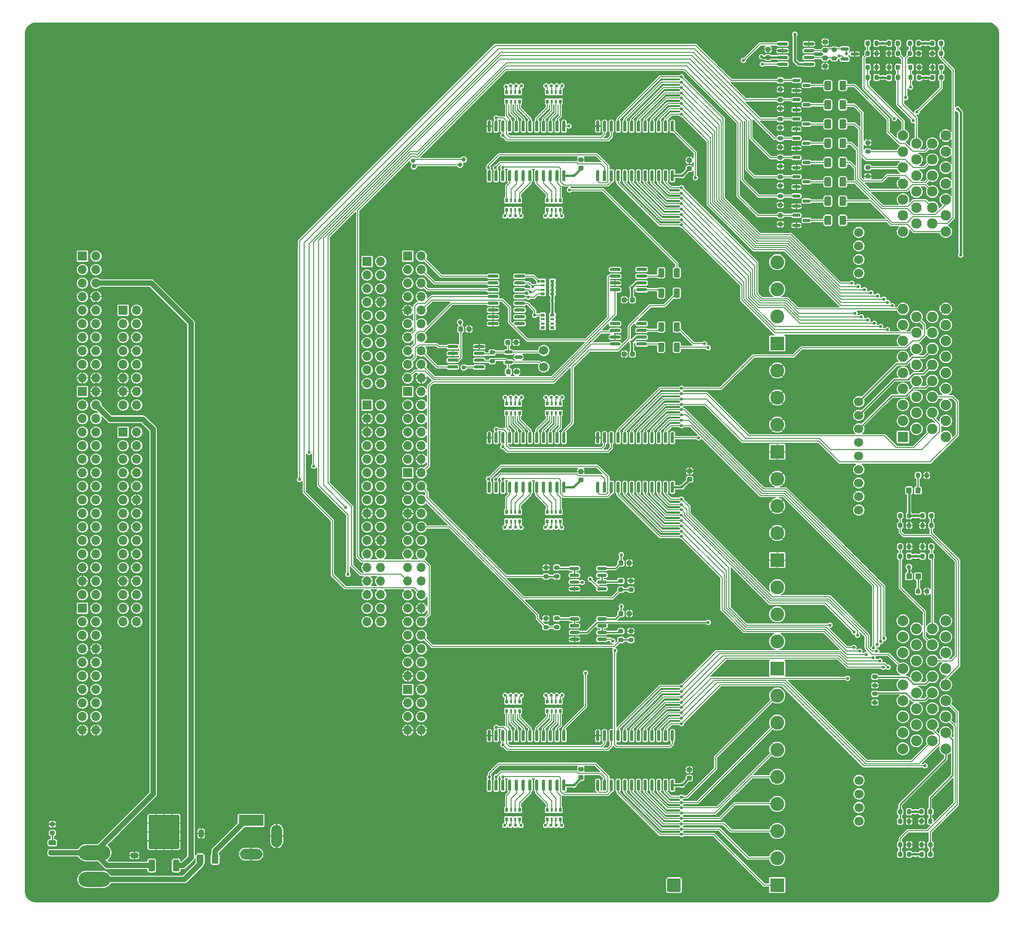
<source format=gtl>
G04 #@! TF.GenerationSoftware,KiCad,Pcbnew,8.0.8-8.0.8-0~ubuntu24.04.1*
G04 #@! TF.CreationDate,2025-02-14T21:14:57+00:00*
G04 #@! TF.ProjectId,digital_inputs,64696769-7461-46c5-9f69-6e707574732e,D*
G04 #@! TF.SameCoordinates,PX791ddc0PYca2dd00*
G04 #@! TF.FileFunction,Copper,L1,Top*
G04 #@! TF.FilePolarity,Positive*
%FSLAX46Y46*%
G04 Gerber Fmt 4.6, Leading zero omitted, Abs format (unit mm)*
G04 Created by KiCad (PCBNEW 8.0.8-8.0.8-0~ubuntu24.04.1) date 2025-02-14 21:14:57*
%MOMM*%
%LPD*%
G01*
G04 APERTURE LIST*
G04 #@! TA.AperFunction,ComponentPad*
%ADD10C,0.800000*%
G04 #@! TD*
G04 #@! TA.AperFunction,ComponentPad*
%ADD11C,6.400000*%
G04 #@! TD*
G04 #@! TA.AperFunction,ComponentPad*
%ADD12R,1.950000X1.950000*%
G04 #@! TD*
G04 #@! TA.AperFunction,ComponentPad*
%ADD13C,1.950000*%
G04 #@! TD*
G04 #@! TA.AperFunction,ComponentPad*
%ADD14R,1.700000X1.700000*%
G04 #@! TD*
G04 #@! TA.AperFunction,ComponentPad*
%ADD15O,1.700000X1.700000*%
G04 #@! TD*
G04 #@! TA.AperFunction,ComponentPad*
%ADD16R,2.600000X2.600000*%
G04 #@! TD*
G04 #@! TA.AperFunction,ComponentPad*
%ADD17C,2.600000*%
G04 #@! TD*
G04 #@! TA.AperFunction,ComponentPad*
%ADD18C,1.700000*%
G04 #@! TD*
G04 #@! TA.AperFunction,ComponentPad*
%ADD19O,6.000000X2.800000*%
G04 #@! TD*
G04 #@! TA.AperFunction,SMDPad,CuDef*
%ADD20R,0.500000X0.800000*%
G04 #@! TD*
G04 #@! TA.AperFunction,SMDPad,CuDef*
%ADD21R,0.400000X0.800000*%
G04 #@! TD*
G04 #@! TA.AperFunction,ComponentPad*
%ADD22R,4.600000X2.000000*%
G04 #@! TD*
G04 #@! TA.AperFunction,ComponentPad*
%ADD23O,4.200000X2.000000*%
G04 #@! TD*
G04 #@! TA.AperFunction,ComponentPad*
%ADD24O,2.000000X4.200000*%
G04 #@! TD*
G04 #@! TA.AperFunction,SMDPad,CuDef*
%ADD25R,0.800000X0.500000*%
G04 #@! TD*
G04 #@! TA.AperFunction,SMDPad,CuDef*
%ADD26R,0.800000X0.400000*%
G04 #@! TD*
G04 #@! TA.AperFunction,ComponentPad*
%ADD27C,2.000000*%
G04 #@! TD*
G04 #@! TA.AperFunction,ViaPad*
%ADD28C,0.600000*%
G04 #@! TD*
G04 #@! TA.AperFunction,ViaPad*
%ADD29C,0.800000*%
G04 #@! TD*
G04 #@! TA.AperFunction,Conductor*
%ADD30C,0.250000*%
G04 #@! TD*
G04 #@! TA.AperFunction,Conductor*
%ADD31C,0.400000*%
G04 #@! TD*
G04 #@! TA.AperFunction,Conductor*
%ADD32C,1.000000*%
G04 #@! TD*
G04 #@! TA.AperFunction,Conductor*
%ADD33C,0.200000*%
G04 #@! TD*
G04 APERTURE END LIST*
D10*
G04 #@! TO.P,J12,1,Pin_1*
G04 #@! TO.N,GND*
X78600000Y3500000D03*
X79302944Y5197056D03*
X79302944Y1802944D03*
X81000000Y5900000D03*
D11*
X81000000Y3500000D03*
D10*
X81000000Y1100000D03*
X82697056Y5197056D03*
X82697056Y1802944D03*
X83400000Y3500000D03*
G04 #@! TD*
G04 #@! TO.P,R38,1*
G04 #@! TO.N,GND*
G04 #@! TA.AperFunction,SMDPad,CuDef*
G36*
G01*
X166025000Y15475000D02*
X166025000Y14925000D01*
G75*
G02*
X165825000Y14725000I-200000J0D01*
G01*
X165425000Y14725000D01*
G75*
G02*
X165225000Y14925000I0J200000D01*
G01*
X165225000Y15475000D01*
G75*
G02*
X165425000Y15675000I200000J0D01*
G01*
X165825000Y15675000D01*
G75*
G02*
X166025000Y15475000I0J-200000D01*
G01*
G37*
G04 #@! TD.AperFunction*
G04 #@! TO.P,R38,2*
G04 #@! TO.N,/REF12*
G04 #@! TA.AperFunction,SMDPad,CuDef*
G36*
G01*
X164375000Y15475000D02*
X164375000Y14925000D01*
G75*
G02*
X164175000Y14725000I-200000J0D01*
G01*
X163775000Y14725000D01*
G75*
G02*
X163575000Y14925000I0J200000D01*
G01*
X163575000Y15475000D01*
G75*
G02*
X163775000Y15675000I200000J0D01*
G01*
X164175000Y15675000D01*
G75*
G02*
X164375000Y15475000I0J-200000D01*
G01*
G37*
G04 #@! TD.AperFunction*
G04 #@! TD*
G04 #@! TO.P,F6,1*
G04 #@! TO.N,Net-(Q5-D)*
G04 #@! TA.AperFunction,SMDPad,CuDef*
G36*
G01*
X149775000Y152575000D02*
X149775000Y153825000D01*
G75*
G02*
X150025000Y154075000I250000J0D01*
G01*
X150775000Y154075000D01*
G75*
G02*
X151025000Y153825000I0J-250000D01*
G01*
X151025000Y152575000D01*
G75*
G02*
X150775000Y152325000I-250000J0D01*
G01*
X150025000Y152325000D01*
G75*
G02*
X149775000Y152575000I0J250000D01*
G01*
G37*
G04 #@! TD.AperFunction*
G04 #@! TO.P,F6,2*
G04 #@! TO.N,/OUT_DIG_4*
G04 #@! TA.AperFunction,SMDPad,CuDef*
G36*
G01*
X152575000Y152575000D02*
X152575000Y153825000D01*
G75*
G02*
X152825000Y154075000I250000J0D01*
G01*
X153575000Y154075000D01*
G75*
G02*
X153825000Y153825000I0J-250000D01*
G01*
X153825000Y152575000D01*
G75*
G02*
X153575000Y152325000I-250000J0D01*
G01*
X152825000Y152325000D01*
G75*
G02*
X152575000Y152575000I0J250000D01*
G01*
G37*
G04 #@! TD.AperFunction*
G04 #@! TD*
D12*
G04 #@! TO.P,J19,1,1A*
G04 #@! TO.N,/TST1*
X164500000Y87300000D03*
D13*
G04 #@! TO.P,J19,2,2A*
G04 #@! TO.N,/TST2*
X164500000Y90300000D03*
G04 #@! TO.P,J19,3,3A*
G04 #@! TO.N,/TST3*
X164500000Y93300000D03*
G04 #@! TO.P,J19,4,4A*
G04 #@! TO.N,/TST4*
X164500000Y96300000D03*
G04 #@! TO.P,J19,5,5A*
G04 #@! TO.N,/TST5*
X164500000Y99300000D03*
G04 #@! TO.P,J19,6,6A*
G04 #@! TO.N,/TST6*
X164500000Y102300000D03*
G04 #@! TO.P,J19,7,7A*
G04 #@! TO.N,/TST7*
X164500000Y105300000D03*
G04 #@! TO.P,J19,8,8A*
G04 #@! TO.N,/TST8*
X164500000Y108300000D03*
G04 #@! TO.P,J19,9,9A*
G04 #@! TO.N,/TST9*
X164500000Y111300000D03*
G04 #@! TO.P,J19,10,10A*
G04 #@! TO.N,/TST10*
X167000000Y88800000D03*
G04 #@! TO.P,J19,11,11A*
G04 #@! TO.N,/TST11*
X167000000Y91800000D03*
G04 #@! TO.P,J19,12,12A*
G04 #@! TO.N,/TST12*
X167000000Y94800000D03*
G04 #@! TO.P,J19,13,13A*
G04 #@! TO.N,/TST13*
X167000000Y97800000D03*
G04 #@! TO.P,J19,14,14A*
G04 #@! TO.N,/TST14*
X167000000Y100800000D03*
G04 #@! TO.P,J19,15,15A*
G04 #@! TO.N,/TST15*
X167000000Y103800000D03*
G04 #@! TO.P,J19,16,16A*
G04 #@! TO.N,/TST16*
X167000000Y106800000D03*
G04 #@! TO.P,J19,17,17A*
G04 #@! TO.N,/TST17*
X167000000Y109800000D03*
G04 #@! TO.P,J19,18,18A*
G04 #@! TO.N,/TST18*
X170000000Y88800000D03*
G04 #@! TO.P,J19,19,19A*
G04 #@! TO.N,/TST19*
X170000000Y91800000D03*
G04 #@! TO.P,J19,20,20A*
G04 #@! TO.N,/TST20*
X170000000Y94800000D03*
G04 #@! TO.P,J19,21,21A*
G04 #@! TO.N,Net-(J19A-21A)*
X170000000Y97800000D03*
G04 #@! TO.P,J19,22,22A*
G04 #@! TO.N,Net-(J19A-22A)*
X170000000Y100800000D03*
G04 #@! TO.P,J19,23,23A*
G04 #@! TO.N,Net-(J19A-23A)*
X170000000Y103800000D03*
G04 #@! TO.P,J19,24,24A*
G04 #@! TO.N,Net-(J19A-24A)*
X170000000Y106800000D03*
G04 #@! TO.P,J19,25,25A*
G04 #@! TO.N,Net-(J19A-25A)*
X170000000Y109800000D03*
G04 #@! TO.P,J19,26,26A*
G04 #@! TO.N,Net-(J19A-26A)*
X172500000Y87300000D03*
G04 #@! TO.P,J19,27,27A*
G04 #@! TO.N,Net-(J19A-27A)*
X172500000Y90300000D03*
G04 #@! TO.P,J19,28,28A*
G04 #@! TO.N,Net-(J19A-28A)*
X172500000Y93300000D03*
G04 #@! TO.P,J19,29,29A*
G04 #@! TO.N,Net-(J19A-29A)*
X172500000Y96300000D03*
G04 #@! TO.P,J19,30,30A*
G04 #@! TO.N,Net-(J19A-30A)*
X172500000Y99300000D03*
G04 #@! TO.P,J19,31,31A*
G04 #@! TO.N,Net-(J19A-31A)*
X172500000Y102300000D03*
G04 #@! TO.P,J19,32,32A*
G04 #@! TO.N,Net-(J19A-32A)*
X172500000Y105300000D03*
G04 #@! TO.P,J19,33,33A*
G04 #@! TO.N,Net-(J19A-33A)*
X172500000Y108300000D03*
G04 #@! TO.P,J19,34,34A*
G04 #@! TO.N,GND*
X172500000Y111300000D03*
G04 #@! TO.P,J19,35,1B*
G04 #@! TO.N,/5V_1*
X164500000Y125800000D03*
G04 #@! TO.P,J19,36,2B*
G04 #@! TO.N,/5V_2*
X164500000Y128800000D03*
G04 #@! TO.P,J19,37,3B*
G04 #@! TO.N,+12V*
X164500000Y131800000D03*
G04 #@! TO.P,J19,38,4B*
G04 #@! TO.N,GND*
X164500000Y134800000D03*
G04 #@! TO.P,J19,39,5B*
G04 #@! TO.N,Net-(J19B-5B)*
X164500000Y137800000D03*
G04 #@! TO.P,J19,40,6B*
G04 #@! TO.N,Net-(J19B-6B)*
X164500000Y140800000D03*
G04 #@! TO.P,J19,41,7B*
G04 #@! TO.N,/REF1*
X164500000Y143800000D03*
G04 #@! TO.P,J19,42,8B*
G04 #@! TO.N,/REF2*
X167000000Y127300000D03*
G04 #@! TO.P,J19,43,9B*
G04 #@! TO.N,/REF3*
X167000000Y130300000D03*
G04 #@! TO.P,J19,44,10B*
G04 #@! TO.N,/REF4*
X167000000Y133300000D03*
G04 #@! TO.P,J19,45,11B*
G04 #@! TO.N,/REF5*
X167000000Y136300000D03*
G04 #@! TO.P,J19,46,12B*
G04 #@! TO.N,/REF6*
X167000000Y139300000D03*
G04 #@! TO.P,J19,47,13B*
G04 #@! TO.N,/REF7*
X167000000Y142300000D03*
G04 #@! TO.P,J19,48,14B*
G04 #@! TO.N,/REF8*
X170000000Y127300000D03*
G04 #@! TO.P,J19,49,15B*
G04 #@! TO.N,/OUT_DIG_0*
X170000000Y130300000D03*
G04 #@! TO.P,J19,50,16B*
G04 #@! TO.N,/OUT_DIG_1*
X170000000Y133300000D03*
G04 #@! TO.P,J19,51,17B*
G04 #@! TO.N,/OUT_DIG_2*
X170000000Y136300000D03*
G04 #@! TO.P,J19,52,18B*
G04 #@! TO.N,/OUT_DIG_3*
X170000000Y139300000D03*
G04 #@! TO.P,J19,53,19B*
G04 #@! TO.N,/OUT_DIG_4*
X170000000Y142300000D03*
G04 #@! TO.P,J19,54,20B*
G04 #@! TO.N,/OUT_DIG_5*
X172500000Y125800000D03*
G04 #@! TO.P,J19,55,21B*
G04 #@! TO.N,/OUT_DIG_6*
X172500000Y128800000D03*
G04 #@! TO.P,J19,56,22B*
G04 #@! TO.N,/OUT_DIG_7*
X172500000Y131800000D03*
G04 #@! TO.P,J19,57,23B*
G04 #@! TO.N,/CAN_L*
X172500000Y134800000D03*
G04 #@! TO.P,J19,58,24B*
G04 #@! TO.N,/CAN_H*
X172500000Y137800000D03*
G04 #@! TO.P,J19,59,25B*
G04 #@! TO.N,+12V*
X172500000Y140800000D03*
G04 #@! TO.P,J19,60,26B*
G04 #@! TO.N,GND*
X172500000Y143800000D03*
G04 #@! TD*
G04 #@! TO.P,R59,1*
G04 #@! TO.N,/REF3*
G04 #@! TA.AperFunction,SMDPad,CuDef*
G36*
G01*
X172050000Y156875000D02*
X172050000Y156325000D01*
G75*
G02*
X171850000Y156125000I-200000J0D01*
G01*
X171450000Y156125000D01*
G75*
G02*
X171250000Y156325000I0J200000D01*
G01*
X171250000Y156875000D01*
G75*
G02*
X171450000Y157075000I200000J0D01*
G01*
X171850000Y157075000D01*
G75*
G02*
X172050000Y156875000I0J-200000D01*
G01*
G37*
G04 #@! TD.AperFunction*
G04 #@! TO.P,R59,2*
G04 #@! TO.N,GND*
G04 #@! TA.AperFunction,SMDPad,CuDef*
G36*
G01*
X170400000Y156875000D02*
X170400000Y156325000D01*
G75*
G02*
X170200000Y156125000I-200000J0D01*
G01*
X169800000Y156125000D01*
G75*
G02*
X169600000Y156325000I0J200000D01*
G01*
X169600000Y156875000D01*
G75*
G02*
X169800000Y157075000I200000J0D01*
G01*
X170200000Y157075000D01*
G75*
G02*
X170400000Y156875000I0J-200000D01*
G01*
G37*
G04 #@! TD.AperFunction*
G04 #@! TD*
D14*
G04 #@! TO.P,J23,1,D16/I2S_A_MCK*
G04 #@! TO.N,unconnected-(J23-D16{slash}I2S_A_MCK-Pad1)*
X64090000Y120184000D03*
D15*
G04 #@! TO.P,J23,2,D15/I2C_A_SCL*
G04 #@! TO.N,unconnected-(J23-D15{slash}I2C_A_SCL-Pad2)*
X66630000Y120184000D03*
G04 #@! TO.P,J23,3,D17/I2S_A_SD*
G04 #@! TO.N,unconnected-(J23-D17{slash}I2S_A_SD-Pad3)*
X64090000Y117644000D03*
G04 #@! TO.P,J23,4,D14/I2C_A_SDA*
G04 #@! TO.N,unconnected-(J23-D14{slash}I2C_A_SDA-Pad4)*
X66630000Y117644000D03*
G04 #@! TO.P,J23,5,D18/I2S_A_CK*
G04 #@! TO.N,unconnected-(J23-D18{slash}I2S_A_CK-Pad5)*
X64090000Y115104000D03*
G04 #@! TO.P,J23,6,AREF*
G04 #@! TO.N,unconnected-(J23-AREF-Pad6)*
X66630000Y115104000D03*
G04 #@! TO.P,J23,7,D19/I2S_A_WS*
G04 #@! TO.N,unconnected-(J23-D19{slash}I2S_A_WS-Pad7)*
X64090000Y112564000D03*
G04 #@! TO.P,J23,8,GND*
G04 #@! TO.N,GND*
X66630000Y112564000D03*
G04 #@! TO.P,J23,9,D20/I2S_B_WS*
G04 #@! TO.N,unconnected-(J23-D20{slash}I2S_B_WS-Pad9)*
X64090000Y110024000D03*
G04 #@! TO.P,J23,10,D13/SPI_A_SCK*
G04 #@! TO.N,unconnected-(J23-D13{slash}SPI_A_SCK-Pad10)*
X66630000Y110024000D03*
G04 #@! TO.P,J23,11,D21/I2S_B_MCK*
G04 #@! TO.N,unconnected-(J23-D21{slash}I2S_B_MCK-Pad11)*
X64090000Y107484000D03*
G04 #@! TO.P,J23,12,D12/SPI_A_MISO*
G04 #@! TO.N,unconnected-(J23-D12{slash}SPI_A_MISO-Pad12)*
X66630000Y107484000D03*
G04 #@! TO.P,J23,13,D22/I2S_B_SD/SPI_B_MOSI*
G04 #@! TO.N,unconnected-(J23-D22{slash}I2S_B_SD{slash}SPI_B_MOSI-Pad13)*
X64090000Y104944000D03*
G04 #@! TO.P,J23,14,D11/SPI_A_MOSI/TIM_E_PWM1*
G04 #@! TO.N,unconnected-(J23-D11{slash}SPI_A_MOSI{slash}TIM_E_PWM1-Pad14)*
X66630000Y104944000D03*
G04 #@! TO.P,J23,15,D23/I2S_B_CK/SPI_B_SCK*
G04 #@! TO.N,unconnected-(J23-D23{slash}I2S_B_CK{slash}SPI_B_SCK-Pad15)*
X64090000Y102404000D03*
G04 #@! TO.P,J23,16,D10/SPI_A_CS/TIM_B_PWM3*
G04 #@! TO.N,unconnected-(J23-D10{slash}SPI_A_CS{slash}TIM_B_PWM3-Pad16)*
X66630000Y102404000D03*
G04 #@! TO.P,J23,17,D24/SPI_B_NSS*
G04 #@! TO.N,unconnected-(J23-D24{slash}SPI_B_NSS-Pad17)*
X64090000Y99864000D03*
G04 #@! TO.P,J23,18,D9/TIMER_B_PWM2*
G04 #@! TO.N,unconnected-(J23-D9{slash}TIMER_B_PWM2-Pad18)*
X66630000Y99864000D03*
G04 #@! TO.P,J23,19,D25/SPI_B_MISO*
G04 #@! TO.N,unconnected-(J23-D25{slash}SPI_B_MISO-Pad19)*
X64090000Y97324000D03*
G04 #@! TO.P,J23,20,D8/IO*
G04 #@! TO.N,unconnected-(J23-D8{slash}IO-Pad20)*
X66630000Y97324000D03*
G04 #@! TD*
G04 #@! TO.P,C18,1*
G04 #@! TO.N,GND*
G04 #@! TA.AperFunction,SMDPad,CuDef*
G36*
G01*
X33500000Y13375000D02*
X33500000Y12425000D01*
G75*
G02*
X33250000Y12175000I-250000J0D01*
G01*
X32750000Y12175000D01*
G75*
G02*
X32500000Y12425000I0J250000D01*
G01*
X32500000Y13375000D01*
G75*
G02*
X32750000Y13625000I250000J0D01*
G01*
X33250000Y13625000D01*
G75*
G02*
X33500000Y13375000I0J-250000D01*
G01*
G37*
G04 #@! TD.AperFunction*
G04 #@! TO.P,C18,2*
G04 #@! TO.N,/E5V*
G04 #@! TA.AperFunction,SMDPad,CuDef*
G36*
G01*
X31600000Y13375000D02*
X31600000Y12425000D01*
G75*
G02*
X31350000Y12175000I-250000J0D01*
G01*
X30850000Y12175000D01*
G75*
G02*
X30600000Y12425000I0J250000D01*
G01*
X30600000Y13375000D01*
G75*
G02*
X30850000Y13625000I250000J0D01*
G01*
X31350000Y13625000D01*
G75*
G02*
X31600000Y13375000I0J-250000D01*
G01*
G37*
G04 #@! TD.AperFunction*
G04 #@! TD*
G04 #@! TO.P,R41,1*
G04 #@! TO.N,GND*
G04 #@! TA.AperFunction,SMDPad,CuDef*
G36*
G01*
X159500000Y40275000D02*
X158950000Y40275000D01*
G75*
G02*
X158750000Y40475000I0J200000D01*
G01*
X158750000Y40875000D01*
G75*
G02*
X158950000Y41075000I200000J0D01*
G01*
X159500000Y41075000D01*
G75*
G02*
X159700000Y40875000I0J-200000D01*
G01*
X159700000Y40475000D01*
G75*
G02*
X159500000Y40275000I-200000J0D01*
G01*
G37*
G04 #@! TD.AperFunction*
G04 #@! TO.P,R41,2*
G04 #@! TO.N,Net-(J1-22A)*
G04 #@! TA.AperFunction,SMDPad,CuDef*
G36*
G01*
X159500000Y41925000D02*
X158950000Y41925000D01*
G75*
G02*
X158750000Y42125000I0J200000D01*
G01*
X158750000Y42525000D01*
G75*
G02*
X158950000Y42725000I200000J0D01*
G01*
X159500000Y42725000D01*
G75*
G02*
X159700000Y42525000I0J-200000D01*
G01*
X159700000Y42125000D01*
G75*
G02*
X159500000Y41925000I-200000J0D01*
G01*
G37*
G04 #@! TD.AperFunction*
G04 #@! TD*
D16*
G04 #@! TO.P,J6,1,Pin_1*
G04 #@! TO.N,GND*
X140925000Y64180000D03*
D17*
G04 #@! TO.P,J6,2,Pin_2*
X140925000Y69260000D03*
G04 #@! TO.P,J6,3,Pin_3*
X140925000Y74340000D03*
G04 #@! TO.P,J6,4,Pin_4*
X140925000Y79420000D03*
G04 #@! TD*
G04 #@! TO.P,C14,1*
G04 #@! TO.N,/CAN2_H*
G04 #@! TA.AperFunction,SMDPad,CuDef*
G36*
G01*
X90000000Y104755000D02*
X90000000Y105255000D01*
G75*
G02*
X90225000Y105480000I225000J0D01*
G01*
X90675000Y105480000D01*
G75*
G02*
X90900000Y105255000I0J-225000D01*
G01*
X90900000Y104755000D01*
G75*
G02*
X90675000Y104530000I-225000J0D01*
G01*
X90225000Y104530000D01*
G75*
G02*
X90000000Y104755000I0J225000D01*
G01*
G37*
G04 #@! TD.AperFunction*
G04 #@! TO.P,C14,2*
G04 #@! TO.N,GND*
G04 #@! TA.AperFunction,SMDPad,CuDef*
G36*
G01*
X91550000Y104755000D02*
X91550000Y105255000D01*
G75*
G02*
X91775000Y105480000I225000J0D01*
G01*
X92225000Y105480000D01*
G75*
G02*
X92450000Y105255000I0J-225000D01*
G01*
X92450000Y104755000D01*
G75*
G02*
X92225000Y104530000I-225000J0D01*
G01*
X91775000Y104530000D01*
G75*
G02*
X91550000Y104755000I0J225000D01*
G01*
G37*
G04 #@! TD.AperFunction*
G04 #@! TD*
G04 #@! TO.P,Q3,1,G*
G04 #@! TO.N,/DIG_2*
G04 #@! TA.AperFunction,SMDPad,CuDef*
G36*
G01*
X143787500Y146771430D02*
X143787500Y147071430D01*
G75*
G02*
X143937500Y147221430I150000J0D01*
G01*
X145112500Y147221430D01*
G75*
G02*
X145262500Y147071430I0J-150000D01*
G01*
X145262500Y146771430D01*
G75*
G02*
X145112500Y146621430I-150000J0D01*
G01*
X143937500Y146621430D01*
G75*
G02*
X143787500Y146771430I0J150000D01*
G01*
G37*
G04 #@! TD.AperFunction*
G04 #@! TO.P,Q3,2,D*
G04 #@! TO.N,Net-(Q3-D)*
G04 #@! TA.AperFunction,SMDPad,CuDef*
G36*
G01*
X145662500Y145821430D02*
X145662500Y146121430D01*
G75*
G02*
X145812500Y146271430I150000J0D01*
G01*
X146987500Y146271430D01*
G75*
G02*
X147137500Y146121430I0J-150000D01*
G01*
X147137500Y145821430D01*
G75*
G02*
X146987500Y145671430I-150000J0D01*
G01*
X145812500Y145671430D01*
G75*
G02*
X145662500Y145821430I0J150000D01*
G01*
G37*
G04 #@! TD.AperFunction*
G04 #@! TO.P,Q3,3,S*
G04 #@! TO.N,GND*
G04 #@! TA.AperFunction,SMDPad,CuDef*
G36*
G01*
X143787500Y144871430D02*
X143787500Y145171430D01*
G75*
G02*
X143937500Y145321430I150000J0D01*
G01*
X145112500Y145321430D01*
G75*
G02*
X145262500Y145171430I0J-150000D01*
G01*
X145262500Y144871430D01*
G75*
G02*
X145112500Y144721430I-150000J0D01*
G01*
X143937500Y144721430D01*
G75*
G02*
X143787500Y144871430I0J150000D01*
G01*
G37*
G04 #@! TD.AperFunction*
G04 #@! TD*
D18*
G04 #@! TO.P,P19,1,Pin_1*
G04 #@! TO.N,/CAN2_L*
X97200000Y100400000D03*
G04 #@! TD*
G04 #@! TO.P,D1,1,K*
G04 #@! TO.N,Net-(D1-K)*
G04 #@! TA.AperFunction,SMDPad,CuDef*
G36*
G01*
X4643750Y11662500D02*
X5556250Y11662500D01*
G75*
G02*
X5800000Y11418750I0J-243750D01*
G01*
X5800000Y10931250D01*
G75*
G02*
X5556250Y10687500I-243750J0D01*
G01*
X4643750Y10687500D01*
G75*
G02*
X4400000Y10931250I0J243750D01*
G01*
X4400000Y11418750D01*
G75*
G02*
X4643750Y11662500I243750J0D01*
G01*
G37*
G04 #@! TD.AperFunction*
G04 #@! TO.P,D1,2,A*
G04 #@! TO.N,+12V*
G04 #@! TA.AperFunction,SMDPad,CuDef*
G36*
G01*
X4643750Y9787500D02*
X5556250Y9787500D01*
G75*
G02*
X5800000Y9543750I0J-243750D01*
G01*
X5800000Y9056250D01*
G75*
G02*
X5556250Y8812500I-243750J0D01*
G01*
X4643750Y8812500D01*
G75*
G02*
X4400000Y9056250I0J243750D01*
G01*
X4400000Y9543750D01*
G75*
G02*
X4643750Y9787500I243750J0D01*
G01*
G37*
G04 #@! TD.AperFunction*
G04 #@! TD*
G04 #@! TO.P,R44,1*
G04 #@! TO.N,/5V_2*
G04 #@! TA.AperFunction,SMDPad,CuDef*
G36*
G01*
X166025000Y9275000D02*
X166025000Y8725000D01*
G75*
G02*
X165825000Y8525000I-200000J0D01*
G01*
X165425000Y8525000D01*
G75*
G02*
X165225000Y8725000I0J200000D01*
G01*
X165225000Y9275000D01*
G75*
G02*
X165425000Y9475000I200000J0D01*
G01*
X165825000Y9475000D01*
G75*
G02*
X166025000Y9275000I0J-200000D01*
G01*
G37*
G04 #@! TD.AperFunction*
G04 #@! TO.P,R44,2*
G04 #@! TO.N,/REF14*
G04 #@! TA.AperFunction,SMDPad,CuDef*
G36*
G01*
X164375000Y9275000D02*
X164375000Y8725000D01*
G75*
G02*
X164175000Y8525000I-200000J0D01*
G01*
X163775000Y8525000D01*
G75*
G02*
X163575000Y8725000I0J200000D01*
G01*
X163575000Y9275000D01*
G75*
G02*
X163775000Y9475000I200000J0D01*
G01*
X164175000Y9475000D01*
G75*
G02*
X164375000Y9275000I0J-200000D01*
G01*
G37*
G04 #@! TD.AperFunction*
G04 #@! TD*
G04 #@! TO.P,R34,1*
G04 #@! TO.N,/5V_2*
G04 #@! TA.AperFunction,SMDPad,CuDef*
G36*
G01*
X161475000Y160825000D02*
X161475000Y161375000D01*
G75*
G02*
X161675000Y161575000I200000J0D01*
G01*
X162075000Y161575000D01*
G75*
G02*
X162275000Y161375000I0J-200000D01*
G01*
X162275000Y160825000D01*
G75*
G02*
X162075000Y160625000I-200000J0D01*
G01*
X161675000Y160625000D01*
G75*
G02*
X161475000Y160825000I0J200000D01*
G01*
G37*
G04 #@! TD.AperFunction*
G04 #@! TO.P,R34,2*
G04 #@! TO.N,/REF7*
G04 #@! TA.AperFunction,SMDPad,CuDef*
G36*
G01*
X163125000Y160825000D02*
X163125000Y161375000D01*
G75*
G02*
X163325000Y161575000I200000J0D01*
G01*
X163725000Y161575000D01*
G75*
G02*
X163925000Y161375000I0J-200000D01*
G01*
X163925000Y160825000D01*
G75*
G02*
X163725000Y160625000I-200000J0D01*
G01*
X163325000Y160625000D01*
G75*
G02*
X163125000Y160825000I0J200000D01*
G01*
G37*
G04 #@! TD.AperFunction*
G04 #@! TD*
D19*
G04 #@! TO.P,CB1,1*
G04 #@! TO.N,Net-(CB1-Pad1)*
X13000000Y4300000D03*
G04 #@! TO.P,CB1,2*
G04 #@! TO.N,+12V*
X13000000Y9300000D03*
G04 #@! TD*
G04 #@! TO.P,F2,1*
G04 #@! TO.N,Net-(Q1-D)*
G04 #@! TA.AperFunction,SMDPad,CuDef*
G36*
G01*
X149775000Y138117860D02*
X149775000Y139367860D01*
G75*
G02*
X150025000Y139617860I250000J0D01*
G01*
X150775000Y139617860D01*
G75*
G02*
X151025000Y139367860I0J-250000D01*
G01*
X151025000Y138117860D01*
G75*
G02*
X150775000Y137867860I-250000J0D01*
G01*
X150025000Y137867860D01*
G75*
G02*
X149775000Y138117860I0J250000D01*
G01*
G37*
G04 #@! TD.AperFunction*
G04 #@! TO.P,F2,2*
G04 #@! TO.N,/OUT_DIG_0*
G04 #@! TA.AperFunction,SMDPad,CuDef*
G36*
G01*
X152575000Y138117860D02*
X152575000Y139367860D01*
G75*
G02*
X152825000Y139617860I250000J0D01*
G01*
X153575000Y139617860D01*
G75*
G02*
X153825000Y139367860I0J-250000D01*
G01*
X153825000Y138117860D01*
G75*
G02*
X153575000Y137867860I-250000J0D01*
G01*
X152825000Y137867860D01*
G75*
G02*
X152575000Y138117860I0J250000D01*
G01*
G37*
G04 #@! TD.AperFunction*
G04 #@! TD*
G04 #@! TO.P,C12,1*
G04 #@! TO.N,GND*
G04 #@! TA.AperFunction,SMDPad,CuDef*
G36*
G01*
X138950000Y160425000D02*
X139450000Y160425000D01*
G75*
G02*
X139675000Y160200000I0J-225000D01*
G01*
X139675000Y159750000D01*
G75*
G02*
X139450000Y159525000I-225000J0D01*
G01*
X138950000Y159525000D01*
G75*
G02*
X138725000Y159750000I0J225000D01*
G01*
X138725000Y160200000D01*
G75*
G02*
X138950000Y160425000I225000J0D01*
G01*
G37*
G04 #@! TD.AperFunction*
G04 #@! TO.P,C12,2*
G04 #@! TO.N,+5V*
G04 #@! TA.AperFunction,SMDPad,CuDef*
G36*
G01*
X138950000Y158875000D02*
X139450000Y158875000D01*
G75*
G02*
X139675000Y158650000I0J-225000D01*
G01*
X139675000Y158200000D01*
G75*
G02*
X139450000Y157975000I-225000J0D01*
G01*
X138950000Y157975000D01*
G75*
G02*
X138725000Y158200000I0J225000D01*
G01*
X138725000Y158650000D01*
G75*
G02*
X138950000Y158875000I225000J0D01*
G01*
G37*
G04 #@! TD.AperFunction*
G04 #@! TD*
G04 #@! TO.P,R1,1*
G04 #@! TO.N,Net-(U5-X)*
G04 #@! TA.AperFunction,SMDPad,CuDef*
G36*
G01*
X122675000Y118685000D02*
X122675000Y117435000D01*
G75*
G02*
X122425000Y117185000I-250000J0D01*
G01*
X121800000Y117185000D01*
G75*
G02*
X121550000Y117435000I0J250000D01*
G01*
X121550000Y118685000D01*
G75*
G02*
X121800000Y118935000I250000J0D01*
G01*
X122425000Y118935000D01*
G75*
G02*
X122675000Y118685000I0J-250000D01*
G01*
G37*
G04 #@! TD.AperFunction*
G04 #@! TO.P,R1,2*
G04 #@! TO.N,Net-(U8-OUT_A)*
G04 #@! TA.AperFunction,SMDPad,CuDef*
G36*
G01*
X119750000Y118685000D02*
X119750000Y117435000D01*
G75*
G02*
X119500000Y117185000I-250000J0D01*
G01*
X118875000Y117185000D01*
G75*
G02*
X118625000Y117435000I0J250000D01*
G01*
X118625000Y118685000D01*
G75*
G02*
X118875000Y118935000I250000J0D01*
G01*
X119500000Y118935000D01*
G75*
G02*
X119750000Y118685000I0J-250000D01*
G01*
G37*
G04 #@! TD.AperFunction*
G04 #@! TD*
D20*
G04 #@! TO.P,RN12,1,R1.1*
G04 #@! TO.N,/TST48*
X90240000Y15560000D03*
D21*
G04 #@! TO.P,RN12,2,R2.1*
G04 #@! TO.N,/TST47*
X91040000Y15560000D03*
G04 #@! TO.P,RN12,3,R3.1*
G04 #@! TO.N,/TST46*
X91840000Y15560000D03*
D20*
G04 #@! TO.P,RN12,4,R4.1*
G04 #@! TO.N,/TST45*
X92640000Y15560000D03*
G04 #@! TO.P,RN12,5,R4.2*
G04 #@! TO.N,Net-(RN12-R4.2)*
X92640000Y17360000D03*
D21*
G04 #@! TO.P,RN12,6,R3.2*
G04 #@! TO.N,Net-(RN12-R3.2)*
X91840000Y17360000D03*
G04 #@! TO.P,RN12,7,R2.2*
G04 #@! TO.N,Net-(RN12-R2.2)*
X91040000Y17360000D03*
D20*
G04 #@! TO.P,RN12,8,R1.2*
G04 #@! TO.N,Net-(RN12-R1.2)*
X90240000Y17360000D03*
G04 #@! TD*
G04 #@! TO.P,C8,1*
G04 #@! TO.N,+12V*
G04 #@! TA.AperFunction,SMDPad,CuDef*
G36*
G01*
X114255000Y113230000D02*
X114255000Y112730000D01*
G75*
G02*
X114030000Y112505000I-225000J0D01*
G01*
X113580000Y112505000D01*
G75*
G02*
X113355000Y112730000I0J225000D01*
G01*
X113355000Y113230000D01*
G75*
G02*
X113580000Y113455000I225000J0D01*
G01*
X114030000Y113455000D01*
G75*
G02*
X114255000Y113230000I0J-225000D01*
G01*
G37*
G04 #@! TD.AperFunction*
G04 #@! TO.P,C8,2*
G04 #@! TO.N,GND*
G04 #@! TA.AperFunction,SMDPad,CuDef*
G36*
G01*
X112705000Y113230000D02*
X112705000Y112730000D01*
G75*
G02*
X112480000Y112505000I-225000J0D01*
G01*
X112030000Y112505000D01*
G75*
G02*
X111805000Y112730000I0J225000D01*
G01*
X111805000Y113230000D01*
G75*
G02*
X112030000Y113455000I225000J0D01*
G01*
X112480000Y113455000D01*
G75*
G02*
X112705000Y113230000I0J-225000D01*
G01*
G37*
G04 #@! TD.AperFunction*
G04 #@! TD*
G04 #@! TO.P,RN9,1,R1.1*
G04 #@! TO.N,/TST36*
X92640000Y37680000D03*
D21*
G04 #@! TO.P,RN9,2,R2.1*
G04 #@! TO.N,/TST35*
X91840000Y37680000D03*
G04 #@! TO.P,RN9,3,R3.1*
G04 #@! TO.N,/TST34*
X91040000Y37680000D03*
D20*
G04 #@! TO.P,RN9,4,R4.1*
G04 #@! TO.N,/TST33*
X90240000Y37680000D03*
G04 #@! TO.P,RN9,5,R4.2*
G04 #@! TO.N,Net-(RN9-R4.2)*
X90240000Y35880000D03*
D21*
G04 #@! TO.P,RN9,6,R3.2*
G04 #@! TO.N,Net-(RN9-R3.2)*
X91040000Y35880000D03*
G04 #@! TO.P,RN9,7,R2.2*
G04 #@! TO.N,Net-(RN9-R2.2)*
X91840000Y35880000D03*
D20*
G04 #@! TO.P,RN9,8,R1.2*
G04 #@! TO.N,Net-(RN9-R1.2)*
X92640000Y35880000D03*
G04 #@! TD*
D18*
G04 #@! TO.P,P12,1,Pin_1*
G04 #@! TO.N,Net-(J19A-32A)*
X156210000Y125640000D03*
G04 #@! TD*
G04 #@! TO.P,P18,1,Pin_1*
G04 #@! TO.N,/CAN2_H*
X97200000Y103500000D03*
G04 #@! TD*
G04 #@! TO.P,C16,1*
G04 #@! TO.N,GND*
G04 #@! TA.AperFunction,SMDPad,CuDef*
G36*
G01*
X83625000Y107750000D02*
X83625000Y107250000D01*
G75*
G02*
X83400000Y107025000I-225000J0D01*
G01*
X82950000Y107025000D01*
G75*
G02*
X82725000Y107250000I0J225000D01*
G01*
X82725000Y107750000D01*
G75*
G02*
X82950000Y107975000I225000J0D01*
G01*
X83400000Y107975000D01*
G75*
G02*
X83625000Y107750000I0J-225000D01*
G01*
G37*
G04 #@! TD.AperFunction*
G04 #@! TO.P,C16,2*
G04 #@! TO.N,+5V*
G04 #@! TA.AperFunction,SMDPad,CuDef*
G36*
G01*
X82075000Y107750000D02*
X82075000Y107250000D01*
G75*
G02*
X81850000Y107025000I-225000J0D01*
G01*
X81400000Y107025000D01*
G75*
G02*
X81175000Y107250000I0J225000D01*
G01*
X81175000Y107750000D01*
G75*
G02*
X81400000Y107975000I225000J0D01*
G01*
X81850000Y107975000D01*
G75*
G02*
X82075000Y107750000I0J-225000D01*
G01*
G37*
G04 #@! TD.AperFunction*
G04 #@! TD*
G04 #@! TO.P,P2,1,Pin_1*
G04 #@! TO.N,Net-(J19A-22A)*
X156210000Y91350000D03*
G04 #@! TD*
G04 #@! TO.P,R12,1*
G04 #@! TO.N,/TST49*
G04 #@! TA.AperFunction,SMDPad,CuDef*
G36*
G01*
X122675000Y104715000D02*
X122675000Y103465000D01*
G75*
G02*
X122425000Y103215000I-250000J0D01*
G01*
X121800000Y103215000D01*
G75*
G02*
X121550000Y103465000I0J250000D01*
G01*
X121550000Y104715000D01*
G75*
G02*
X121800000Y104965000I250000J0D01*
G01*
X122425000Y104965000D01*
G75*
G02*
X122675000Y104715000I0J-250000D01*
G01*
G37*
G04 #@! TD.AperFunction*
G04 #@! TO.P,R12,2*
G04 #@! TO.N,Net-(U9-OUT_B)*
G04 #@! TA.AperFunction,SMDPad,CuDef*
G36*
G01*
X119750000Y104715000D02*
X119750000Y103465000D01*
G75*
G02*
X119500000Y103215000I-250000J0D01*
G01*
X118875000Y103215000D01*
G75*
G02*
X118625000Y103465000I0J250000D01*
G01*
X118625000Y104715000D01*
G75*
G02*
X118875000Y104965000I250000J0D01*
G01*
X119500000Y104965000D01*
G75*
G02*
X119750000Y104715000I0J-250000D01*
G01*
G37*
G04 #@! TD.AperFunction*
G04 #@! TD*
G04 #@! TO.P,U13,1,TXD*
G04 #@! TO.N,/CAN2_TX*
G04 #@! TA.AperFunction,SMDPad,CuDef*
G36*
G01*
X79175000Y104060000D02*
X79175000Y104360000D01*
G75*
G02*
X79325000Y104510000I150000J0D01*
G01*
X80975000Y104510000D01*
G75*
G02*
X81125000Y104360000I0J-150000D01*
G01*
X81125000Y104060000D01*
G75*
G02*
X80975000Y103910000I-150000J0D01*
G01*
X79325000Y103910000D01*
G75*
G02*
X79175000Y104060000I0J150000D01*
G01*
G37*
G04 #@! TD.AperFunction*
G04 #@! TO.P,U13,2,GND*
G04 #@! TO.N,GND*
G04 #@! TA.AperFunction,SMDPad,CuDef*
G36*
G01*
X79175000Y102790000D02*
X79175000Y103090000D01*
G75*
G02*
X79325000Y103240000I150000J0D01*
G01*
X80975000Y103240000D01*
G75*
G02*
X81125000Y103090000I0J-150000D01*
G01*
X81125000Y102790000D01*
G75*
G02*
X80975000Y102640000I-150000J0D01*
G01*
X79325000Y102640000D01*
G75*
G02*
X79175000Y102790000I0J150000D01*
G01*
G37*
G04 #@! TD.AperFunction*
G04 #@! TO.P,U13,3,VCC*
G04 #@! TO.N,+5V*
G04 #@! TA.AperFunction,SMDPad,CuDef*
G36*
G01*
X79175000Y101520000D02*
X79175000Y101820000D01*
G75*
G02*
X79325000Y101970000I150000J0D01*
G01*
X80975000Y101970000D01*
G75*
G02*
X81125000Y101820000I0J-150000D01*
G01*
X81125000Y101520000D01*
G75*
G02*
X80975000Y101370000I-150000J0D01*
G01*
X79325000Y101370000D01*
G75*
G02*
X79175000Y101520000I0J150000D01*
G01*
G37*
G04 #@! TD.AperFunction*
G04 #@! TO.P,U13,4,RXD*
G04 #@! TO.N,/CAN2_RX*
G04 #@! TA.AperFunction,SMDPad,CuDef*
G36*
G01*
X79175000Y100250000D02*
X79175000Y100550000D01*
G75*
G02*
X79325000Y100700000I150000J0D01*
G01*
X80975000Y100700000D01*
G75*
G02*
X81125000Y100550000I0J-150000D01*
G01*
X81125000Y100250000D01*
G75*
G02*
X80975000Y100100000I-150000J0D01*
G01*
X79325000Y100100000D01*
G75*
G02*
X79175000Y100250000I0J150000D01*
G01*
G37*
G04 #@! TD.AperFunction*
G04 #@! TO.P,U13,5,VIO*
G04 #@! TO.N,+3.3V*
G04 #@! TA.AperFunction,SMDPad,CuDef*
G36*
G01*
X84125000Y100250000D02*
X84125000Y100550000D01*
G75*
G02*
X84275000Y100700000I150000J0D01*
G01*
X85925000Y100700000D01*
G75*
G02*
X86075000Y100550000I0J-150000D01*
G01*
X86075000Y100250000D01*
G75*
G02*
X85925000Y100100000I-150000J0D01*
G01*
X84275000Y100100000D01*
G75*
G02*
X84125000Y100250000I0J150000D01*
G01*
G37*
G04 #@! TD.AperFunction*
G04 #@! TO.P,U13,6,CANL*
G04 #@! TO.N,/CAN2_L*
G04 #@! TA.AperFunction,SMDPad,CuDef*
G36*
G01*
X84125000Y101520000D02*
X84125000Y101820000D01*
G75*
G02*
X84275000Y101970000I150000J0D01*
G01*
X85925000Y101970000D01*
G75*
G02*
X86075000Y101820000I0J-150000D01*
G01*
X86075000Y101520000D01*
G75*
G02*
X85925000Y101370000I-150000J0D01*
G01*
X84275000Y101370000D01*
G75*
G02*
X84125000Y101520000I0J150000D01*
G01*
G37*
G04 #@! TD.AperFunction*
G04 #@! TO.P,U13,7,CANH*
G04 #@! TO.N,/CAN2_H*
G04 #@! TA.AperFunction,SMDPad,CuDef*
G36*
G01*
X84125000Y102790000D02*
X84125000Y103090000D01*
G75*
G02*
X84275000Y103240000I150000J0D01*
G01*
X85925000Y103240000D01*
G75*
G02*
X86075000Y103090000I0J-150000D01*
G01*
X86075000Y102790000D01*
G75*
G02*
X85925000Y102640000I-150000J0D01*
G01*
X84275000Y102640000D01*
G75*
G02*
X84125000Y102790000I0J150000D01*
G01*
G37*
G04 #@! TD.AperFunction*
G04 #@! TO.P,U13,8,S*
G04 #@! TO.N,GND*
G04 #@! TA.AperFunction,SMDPad,CuDef*
G36*
G01*
X84125000Y104060000D02*
X84125000Y104360000D01*
G75*
G02*
X84275000Y104510000I150000J0D01*
G01*
X85925000Y104510000D01*
G75*
G02*
X86075000Y104360000I0J-150000D01*
G01*
X86075000Y104060000D01*
G75*
G02*
X85925000Y103910000I-150000J0D01*
G01*
X84275000Y103910000D01*
G75*
G02*
X84125000Y104060000I0J150000D01*
G01*
G37*
G04 #@! TD.AperFunction*
G04 #@! TD*
G04 #@! TO.P,R48,1*
G04 #@! TO.N,/REF16*
G04 #@! TA.AperFunction,SMDPad,CuDef*
G36*
G01*
X170200000Y70975000D02*
X170200000Y70425000D01*
G75*
G02*
X170000000Y70225000I-200000J0D01*
G01*
X169600000Y70225000D01*
G75*
G02*
X169400000Y70425000I0J200000D01*
G01*
X169400000Y70975000D01*
G75*
G02*
X169600000Y71175000I200000J0D01*
G01*
X170000000Y71175000D01*
G75*
G02*
X170200000Y70975000I0J-200000D01*
G01*
G37*
G04 #@! TD.AperFunction*
G04 #@! TO.P,R48,2*
G04 #@! TO.N,GND*
G04 #@! TA.AperFunction,SMDPad,CuDef*
G36*
G01*
X168550000Y70975000D02*
X168550000Y70425000D01*
G75*
G02*
X168350000Y70225000I-200000J0D01*
G01*
X167950000Y70225000D01*
G75*
G02*
X167750000Y70425000I0J200000D01*
G01*
X167750000Y70975000D01*
G75*
G02*
X167950000Y71175000I200000J0D01*
G01*
X168350000Y71175000D01*
G75*
G02*
X168550000Y70975000I0J-200000D01*
G01*
G37*
G04 #@! TD.AperFunction*
G04 #@! TD*
D14*
G04 #@! TO.P,J22,1,A0/ADC123_IN3*
G04 #@! TO.N,unconnected-(J22-A0{slash}ADC123_IN3-Pad1)*
X18370000Y88180000D03*
D15*
G04 #@! TO.P,J22,2,D51/USART_B_SCLK*
G04 #@! TO.N,unconnected-(J22-D51{slash}USART_B_SCLK-Pad2)*
X20910000Y88180000D03*
G04 #@! TO.P,J22,3,A1/ADC123_IN10*
G04 #@! TO.N,unconnected-(J22-A1{slash}ADC123_IN10-Pad3)*
X18370000Y85640000D03*
G04 #@! TO.P,J22,4,D52/USART_B_RX*
G04 #@! TO.N,unconnected-(J22-D52{slash}USART_B_RX-Pad4)*
X20910000Y85640000D03*
G04 #@! TO.P,J22,5,A2/ADC123_IN13*
G04 #@! TO.N,unconnected-(J22-A2{slash}ADC123_IN13-Pad5)*
X18370000Y83100000D03*
G04 #@! TO.P,J22,6,D53/USART_B_TX*
G04 #@! TO.N,unconnected-(J22-D53{slash}USART_B_TX-Pad6)*
X20910000Y83100000D03*
G04 #@! TO.P,J22,7,A3/ADC3_IN9*
G04 #@! TO.N,unconnected-(J22-A3{slash}ADC3_IN9-Pad7)*
X18370000Y80560000D03*
G04 #@! TO.P,J22,8,D54/USART_B_RTS*
G04 #@! TO.N,unconnected-(J22-D54{slash}USART_B_RTS-Pad8)*
X20910000Y80560000D03*
G04 #@! TO.P,J22,9,A4/ADC3_IN15/I2C1_SDA*
G04 #@! TO.N,unconnected-(J22-A4{slash}ADC3_IN15{slash}I2C1_SDA-Pad9)*
X18370000Y78020000D03*
G04 #@! TO.P,J22,10,D55/USART_B_CTS*
G04 #@! TO.N,unconnected-(J22-D55{slash}USART_B_CTS-Pad10)*
X20910000Y78020000D03*
G04 #@! TO.P,J22,11,A5/ADC3_IN8/I2C1_SCL*
G04 #@! TO.N,unconnected-(J22-A5{slash}ADC3_IN8{slash}I2C1_SCL-Pad11)*
X18370000Y75480000D03*
G04 #@! TO.P,J22,12,GND*
G04 #@! TO.N,GND*
X20910000Y75480000D03*
G04 #@! TO.P,J22,13,D72/NC*
G04 #@! TO.N,unconnected-(J22-D72{slash}NC-Pad13)*
X18370000Y72940000D03*
G04 #@! TO.P,J22,14,D56/SAI_A_MCLK*
G04 #@! TO.N,unconnected-(J22-D56{slash}SAI_A_MCLK-Pad14)*
X20910000Y72940000D03*
G04 #@! TO.P,J22,15,D71/IO*
G04 #@! TO.N,unconnected-(J22-D71{slash}IO-Pad15)*
X18370000Y70400000D03*
G04 #@! TO.P,J22,16,D57/SAI_A_FS*
G04 #@! TO.N,unconnected-(J22-D57{slash}SAI_A_FS-Pad16)*
X20910000Y70400000D03*
G04 #@! TO.P,J22,17,D70/I2C_B_SMBA*
G04 #@! TO.N,unconnected-(J22-D70{slash}I2C_B_SMBA-Pad17)*
X18370000Y67860000D03*
G04 #@! TO.P,J22,18,D58/SAI_A_SCK*
G04 #@! TO.N,unconnected-(J22-D58{slash}SAI_A_SCK-Pad18)*
X20910000Y67860000D03*
G04 #@! TO.P,J22,19,D69/I2C_B_SCL*
G04 #@! TO.N,unconnected-(J22-D69{slash}I2C_B_SCL-Pad19)*
X18370000Y65320000D03*
G04 #@! TO.P,J22,20,D59/SAI_A_SD*
G04 #@! TO.N,unconnected-(J22-D59{slash}SAI_A_SD-Pad20)*
X20910000Y65320000D03*
G04 #@! TO.P,J22,21,D68/I2C_B_SDA*
G04 #@! TO.N,unconnected-(J22-D68{slash}I2C_B_SDA-Pad21)*
X18370000Y62780000D03*
G04 #@! TO.P,J22,22,D60/SAI_B_SD*
G04 #@! TO.N,unconnected-(J22-D60{slash}SAI_B_SD-Pad22)*
X20910000Y62780000D03*
G04 #@! TO.P,J22,23,GND*
G04 #@! TO.N,GND*
X18370000Y60240000D03*
G04 #@! TO.P,J22,24,D61/SAI_B_SCK*
G04 #@! TO.N,unconnected-(J22-D61{slash}SAI_B_SCK-Pad24)*
X20910000Y60240000D03*
G04 #@! TO.P,J22,25,D67/CAN_RX*
G04 #@! TO.N,unconnected-(J22-D67{slash}CAN_RX-Pad25)*
X18370000Y57700000D03*
G04 #@! TO.P,J22,26,D62/SAI_B_MCLK*
G04 #@! TO.N,unconnected-(J22-D62{slash}SAI_B_MCLK-Pad26)*
X20910000Y57700000D03*
G04 #@! TO.P,J22,27,D66/CAN_TX*
G04 #@! TO.N,unconnected-(J22-D66{slash}CAN_TX-Pad27)*
X18370000Y55160000D03*
G04 #@! TO.P,J22,28,D63/SAI_B_FS*
G04 #@! TO.N,unconnected-(J22-D63{slash}SAI_B_FS-Pad28)*
X20910000Y55160000D03*
G04 #@! TO.P,J22,29,Pin_29*
G04 #@! TO.N,unconnected-(J22-Pin_29-Pad29)*
X18370000Y52620000D03*
G04 #@! TO.P,J22,30,D64/IO*
G04 #@! TO.N,unconnected-(J22-D64{slash}IO-Pad30)*
X20910000Y52620000D03*
G04 #@! TD*
D18*
G04 #@! TO.P,P8,1,Pin_1*
G04 #@! TO.N,Net-(J19A-28A)*
X156210000Y81190000D03*
G04 #@! TD*
G04 #@! TO.P,U1,1*
G04 #@! TO.N,Net-(U1A--)*
G04 #@! TA.AperFunction,SMDPad,CuDef*
G36*
G01*
X102050000Y62455000D02*
X102050000Y62755000D01*
G75*
G02*
X102200000Y62905000I150000J0D01*
G01*
X103650000Y62905000D01*
G75*
G02*
X103800000Y62755000I0J-150000D01*
G01*
X103800000Y62455000D01*
G75*
G02*
X103650000Y62305000I-150000J0D01*
G01*
X102200000Y62305000D01*
G75*
G02*
X102050000Y62455000I0J150000D01*
G01*
G37*
G04 #@! TD.AperFunction*
G04 #@! TO.P,U1,2,-*
G04 #@! TA.AperFunction,SMDPad,CuDef*
G36*
G01*
X102050000Y61185000D02*
X102050000Y61485000D01*
G75*
G02*
X102200000Y61635000I150000J0D01*
G01*
X103650000Y61635000D01*
G75*
G02*
X103800000Y61485000I0J-150000D01*
G01*
X103800000Y61185000D01*
G75*
G02*
X103650000Y61035000I-150000J0D01*
G01*
X102200000Y61035000D01*
G75*
G02*
X102050000Y61185000I0J150000D01*
G01*
G37*
G04 #@! TD.AperFunction*
G04 #@! TO.P,U1,3,+*
G04 #@! TO.N,Net-(U1A-+)*
G04 #@! TA.AperFunction,SMDPad,CuDef*
G36*
G01*
X102050000Y59915000D02*
X102050000Y60215000D01*
G75*
G02*
X102200000Y60365000I150000J0D01*
G01*
X103650000Y60365000D01*
G75*
G02*
X103800000Y60215000I0J-150000D01*
G01*
X103800000Y59915000D01*
G75*
G02*
X103650000Y59765000I-150000J0D01*
G01*
X102200000Y59765000D01*
G75*
G02*
X102050000Y59915000I0J150000D01*
G01*
G37*
G04 #@! TD.AperFunction*
G04 #@! TO.P,U1,4,V-*
G04 #@! TO.N,GND*
G04 #@! TA.AperFunction,SMDPad,CuDef*
G36*
G01*
X102050000Y58645000D02*
X102050000Y58945000D01*
G75*
G02*
X102200000Y59095000I150000J0D01*
G01*
X103650000Y59095000D01*
G75*
G02*
X103800000Y58945000I0J-150000D01*
G01*
X103800000Y58645000D01*
G75*
G02*
X103650000Y58495000I-150000J0D01*
G01*
X102200000Y58495000D01*
G75*
G02*
X102050000Y58645000I0J150000D01*
G01*
G37*
G04 #@! TD.AperFunction*
G04 #@! TO.P,U1,5,+*
G04 #@! TO.N,Net-(U1B-+)*
G04 #@! TA.AperFunction,SMDPad,CuDef*
G36*
G01*
X107200000Y58645000D02*
X107200000Y58945000D01*
G75*
G02*
X107350000Y59095000I150000J0D01*
G01*
X108800000Y59095000D01*
G75*
G02*
X108950000Y58945000I0J-150000D01*
G01*
X108950000Y58645000D01*
G75*
G02*
X108800000Y58495000I-150000J0D01*
G01*
X107350000Y58495000D01*
G75*
G02*
X107200000Y58645000I0J150000D01*
G01*
G37*
G04 #@! TD.AperFunction*
G04 #@! TO.P,U1,6,-*
G04 #@! TO.N,Net-(U1B--)*
G04 #@! TA.AperFunction,SMDPad,CuDef*
G36*
G01*
X107200000Y59915000D02*
X107200000Y60215000D01*
G75*
G02*
X107350000Y60365000I150000J0D01*
G01*
X108800000Y60365000D01*
G75*
G02*
X108950000Y60215000I0J-150000D01*
G01*
X108950000Y59915000D01*
G75*
G02*
X108800000Y59765000I-150000J0D01*
G01*
X107350000Y59765000D01*
G75*
G02*
X107200000Y59915000I0J150000D01*
G01*
G37*
G04 #@! TD.AperFunction*
G04 #@! TO.P,U1,7*
G04 #@! TA.AperFunction,SMDPad,CuDef*
G36*
G01*
X107200000Y61185000D02*
X107200000Y61485000D01*
G75*
G02*
X107350000Y61635000I150000J0D01*
G01*
X108800000Y61635000D01*
G75*
G02*
X108950000Y61485000I0J-150000D01*
G01*
X108950000Y61185000D01*
G75*
G02*
X108800000Y61035000I-150000J0D01*
G01*
X107350000Y61035000D01*
G75*
G02*
X107200000Y61185000I0J150000D01*
G01*
G37*
G04 #@! TD.AperFunction*
G04 #@! TO.P,U1,8,V+*
G04 #@! TO.N,+12V*
G04 #@! TA.AperFunction,SMDPad,CuDef*
G36*
G01*
X107200000Y62455000D02*
X107200000Y62755000D01*
G75*
G02*
X107350000Y62905000I150000J0D01*
G01*
X108800000Y62905000D01*
G75*
G02*
X108950000Y62755000I0J-150000D01*
G01*
X108950000Y62455000D01*
G75*
G02*
X108800000Y62305000I-150000J0D01*
G01*
X107350000Y62305000D01*
G75*
G02*
X107200000Y62455000I0J150000D01*
G01*
G37*
G04 #@! TD.AperFunction*
G04 #@! TD*
G04 #@! TO.P,D2,1,G*
G04 #@! TO.N,/CAN_H*
G04 #@! TA.AperFunction,SMDPad,CuDef*
G36*
G01*
X152825000Y159900000D02*
X152825000Y160200000D01*
G75*
G02*
X152975000Y160350000I150000J0D01*
G01*
X154150000Y160350000D01*
G75*
G02*
X154300000Y160200000I0J-150000D01*
G01*
X154300000Y159900000D01*
G75*
G02*
X154150000Y159750000I-150000J0D01*
G01*
X152975000Y159750000D01*
G75*
G02*
X152825000Y159900000I0J150000D01*
G01*
G37*
G04 #@! TD.AperFunction*
G04 #@! TO.P,D2,2,D*
G04 #@! TO.N,/CAN_L*
G04 #@! TA.AperFunction,SMDPad,CuDef*
G36*
G01*
X152825000Y158000000D02*
X152825000Y158300000D01*
G75*
G02*
X152975000Y158450000I150000J0D01*
G01*
X154150000Y158450000D01*
G75*
G02*
X154300000Y158300000I0J-150000D01*
G01*
X154300000Y158000000D01*
G75*
G02*
X154150000Y157850000I-150000J0D01*
G01*
X152975000Y157850000D01*
G75*
G02*
X152825000Y158000000I0J150000D01*
G01*
G37*
G04 #@! TD.AperFunction*
G04 #@! TO.P,D2,3,S*
G04 #@! TO.N,GND*
G04 #@! TA.AperFunction,SMDPad,CuDef*
G36*
G01*
X154700000Y158950000D02*
X154700000Y159250000D01*
G75*
G02*
X154850000Y159400000I150000J0D01*
G01*
X156025000Y159400000D01*
G75*
G02*
X156175000Y159250000I0J-150000D01*
G01*
X156175000Y158950000D01*
G75*
G02*
X156025000Y158800000I-150000J0D01*
G01*
X154850000Y158800000D01*
G75*
G02*
X154700000Y158950000I0J150000D01*
G01*
G37*
G04 #@! TD.AperFunction*
G04 #@! TD*
G04 #@! TO.P,P10,1,Pin_1*
G04 #@! TO.N,Net-(J19A-30A)*
X156210000Y76110000D03*
G04 #@! TD*
D14*
G04 #@! TO.P,J27,1,PA10*
G04 #@! TO.N,unconnected-(J27-PA10-Pad1)*
X71710000Y80540000D03*
D15*
G04 #@! TO.P,J27,2,PC4*
G04 #@! TO.N,/OUT3*
X74250000Y80540000D03*
G04 #@! TO.P,J27,3,PA2*
G04 #@! TO.N,unconnected-(J27-PA2-Pad3)*
X71710000Y78000000D03*
G04 #@! TO.P,J27,4,PF5*
G04 #@! TO.N,/IN1*
X74250000Y78000000D03*
G04 #@! TO.P,J27,5,PA3*
G04 #@! TO.N,unconnected-(J27-PA3-Pad5)*
X71710000Y75460000D03*
G04 #@! TO.P,J27,6,PF4*
G04 #@! TO.N,/IN0*
X74250000Y75460000D03*
G04 #@! TO.P,J27,7,GND*
G04 #@! TO.N,GND*
X71710000Y72920000D03*
G04 #@! TO.P,J27,8,PE8*
G04 #@! TO.N,/DIG_2*
X74250000Y72920000D03*
G04 #@! TO.P,J27,9,PD13*
G04 #@! TO.N,unconnected-(J27-PD13-Pad9)*
X71710000Y70380000D03*
G04 #@! TO.P,J27,10,PF10*
G04 #@! TO.N,/IN3*
X74250000Y70380000D03*
G04 #@! TO.P,J27,11,PD12*
G04 #@! TO.N,unconnected-(J27-PD12-Pad11)*
X71710000Y67840000D03*
G04 #@! TO.P,J27,12,PE7*
G04 #@! TO.N,/DIG_1*
X74250000Y67840000D03*
G04 #@! TO.P,J27,13,PD11*
G04 #@! TO.N,unconnected-(J27-PD11-Pad13)*
X71710000Y65300000D03*
G04 #@! TO.P,J27,14,PD14*
G04 #@! TO.N,unconnected-(J27-PD14-Pad14)*
X74250000Y65300000D03*
G04 #@! TO.P,J27,15,PE10*
G04 #@! TO.N,/DIG_4*
X71710000Y62760000D03*
G04 #@! TO.P,J27,16,PD15*
G04 #@! TO.N,unconnected-(J27-PD15-Pad16)*
X74250000Y62760000D03*
G04 #@! TO.P,J27,17,PE12*
G04 #@! TO.N,/DIG_6*
X71710000Y60220000D03*
G04 #@! TO.P,J27,18,PF14*
G04 #@! TO.N,unconnected-(J27-PF14-Pad18)*
X74250000Y60220000D03*
G04 #@! TO.P,J27,19,PE14*
G04 #@! TO.N,unconnected-(J27-PE14-Pad19)*
X71710000Y57680000D03*
G04 #@! TO.P,J27,20,PE9*
G04 #@! TO.N,/DIG_3*
X74250000Y57680000D03*
G04 #@! TO.P,J27,21,PE15*
G04 #@! TO.N,unconnected-(J27-PE15-Pad21)*
X71710000Y55140000D03*
G04 #@! TO.P,J27,22,GND*
G04 #@! TO.N,GND*
X74250000Y55140000D03*
G04 #@! TO.P,J27,23,PE13*
G04 #@! TO.N,/DIG_7*
X71710000Y52600000D03*
G04 #@! TO.P,J27,24,PE11*
G04 #@! TO.N,/DIG_5*
X74250000Y52600000D03*
G04 #@! TO.P,J27,25,PF13*
G04 #@! TO.N,unconnected-(J27-PF13-Pad25)*
X71710000Y50060000D03*
G04 #@! TO.P,J27,26,PF3*
G04 #@! TO.N,/IN2*
X74250000Y50060000D03*
G04 #@! TO.P,J27,27,PF12*
G04 #@! TO.N,unconnected-(J27-PF12-Pad27)*
X71710000Y47520000D03*
G04 #@! TO.P,J27,28,PF15*
G04 #@! TO.N,unconnected-(J27-PF15-Pad28)*
X74250000Y47520000D03*
G04 #@! TO.P,J27,29,PG14*
G04 #@! TO.N,unconnected-(J27-PG14-Pad29)*
X71710000Y44980000D03*
G04 #@! TO.P,J27,30,PF11*
G04 #@! TO.N,unconnected-(J27-PF11-Pad30)*
X74250000Y44980000D03*
G04 #@! TO.P,J27,31,GND*
G04 #@! TO.N,GND*
X71710000Y42440000D03*
G04 #@! TO.P,J27,32,PE0*
G04 #@! TO.N,/DIG_0*
X74250000Y42440000D03*
G04 #@! TD*
D22*
G04 #@! TO.P,J2,1*
G04 #@! TO.N,Net-(F1-Pad2)*
X42350000Y15350000D03*
D23*
G04 #@! TO.P,J2,2*
G04 #@! TO.N,GND*
X42350000Y9050000D03*
D24*
G04 #@! TO.P,J2,3*
X47150000Y12450000D03*
G04 #@! TD*
G04 #@! TO.P,U11,1*
G04 #@! TO.N,Net-(U11A--)*
G04 #@! TA.AperFunction,SMDPad,CuDef*
G36*
G01*
X102070000Y52995000D02*
X102070000Y53295000D01*
G75*
G02*
X102220000Y53445000I150000J0D01*
G01*
X103670000Y53445000D01*
G75*
G02*
X103820000Y53295000I0J-150000D01*
G01*
X103820000Y52995000D01*
G75*
G02*
X103670000Y52845000I-150000J0D01*
G01*
X102220000Y52845000D01*
G75*
G02*
X102070000Y52995000I0J150000D01*
G01*
G37*
G04 #@! TD.AperFunction*
G04 #@! TO.P,U11,2,-*
G04 #@! TA.AperFunction,SMDPad,CuDef*
G36*
G01*
X102070000Y51725000D02*
X102070000Y52025000D01*
G75*
G02*
X102220000Y52175000I150000J0D01*
G01*
X103670000Y52175000D01*
G75*
G02*
X103820000Y52025000I0J-150000D01*
G01*
X103820000Y51725000D01*
G75*
G02*
X103670000Y51575000I-150000J0D01*
G01*
X102220000Y51575000D01*
G75*
G02*
X102070000Y51725000I0J150000D01*
G01*
G37*
G04 #@! TD.AperFunction*
G04 #@! TO.P,U11,3,+*
G04 #@! TO.N,/TST49*
G04 #@! TA.AperFunction,SMDPad,CuDef*
G36*
G01*
X102070000Y50455000D02*
X102070000Y50755000D01*
G75*
G02*
X102220000Y50905000I150000J0D01*
G01*
X103670000Y50905000D01*
G75*
G02*
X103820000Y50755000I0J-150000D01*
G01*
X103820000Y50455000D01*
G75*
G02*
X103670000Y50305000I-150000J0D01*
G01*
X102220000Y50305000D01*
G75*
G02*
X102070000Y50455000I0J150000D01*
G01*
G37*
G04 #@! TD.AperFunction*
G04 #@! TO.P,U11,4,V-*
G04 #@! TO.N,GND*
G04 #@! TA.AperFunction,SMDPad,CuDef*
G36*
G01*
X102070000Y49185000D02*
X102070000Y49485000D01*
G75*
G02*
X102220000Y49635000I150000J0D01*
G01*
X103670000Y49635000D01*
G75*
G02*
X103820000Y49485000I0J-150000D01*
G01*
X103820000Y49185000D01*
G75*
G02*
X103670000Y49035000I-150000J0D01*
G01*
X102220000Y49035000D01*
G75*
G02*
X102070000Y49185000I0J150000D01*
G01*
G37*
G04 #@! TD.AperFunction*
G04 #@! TO.P,U11,5,+*
G04 #@! TO.N,Net-(U11B-+)*
G04 #@! TA.AperFunction,SMDPad,CuDef*
G36*
G01*
X107220000Y49185000D02*
X107220000Y49485000D01*
G75*
G02*
X107370000Y49635000I150000J0D01*
G01*
X108820000Y49635000D01*
G75*
G02*
X108970000Y49485000I0J-150000D01*
G01*
X108970000Y49185000D01*
G75*
G02*
X108820000Y49035000I-150000J0D01*
G01*
X107370000Y49035000D01*
G75*
G02*
X107220000Y49185000I0J150000D01*
G01*
G37*
G04 #@! TD.AperFunction*
G04 #@! TO.P,U11,6,-*
G04 #@! TO.N,Net-(U11B--)*
G04 #@! TA.AperFunction,SMDPad,CuDef*
G36*
G01*
X107220000Y50455000D02*
X107220000Y50755000D01*
G75*
G02*
X107370000Y50905000I150000J0D01*
G01*
X108820000Y50905000D01*
G75*
G02*
X108970000Y50755000I0J-150000D01*
G01*
X108970000Y50455000D01*
G75*
G02*
X108820000Y50305000I-150000J0D01*
G01*
X107370000Y50305000D01*
G75*
G02*
X107220000Y50455000I0J150000D01*
G01*
G37*
G04 #@! TD.AperFunction*
G04 #@! TO.P,U11,7*
G04 #@! TA.AperFunction,SMDPad,CuDef*
G36*
G01*
X107220000Y51725000D02*
X107220000Y52025000D01*
G75*
G02*
X107370000Y52175000I150000J0D01*
G01*
X108820000Y52175000D01*
G75*
G02*
X108970000Y52025000I0J-150000D01*
G01*
X108970000Y51725000D01*
G75*
G02*
X108820000Y51575000I-150000J0D01*
G01*
X107370000Y51575000D01*
G75*
G02*
X107220000Y51725000I0J150000D01*
G01*
G37*
G04 #@! TD.AperFunction*
G04 #@! TO.P,U11,8,V+*
G04 #@! TO.N,+12V*
G04 #@! TA.AperFunction,SMDPad,CuDef*
G36*
G01*
X107220000Y52995000D02*
X107220000Y53295000D01*
G75*
G02*
X107370000Y53445000I150000J0D01*
G01*
X108820000Y53445000D01*
G75*
G02*
X108970000Y53295000I0J-150000D01*
G01*
X108970000Y52995000D01*
G75*
G02*
X108820000Y52845000I-150000J0D01*
G01*
X107370000Y52845000D01*
G75*
G02*
X107220000Y52995000I0J150000D01*
G01*
G37*
G04 #@! TD.AperFunction*
G04 #@! TD*
G04 #@! TO.P,F1,1*
G04 #@! TO.N,Net-(CB1-Pad1)*
G04 #@! TA.AperFunction,SMDPad,CuDef*
G36*
G01*
X32175000Y7475000D02*
X32175000Y8725000D01*
G75*
G02*
X32425000Y8975000I250000J0D01*
G01*
X33175000Y8975000D01*
G75*
G02*
X33425000Y8725000I0J-250000D01*
G01*
X33425000Y7475000D01*
G75*
G02*
X33175000Y7225000I-250000J0D01*
G01*
X32425000Y7225000D01*
G75*
G02*
X32175000Y7475000I0J250000D01*
G01*
G37*
G04 #@! TD.AperFunction*
G04 #@! TO.P,F1,2*
G04 #@! TO.N,Net-(F1-Pad2)*
G04 #@! TA.AperFunction,SMDPad,CuDef*
G36*
G01*
X34975000Y7475000D02*
X34975000Y8725000D01*
G75*
G02*
X35225000Y8975000I250000J0D01*
G01*
X35975000Y8975000D01*
G75*
G02*
X36225000Y8725000I0J-250000D01*
G01*
X36225000Y7475000D01*
G75*
G02*
X35975000Y7225000I-250000J0D01*
G01*
X35225000Y7225000D01*
G75*
G02*
X34975000Y7475000I0J250000D01*
G01*
G37*
G04 #@! TD.AperFunction*
G04 #@! TD*
G04 #@! TO.P,R11,1*
G04 #@! TO.N,GND*
G04 #@! TA.AperFunction,SMDPad,CuDef*
G36*
G01*
X97345000Y63165000D02*
X97895000Y63165000D01*
G75*
G02*
X98095000Y62965000I0J-200000D01*
G01*
X98095000Y62565000D01*
G75*
G02*
X97895000Y62365000I-200000J0D01*
G01*
X97345000Y62365000D01*
G75*
G02*
X97145000Y62565000I0J200000D01*
G01*
X97145000Y62965000D01*
G75*
G02*
X97345000Y63165000I200000J0D01*
G01*
G37*
G04 #@! TD.AperFunction*
G04 #@! TO.P,R11,2*
G04 #@! TO.N,/IN1*
G04 #@! TA.AperFunction,SMDPad,CuDef*
G36*
G01*
X97345000Y61515000D02*
X97895000Y61515000D01*
G75*
G02*
X98095000Y61315000I0J-200000D01*
G01*
X98095000Y60915000D01*
G75*
G02*
X97895000Y60715000I-200000J0D01*
G01*
X97345000Y60715000D01*
G75*
G02*
X97145000Y60915000I0J200000D01*
G01*
X97145000Y61315000D01*
G75*
G02*
X97345000Y61515000I200000J0D01*
G01*
G37*
G04 #@! TD.AperFunction*
G04 #@! TD*
G04 #@! TO.P,R33,1*
G04 #@! TO.N,/REF6*
G04 #@! TA.AperFunction,SMDPad,CuDef*
G36*
G01*
X157475000Y158925000D02*
X157475000Y159475000D01*
G75*
G02*
X157675000Y159675000I200000J0D01*
G01*
X158075000Y159675000D01*
G75*
G02*
X158275000Y159475000I0J-200000D01*
G01*
X158275000Y158925000D01*
G75*
G02*
X158075000Y158725000I-200000J0D01*
G01*
X157675000Y158725000D01*
G75*
G02*
X157475000Y158925000I0J200000D01*
G01*
G37*
G04 #@! TD.AperFunction*
G04 #@! TO.P,R33,2*
G04 #@! TO.N,GND*
G04 #@! TA.AperFunction,SMDPad,CuDef*
G36*
G01*
X159125000Y158925000D02*
X159125000Y159475000D01*
G75*
G02*
X159325000Y159675000I200000J0D01*
G01*
X159725000Y159675000D01*
G75*
G02*
X159925000Y159475000I0J-200000D01*
G01*
X159925000Y158925000D01*
G75*
G02*
X159725000Y158725000I-200000J0D01*
G01*
X159325000Y158725000D01*
G75*
G02*
X159125000Y158925000I0J200000D01*
G01*
G37*
G04 #@! TD.AperFunction*
G04 #@! TD*
G04 #@! TO.P,R50,1*
G04 #@! TO.N,/5V_1*
G04 #@! TA.AperFunction,SMDPad,CuDef*
G36*
G01*
X167750000Y64625000D02*
X167750000Y65175000D01*
G75*
G02*
X167950000Y65375000I200000J0D01*
G01*
X168350000Y65375000D01*
G75*
G02*
X168550000Y65175000I0J-200000D01*
G01*
X168550000Y64625000D01*
G75*
G02*
X168350000Y64425000I-200000J0D01*
G01*
X167950000Y64425000D01*
G75*
G02*
X167750000Y64625000I0J200000D01*
G01*
G37*
G04 #@! TD.AperFunction*
G04 #@! TO.P,R50,2*
G04 #@! TO.N,/REF11*
G04 #@! TA.AperFunction,SMDPad,CuDef*
G36*
G01*
X169400000Y64625000D02*
X169400000Y65175000D01*
G75*
G02*
X169600000Y65375000I200000J0D01*
G01*
X170000000Y65375000D01*
G75*
G02*
X170200000Y65175000I0J-200000D01*
G01*
X170200000Y64625000D01*
G75*
G02*
X170000000Y64425000I-200000J0D01*
G01*
X169600000Y64425000D01*
G75*
G02*
X169400000Y64625000I0J200000D01*
G01*
G37*
G04 #@! TD.AperFunction*
G04 #@! TD*
G04 #@! TO.P,Q2,1,G*
G04 #@! TO.N,/DIG_1*
G04 #@! TA.AperFunction,SMDPad,CuDef*
G36*
G01*
X143787500Y143157145D02*
X143787500Y143457145D01*
G75*
G02*
X143937500Y143607145I150000J0D01*
G01*
X145112500Y143607145D01*
G75*
G02*
X145262500Y143457145I0J-150000D01*
G01*
X145262500Y143157145D01*
G75*
G02*
X145112500Y143007145I-150000J0D01*
G01*
X143937500Y143007145D01*
G75*
G02*
X143787500Y143157145I0J150000D01*
G01*
G37*
G04 #@! TD.AperFunction*
G04 #@! TO.P,Q2,2,D*
G04 #@! TO.N,Net-(Q2-D)*
G04 #@! TA.AperFunction,SMDPad,CuDef*
G36*
G01*
X145662500Y142207145D02*
X145662500Y142507145D01*
G75*
G02*
X145812500Y142657145I150000J0D01*
G01*
X146987500Y142657145D01*
G75*
G02*
X147137500Y142507145I0J-150000D01*
G01*
X147137500Y142207145D01*
G75*
G02*
X146987500Y142057145I-150000J0D01*
G01*
X145812500Y142057145D01*
G75*
G02*
X145662500Y142207145I0J150000D01*
G01*
G37*
G04 #@! TD.AperFunction*
G04 #@! TO.P,Q2,3,S*
G04 #@! TO.N,GND*
G04 #@! TA.AperFunction,SMDPad,CuDef*
G36*
G01*
X143787500Y141257145D02*
X143787500Y141557145D01*
G75*
G02*
X143937500Y141707145I150000J0D01*
G01*
X145112500Y141707145D01*
G75*
G02*
X145262500Y141557145I0J-150000D01*
G01*
X145262500Y141257145D01*
G75*
G02*
X145112500Y141107145I-150000J0D01*
G01*
X143937500Y141107145D01*
G75*
G02*
X143787500Y141257145I0J150000D01*
G01*
G37*
G04 #@! TD.AperFunction*
G04 #@! TD*
D10*
G04 #@! TO.P,J10,1,Pin_1*
G04 #@! TO.N,GND*
X79100000Y82500000D03*
X79802944Y84197056D03*
X79802944Y80802944D03*
X81500000Y84900000D03*
D11*
X81500000Y82500000D03*
D10*
X81500000Y80100000D03*
X83197056Y84197056D03*
X83197056Y80802944D03*
X83900000Y82500000D03*
G04 #@! TD*
D14*
G04 #@! TO.P,J21,1,NC*
G04 #@! TO.N,unconnected-(J21-NC-Pad1)*
X18370000Y111040000D03*
D15*
G04 #@! TO.P,J21,2,D43/SDMMC_D0*
G04 #@! TO.N,unconnected-(J21-D43{slash}SDMMC_D0-Pad2)*
X20910000Y111040000D03*
G04 #@! TO.P,J21,3,IOREF_CN8*
G04 #@! TO.N,unconnected-(J21-IOREF_CN8-Pad3)*
X18370000Y108500000D03*
G04 #@! TO.P,J21,4,D44/SDMMC_D1/I2S_A*
G04 #@! TO.N,unconnected-(J21-D44{slash}SDMMC_D1{slash}I2S_A-Pad4)*
X20910000Y108500000D03*
G04 #@! TO.P,J21,5,RESET*
G04 #@! TO.N,unconnected-(J21-RESET-Pad5)*
X18370000Y105960000D03*
G04 #@! TO.P,J21,6,D45/SDMMC_D2*
G04 #@! TO.N,unconnected-(J21-D45{slash}SDMMC_D2-Pad6)*
X20910000Y105960000D03*
G04 #@! TO.P,J21,7,+3V3*
G04 #@! TO.N,unconnected-(J21-+3V3-Pad7)*
X18370000Y103420000D03*
G04 #@! TO.P,J21,8,D46/SDMMC_D3*
G04 #@! TO.N,unconnected-(J21-D46{slash}SDMMC_D3-Pad8)*
X20910000Y103420000D03*
G04 #@! TO.P,J21,9,+5V*
G04 #@! TO.N,unconnected-(J21-+5V-Pad9)*
X18370000Y100880000D03*
G04 #@! TO.P,J21,10,D47/SDMMC_CK*
G04 #@! TO.N,unconnected-(J21-D47{slash}SDMMC_CK-Pad10)*
X20910000Y100880000D03*
G04 #@! TO.P,J21,11,GND*
G04 #@! TO.N,GND*
X18370000Y98340000D03*
G04 #@! TO.P,J21,12,D48/SDMMC_CMD*
G04 #@! TO.N,unconnected-(J21-D48{slash}SDMMC_CMD-Pad12)*
X20910000Y98340000D03*
G04 #@! TO.P,J21,13,GND*
G04 #@! TO.N,GND*
X18370000Y95800000D03*
G04 #@! TO.P,J21,14,D49/IO*
G04 #@! TO.N,unconnected-(J21-D49{slash}IO-Pad14)*
X20910000Y95800000D03*
G04 #@! TO.P,J21,15,VIN*
G04 #@! TO.N,unconnected-(J21-VIN-Pad15)*
X18370000Y93260000D03*
G04 #@! TO.P,J21,16,D50/IO*
G04 #@! TO.N,unconnected-(J21-D50{slash}IO-Pad16)*
X20910000Y93260000D03*
G04 #@! TD*
G04 #@! TO.P,R42,1*
G04 #@! TO.N,/5V_2*
G04 #@! TA.AperFunction,SMDPad,CuDef*
G36*
G01*
X167550000Y16750000D02*
X167550000Y17300000D01*
G75*
G02*
X167750000Y17500000I200000J0D01*
G01*
X168150000Y17500000D01*
G75*
G02*
X168350000Y17300000I0J-200000D01*
G01*
X168350000Y16750000D01*
G75*
G02*
X168150000Y16550000I-200000J0D01*
G01*
X167750000Y16550000D01*
G75*
G02*
X167550000Y16750000I0J200000D01*
G01*
G37*
G04 #@! TD.AperFunction*
G04 #@! TO.P,R42,2*
G04 #@! TO.N,/REF13*
G04 #@! TA.AperFunction,SMDPad,CuDef*
G36*
G01*
X169200000Y16750000D02*
X169200000Y17300000D01*
G75*
G02*
X169400000Y17500000I200000J0D01*
G01*
X169800000Y17500000D01*
G75*
G02*
X170000000Y17300000I0J-200000D01*
G01*
X170000000Y16750000D01*
G75*
G02*
X169800000Y16550000I-200000J0D01*
G01*
X169400000Y16550000D01*
G75*
G02*
X169200000Y16750000I0J200000D01*
G01*
G37*
G04 #@! TD.AperFunction*
G04 #@! TD*
G04 #@! TO.P,R14,1*
G04 #@! TO.N,GND*
G04 #@! TA.AperFunction,SMDPad,CuDef*
G36*
G01*
X141775000Y137617860D02*
X141225000Y137617860D01*
G75*
G02*
X141025000Y137817860I0J200000D01*
G01*
X141025000Y138217860D01*
G75*
G02*
X141225000Y138417860I200000J0D01*
G01*
X141775000Y138417860D01*
G75*
G02*
X141975000Y138217860I0J-200000D01*
G01*
X141975000Y137817860D01*
G75*
G02*
X141775000Y137617860I-200000J0D01*
G01*
G37*
G04 #@! TD.AperFunction*
G04 #@! TO.P,R14,2*
G04 #@! TO.N,/DIG_0*
G04 #@! TA.AperFunction,SMDPad,CuDef*
G36*
G01*
X141775000Y139267860D02*
X141225000Y139267860D01*
G75*
G02*
X141025000Y139467860I0J200000D01*
G01*
X141025000Y139867860D01*
G75*
G02*
X141225000Y140067860I200000J0D01*
G01*
X141775000Y140067860D01*
G75*
G02*
X141975000Y139867860I0J-200000D01*
G01*
X141975000Y139467860D01*
G75*
G02*
X141775000Y139267860I-200000J0D01*
G01*
G37*
G04 #@! TD.AperFunction*
G04 #@! TD*
D16*
G04 #@! TO.P,J7,1,Pin_1*
G04 #@! TO.N,GND*
X140925000Y84500000D03*
D17*
G04 #@! TO.P,J7,2,Pin_2*
X140925000Y89580000D03*
G04 #@! TO.P,J7,3,Pin_3*
X140925000Y94660000D03*
G04 #@! TO.P,J7,4,Pin_4*
X140925000Y99740000D03*
G04 #@! TD*
G04 #@! TO.P,C9,1*
G04 #@! TO.N,+12V*
G04 #@! TA.AperFunction,SMDPad,CuDef*
G36*
G01*
X114255000Y103070000D02*
X114255000Y102570000D01*
G75*
G02*
X114030000Y102345000I-225000J0D01*
G01*
X113580000Y102345000D01*
G75*
G02*
X113355000Y102570000I0J225000D01*
G01*
X113355000Y103070000D01*
G75*
G02*
X113580000Y103295000I225000J0D01*
G01*
X114030000Y103295000D01*
G75*
G02*
X114255000Y103070000I0J-225000D01*
G01*
G37*
G04 #@! TD.AperFunction*
G04 #@! TO.P,C9,2*
G04 #@! TO.N,GND*
G04 #@! TA.AperFunction,SMDPad,CuDef*
G36*
G01*
X112705000Y103070000D02*
X112705000Y102570000D01*
G75*
G02*
X112480000Y102345000I-225000J0D01*
G01*
X112030000Y102345000D01*
G75*
G02*
X111805000Y102570000I0J225000D01*
G01*
X111805000Y103070000D01*
G75*
G02*
X112030000Y103295000I225000J0D01*
G01*
X112480000Y103295000D01*
G75*
G02*
X112705000Y103070000I0J-225000D01*
G01*
G37*
G04 #@! TD.AperFunction*
G04 #@! TD*
D16*
G04 #@! TO.P,J8,1,Pin_1*
G04 #@! TO.N,+12V*
X140925000Y104820000D03*
D17*
G04 #@! TO.P,J8,2,Pin_2*
X140925000Y109900000D03*
G04 #@! TO.P,J8,3,Pin_3*
X140925000Y114980000D03*
G04 #@! TO.P,J8,4,Pin_4*
X140925000Y120060000D03*
G04 #@! TD*
G04 #@! TO.P,R25,1*
G04 #@! TO.N,/REF1*
G04 #@! TA.AperFunction,SMDPad,CuDef*
G36*
G01*
X157475000Y156325000D02*
X157475000Y156875000D01*
G75*
G02*
X157675000Y157075000I200000J0D01*
G01*
X158075000Y157075000D01*
G75*
G02*
X158275000Y156875000I0J-200000D01*
G01*
X158275000Y156325000D01*
G75*
G02*
X158075000Y156125000I-200000J0D01*
G01*
X157675000Y156125000D01*
G75*
G02*
X157475000Y156325000I0J200000D01*
G01*
G37*
G04 #@! TD.AperFunction*
G04 #@! TO.P,R25,2*
G04 #@! TO.N,GND*
G04 #@! TA.AperFunction,SMDPad,CuDef*
G36*
G01*
X159125000Y156325000D02*
X159125000Y156875000D01*
G75*
G02*
X159325000Y157075000I200000J0D01*
G01*
X159725000Y157075000D01*
G75*
G02*
X159925000Y156875000I0J-200000D01*
G01*
X159925000Y156325000D01*
G75*
G02*
X159725000Y156125000I-200000J0D01*
G01*
X159325000Y156125000D01*
G75*
G02*
X159125000Y156325000I0J200000D01*
G01*
G37*
G04 #@! TD.AperFunction*
G04 #@! TD*
G04 #@! TO.P,C2,1*
G04 #@! TO.N,GND*
G04 #@! TA.AperFunction,SMDPad,CuDef*
G36*
G01*
X124210000Y139605000D02*
X124710000Y139605000D01*
G75*
G02*
X124935000Y139380000I0J-225000D01*
G01*
X124935000Y138930000D01*
G75*
G02*
X124710000Y138705000I-225000J0D01*
G01*
X124210000Y138705000D01*
G75*
G02*
X123985000Y138930000I0J225000D01*
G01*
X123985000Y139380000D01*
G75*
G02*
X124210000Y139605000I225000J0D01*
G01*
G37*
G04 #@! TD.AperFunction*
G04 #@! TO.P,C2,2*
G04 #@! TO.N,+12V*
G04 #@! TA.AperFunction,SMDPad,CuDef*
G36*
G01*
X124210000Y138055000D02*
X124710000Y138055000D01*
G75*
G02*
X124935000Y137830000I0J-225000D01*
G01*
X124935000Y137380000D01*
G75*
G02*
X124710000Y137155000I-225000J0D01*
G01*
X124210000Y137155000D01*
G75*
G02*
X123985000Y137380000I0J225000D01*
G01*
X123985000Y137830000D01*
G75*
G02*
X124210000Y138055000I225000J0D01*
G01*
G37*
G04 #@! TD.AperFunction*
G04 #@! TD*
G04 #@! TO.P,U12,1,TXD*
G04 #@! TO.N,/CAN_TX*
G04 #@! TA.AperFunction,SMDPad,CuDef*
G36*
G01*
X140950000Y160855000D02*
X140950000Y161155000D01*
G75*
G02*
X141100000Y161305000I150000J0D01*
G01*
X142750000Y161305000D01*
G75*
G02*
X142900000Y161155000I0J-150000D01*
G01*
X142900000Y160855000D01*
G75*
G02*
X142750000Y160705000I-150000J0D01*
G01*
X141100000Y160705000D01*
G75*
G02*
X140950000Y160855000I0J150000D01*
G01*
G37*
G04 #@! TD.AperFunction*
G04 #@! TO.P,U12,2,GND*
G04 #@! TO.N,GND*
G04 #@! TA.AperFunction,SMDPad,CuDef*
G36*
G01*
X140950000Y159585000D02*
X140950000Y159885000D01*
G75*
G02*
X141100000Y160035000I150000J0D01*
G01*
X142750000Y160035000D01*
G75*
G02*
X142900000Y159885000I0J-150000D01*
G01*
X142900000Y159585000D01*
G75*
G02*
X142750000Y159435000I-150000J0D01*
G01*
X141100000Y159435000D01*
G75*
G02*
X140950000Y159585000I0J150000D01*
G01*
G37*
G04 #@! TD.AperFunction*
G04 #@! TO.P,U12,3,VCC*
G04 #@! TO.N,+5V*
G04 #@! TA.AperFunction,SMDPad,CuDef*
G36*
G01*
X140950000Y158315000D02*
X140950000Y158615000D01*
G75*
G02*
X141100000Y158765000I150000J0D01*
G01*
X142750000Y158765000D01*
G75*
G02*
X142900000Y158615000I0J-150000D01*
G01*
X142900000Y158315000D01*
G75*
G02*
X142750000Y158165000I-150000J0D01*
G01*
X141100000Y158165000D01*
G75*
G02*
X140950000Y158315000I0J150000D01*
G01*
G37*
G04 #@! TD.AperFunction*
G04 #@! TO.P,U12,4,RXD*
G04 #@! TO.N,/CAN_RX*
G04 #@! TA.AperFunction,SMDPad,CuDef*
G36*
G01*
X140950000Y157045000D02*
X140950000Y157345000D01*
G75*
G02*
X141100000Y157495000I150000J0D01*
G01*
X142750000Y157495000D01*
G75*
G02*
X142900000Y157345000I0J-150000D01*
G01*
X142900000Y157045000D01*
G75*
G02*
X142750000Y156895000I-150000J0D01*
G01*
X141100000Y156895000D01*
G75*
G02*
X140950000Y157045000I0J150000D01*
G01*
G37*
G04 #@! TD.AperFunction*
G04 #@! TO.P,U12,5,VIO*
G04 #@! TO.N,+3.3V*
G04 #@! TA.AperFunction,SMDPad,CuDef*
G36*
G01*
X145900000Y157045000D02*
X145900000Y157345000D01*
G75*
G02*
X146050000Y157495000I150000J0D01*
G01*
X147700000Y157495000D01*
G75*
G02*
X147850000Y157345000I0J-150000D01*
G01*
X147850000Y157045000D01*
G75*
G02*
X147700000Y156895000I-150000J0D01*
G01*
X146050000Y156895000D01*
G75*
G02*
X145900000Y157045000I0J150000D01*
G01*
G37*
G04 #@! TD.AperFunction*
G04 #@! TO.P,U12,6,CANL*
G04 #@! TO.N,/CAN_L*
G04 #@! TA.AperFunction,SMDPad,CuDef*
G36*
G01*
X145900000Y158315000D02*
X145900000Y158615000D01*
G75*
G02*
X146050000Y158765000I150000J0D01*
G01*
X147700000Y158765000D01*
G75*
G02*
X147850000Y158615000I0J-150000D01*
G01*
X147850000Y158315000D01*
G75*
G02*
X147700000Y158165000I-150000J0D01*
G01*
X146050000Y158165000D01*
G75*
G02*
X145900000Y158315000I0J150000D01*
G01*
G37*
G04 #@! TD.AperFunction*
G04 #@! TO.P,U12,7,CANH*
G04 #@! TO.N,/CAN_H*
G04 #@! TA.AperFunction,SMDPad,CuDef*
G36*
G01*
X145900000Y159585000D02*
X145900000Y159885000D01*
G75*
G02*
X146050000Y160035000I150000J0D01*
G01*
X147700000Y160035000D01*
G75*
G02*
X147850000Y159885000I0J-150000D01*
G01*
X147850000Y159585000D01*
G75*
G02*
X147700000Y159435000I-150000J0D01*
G01*
X146050000Y159435000D01*
G75*
G02*
X145900000Y159585000I0J150000D01*
G01*
G37*
G04 #@! TD.AperFunction*
G04 #@! TO.P,U12,8,S*
G04 #@! TO.N,GND*
G04 #@! TA.AperFunction,SMDPad,CuDef*
G36*
G01*
X145900000Y160855000D02*
X145900000Y161155000D01*
G75*
G02*
X146050000Y161305000I150000J0D01*
G01*
X147700000Y161305000D01*
G75*
G02*
X147850000Y161155000I0J-150000D01*
G01*
X147850000Y160855000D01*
G75*
G02*
X147700000Y160705000I-150000J0D01*
G01*
X146050000Y160705000D01*
G75*
G02*
X145900000Y160855000I0J150000D01*
G01*
G37*
G04 #@! TD.AperFunction*
G04 #@! TD*
D16*
G04 #@! TO.P,J3,1,Pin_1*
G04 #@! TO.N,/TST48*
X140925000Y3220000D03*
D17*
G04 #@! TO.P,J3,2,Pin_2*
G04 #@! TO.N,/TST47*
X140925000Y8300000D03*
G04 #@! TO.P,J3,3,Pin_3*
G04 #@! TO.N,/TST46*
X140925000Y13380000D03*
G04 #@! TO.P,J3,4,Pin_4*
G04 #@! TO.N,/TST45*
X140925000Y18460000D03*
G04 #@! TO.P,J3,5,Pin_5*
G04 #@! TO.N,/TST44*
X140925000Y23540000D03*
G04 #@! TO.P,J3,6,Pin_6*
G04 #@! TO.N,/TST43*
X140925000Y28620000D03*
G04 #@! TO.P,J3,7,Pin_7*
G04 #@! TO.N,/TST42*
X140925000Y33700000D03*
G04 #@! TO.P,J3,8,Pin_8*
G04 #@! TO.N,/TST41*
X140925000Y38780000D03*
G04 #@! TD*
G04 #@! TO.P,R5,1*
G04 #@! TO.N,GND*
G04 #@! TA.AperFunction,SMDPad,CuDef*
G36*
G01*
X113245000Y60690000D02*
X113795000Y60690000D01*
G75*
G02*
X113995000Y60490000I0J-200000D01*
G01*
X113995000Y60090000D01*
G75*
G02*
X113795000Y59890000I-200000J0D01*
G01*
X113245000Y59890000D01*
G75*
G02*
X113045000Y60090000I0J200000D01*
G01*
X113045000Y60490000D01*
G75*
G02*
X113245000Y60690000I200000J0D01*
G01*
G37*
G04 #@! TD.AperFunction*
G04 #@! TO.P,R5,2*
G04 #@! TO.N,/IN0*
G04 #@! TA.AperFunction,SMDPad,CuDef*
G36*
G01*
X113245000Y59040000D02*
X113795000Y59040000D01*
G75*
G02*
X113995000Y58840000I0J-200000D01*
G01*
X113995000Y58440000D01*
G75*
G02*
X113795000Y58240000I-200000J0D01*
G01*
X113245000Y58240000D01*
G75*
G02*
X113045000Y58440000I0J200000D01*
G01*
X113045000Y58840000D01*
G75*
G02*
X113245000Y59040000I200000J0D01*
G01*
G37*
G04 #@! TD.AperFunction*
G04 #@! TD*
G04 #@! TO.P,R40,1*
G04 #@! TO.N,GND*
G04 #@! TA.AperFunction,SMDPad,CuDef*
G36*
G01*
X159500000Y37075000D02*
X158950000Y37075000D01*
G75*
G02*
X158750000Y37275000I0J200000D01*
G01*
X158750000Y37675000D01*
G75*
G02*
X158950000Y37875000I200000J0D01*
G01*
X159500000Y37875000D01*
G75*
G02*
X159700000Y37675000I0J-200000D01*
G01*
X159700000Y37275000D01*
G75*
G02*
X159500000Y37075000I-200000J0D01*
G01*
G37*
G04 #@! TD.AperFunction*
G04 #@! TO.P,R40,2*
G04 #@! TO.N,Net-(J1-21A)*
G04 #@! TA.AperFunction,SMDPad,CuDef*
G36*
G01*
X159500000Y38725000D02*
X158950000Y38725000D01*
G75*
G02*
X158750000Y38925000I0J200000D01*
G01*
X158750000Y39325000D01*
G75*
G02*
X158950000Y39525000I200000J0D01*
G01*
X159500000Y39525000D01*
G75*
G02*
X159700000Y39325000I0J-200000D01*
G01*
X159700000Y38925000D01*
G75*
G02*
X159500000Y38725000I-200000J0D01*
G01*
G37*
G04 #@! TD.AperFunction*
G04 #@! TD*
D10*
G04 #@! TO.P,J16,1,Pin_1*
G04 #@! TO.N,GND*
X176514214Y3500000D03*
X177217158Y5197056D03*
X177217158Y1802944D03*
X178914214Y5900000D03*
D11*
X178914214Y3500000D03*
D10*
X178914214Y1100000D03*
X180611270Y5197056D03*
X180611270Y1802944D03*
X181314214Y3500000D03*
G04 #@! TD*
G04 #@! TO.P,U2,1,X*
G04 #@! TO.N,Net-(U1B-+)*
G04 #@! TA.AperFunction,SMDPad,CuDef*
G36*
G01*
X121135000Y146595000D02*
X121435000Y146595000D01*
G75*
G02*
X121585000Y146445000I0J-150000D01*
G01*
X121585000Y144695000D01*
G75*
G02*
X121435000Y144545000I-150000J0D01*
G01*
X121135000Y144545000D01*
G75*
G02*
X120985000Y144695000I0J150000D01*
G01*
X120985000Y146445000D01*
G75*
G02*
X121135000Y146595000I150000J0D01*
G01*
G37*
G04 #@! TD.AperFunction*
G04 #@! TO.P,U2,2,X7*
G04 #@! TO.N,/TST8*
G04 #@! TA.AperFunction,SMDPad,CuDef*
G36*
G01*
X119865000Y146595000D02*
X120165000Y146595000D01*
G75*
G02*
X120315000Y146445000I0J-150000D01*
G01*
X120315000Y144695000D01*
G75*
G02*
X120165000Y144545000I-150000J0D01*
G01*
X119865000Y144545000D01*
G75*
G02*
X119715000Y144695000I0J150000D01*
G01*
X119715000Y146445000D01*
G75*
G02*
X119865000Y146595000I150000J0D01*
G01*
G37*
G04 #@! TD.AperFunction*
G04 #@! TO.P,U2,3,X6*
G04 #@! TO.N,/TST7*
G04 #@! TA.AperFunction,SMDPad,CuDef*
G36*
G01*
X118595000Y146595000D02*
X118895000Y146595000D01*
G75*
G02*
X119045000Y146445000I0J-150000D01*
G01*
X119045000Y144695000D01*
G75*
G02*
X118895000Y144545000I-150000J0D01*
G01*
X118595000Y144545000D01*
G75*
G02*
X118445000Y144695000I0J150000D01*
G01*
X118445000Y146445000D01*
G75*
G02*
X118595000Y146595000I150000J0D01*
G01*
G37*
G04 #@! TD.AperFunction*
G04 #@! TO.P,U2,4,X5*
G04 #@! TO.N,/TST6*
G04 #@! TA.AperFunction,SMDPad,CuDef*
G36*
G01*
X117325000Y146595000D02*
X117625000Y146595000D01*
G75*
G02*
X117775000Y146445000I0J-150000D01*
G01*
X117775000Y144695000D01*
G75*
G02*
X117625000Y144545000I-150000J0D01*
G01*
X117325000Y144545000D01*
G75*
G02*
X117175000Y144695000I0J150000D01*
G01*
X117175000Y146445000D01*
G75*
G02*
X117325000Y146595000I150000J0D01*
G01*
G37*
G04 #@! TD.AperFunction*
G04 #@! TO.P,U2,5,X4*
G04 #@! TO.N,/TST5*
G04 #@! TA.AperFunction,SMDPad,CuDef*
G36*
G01*
X116055000Y146595000D02*
X116355000Y146595000D01*
G75*
G02*
X116505000Y146445000I0J-150000D01*
G01*
X116505000Y144695000D01*
G75*
G02*
X116355000Y144545000I-150000J0D01*
G01*
X116055000Y144545000D01*
G75*
G02*
X115905000Y144695000I0J150000D01*
G01*
X115905000Y146445000D01*
G75*
G02*
X116055000Y146595000I150000J0D01*
G01*
G37*
G04 #@! TD.AperFunction*
G04 #@! TO.P,U2,6,X3*
G04 #@! TO.N,/TST4*
G04 #@! TA.AperFunction,SMDPad,CuDef*
G36*
G01*
X114785000Y146595000D02*
X115085000Y146595000D01*
G75*
G02*
X115235000Y146445000I0J-150000D01*
G01*
X115235000Y144695000D01*
G75*
G02*
X115085000Y144545000I-150000J0D01*
G01*
X114785000Y144545000D01*
G75*
G02*
X114635000Y144695000I0J150000D01*
G01*
X114635000Y146445000D01*
G75*
G02*
X114785000Y146595000I150000J0D01*
G01*
G37*
G04 #@! TD.AperFunction*
G04 #@! TO.P,U2,7,X2*
G04 #@! TO.N,/TST3*
G04 #@! TA.AperFunction,SMDPad,CuDef*
G36*
G01*
X113515000Y146595000D02*
X113815000Y146595000D01*
G75*
G02*
X113965000Y146445000I0J-150000D01*
G01*
X113965000Y144695000D01*
G75*
G02*
X113815000Y144545000I-150000J0D01*
G01*
X113515000Y144545000D01*
G75*
G02*
X113365000Y144695000I0J150000D01*
G01*
X113365000Y146445000D01*
G75*
G02*
X113515000Y146595000I150000J0D01*
G01*
G37*
G04 #@! TD.AperFunction*
G04 #@! TO.P,U2,8,X1*
G04 #@! TO.N,/TST2*
G04 #@! TA.AperFunction,SMDPad,CuDef*
G36*
G01*
X112245000Y146595000D02*
X112545000Y146595000D01*
G75*
G02*
X112695000Y146445000I0J-150000D01*
G01*
X112695000Y144695000D01*
G75*
G02*
X112545000Y144545000I-150000J0D01*
G01*
X112245000Y144545000D01*
G75*
G02*
X112095000Y144695000I0J150000D01*
G01*
X112095000Y146445000D01*
G75*
G02*
X112245000Y146595000I150000J0D01*
G01*
G37*
G04 #@! TD.AperFunction*
G04 #@! TO.P,U2,9,X0*
G04 #@! TO.N,/TST1*
G04 #@! TA.AperFunction,SMDPad,CuDef*
G36*
G01*
X110975000Y146595000D02*
X111275000Y146595000D01*
G75*
G02*
X111425000Y146445000I0J-150000D01*
G01*
X111425000Y144695000D01*
G75*
G02*
X111275000Y144545000I-150000J0D01*
G01*
X110975000Y144545000D01*
G75*
G02*
X110825000Y144695000I0J150000D01*
G01*
X110825000Y146445000D01*
G75*
G02*
X110975000Y146595000I150000J0D01*
G01*
G37*
G04 #@! TD.AperFunction*
G04 #@! TO.P,U2,10,A*
G04 #@! TO.N,/A0*
G04 #@! TA.AperFunction,SMDPad,CuDef*
G36*
G01*
X109705000Y146595000D02*
X110005000Y146595000D01*
G75*
G02*
X110155000Y146445000I0J-150000D01*
G01*
X110155000Y144695000D01*
G75*
G02*
X110005000Y144545000I-150000J0D01*
G01*
X109705000Y144545000D01*
G75*
G02*
X109555000Y144695000I0J150000D01*
G01*
X109555000Y146445000D01*
G75*
G02*
X109705000Y146595000I150000J0D01*
G01*
G37*
G04 #@! TD.AperFunction*
G04 #@! TO.P,U2,11,B*
G04 #@! TO.N,/A1*
G04 #@! TA.AperFunction,SMDPad,CuDef*
G36*
G01*
X108435000Y146595000D02*
X108735000Y146595000D01*
G75*
G02*
X108885000Y146445000I0J-150000D01*
G01*
X108885000Y144695000D01*
G75*
G02*
X108735000Y144545000I-150000J0D01*
G01*
X108435000Y144545000D01*
G75*
G02*
X108285000Y144695000I0J150000D01*
G01*
X108285000Y146445000D01*
G75*
G02*
X108435000Y146595000I150000J0D01*
G01*
G37*
G04 #@! TD.AperFunction*
G04 #@! TO.P,U2,12,VSS*
G04 #@! TO.N,GND*
G04 #@! TA.AperFunction,SMDPad,CuDef*
G36*
G01*
X107165000Y146595000D02*
X107465000Y146595000D01*
G75*
G02*
X107615000Y146445000I0J-150000D01*
G01*
X107615000Y144695000D01*
G75*
G02*
X107465000Y144545000I-150000J0D01*
G01*
X107165000Y144545000D01*
G75*
G02*
X107015000Y144695000I0J150000D01*
G01*
X107015000Y146445000D01*
G75*
G02*
X107165000Y146595000I150000J0D01*
G01*
G37*
G04 #@! TD.AperFunction*
G04 #@! TO.P,U2,13,D*
G04 #@! TO.N,/A3*
G04 #@! TA.AperFunction,SMDPad,CuDef*
G36*
G01*
X107165000Y137295000D02*
X107465000Y137295000D01*
G75*
G02*
X107615000Y137145000I0J-150000D01*
G01*
X107615000Y135395000D01*
G75*
G02*
X107465000Y135245000I-150000J0D01*
G01*
X107165000Y135245000D01*
G75*
G02*
X107015000Y135395000I0J150000D01*
G01*
X107015000Y137145000D01*
G75*
G02*
X107165000Y137295000I150000J0D01*
G01*
G37*
G04 #@! TD.AperFunction*
G04 #@! TO.P,U2,14,C*
G04 #@! TO.N,/A2*
G04 #@! TA.AperFunction,SMDPad,CuDef*
G36*
G01*
X108435000Y137295000D02*
X108735000Y137295000D01*
G75*
G02*
X108885000Y137145000I0J-150000D01*
G01*
X108885000Y135395000D01*
G75*
G02*
X108735000Y135245000I-150000J0D01*
G01*
X108435000Y135245000D01*
G75*
G02*
X108285000Y135395000I0J150000D01*
G01*
X108285000Y137145000D01*
G75*
G02*
X108435000Y137295000I150000J0D01*
G01*
G37*
G04 #@! TD.AperFunction*
G04 #@! TO.P,U2,15,INH*
G04 #@! TO.N,/OFF*
G04 #@! TA.AperFunction,SMDPad,CuDef*
G36*
G01*
X109705000Y137295000D02*
X110005000Y137295000D01*
G75*
G02*
X110155000Y137145000I0J-150000D01*
G01*
X110155000Y135395000D01*
G75*
G02*
X110005000Y135245000I-150000J0D01*
G01*
X109705000Y135245000D01*
G75*
G02*
X109555000Y135395000I0J150000D01*
G01*
X109555000Y137145000D01*
G75*
G02*
X109705000Y137295000I150000J0D01*
G01*
G37*
G04 #@! TD.AperFunction*
G04 #@! TO.P,U2,16,X15*
G04 #@! TO.N,/TST16*
G04 #@! TA.AperFunction,SMDPad,CuDef*
G36*
G01*
X110975000Y137295000D02*
X111275000Y137295000D01*
G75*
G02*
X111425000Y137145000I0J-150000D01*
G01*
X111425000Y135395000D01*
G75*
G02*
X111275000Y135245000I-150000J0D01*
G01*
X110975000Y135245000D01*
G75*
G02*
X110825000Y135395000I0J150000D01*
G01*
X110825000Y137145000D01*
G75*
G02*
X110975000Y137295000I150000J0D01*
G01*
G37*
G04 #@! TD.AperFunction*
G04 #@! TO.P,U2,17,X14*
G04 #@! TO.N,/TST15*
G04 #@! TA.AperFunction,SMDPad,CuDef*
G36*
G01*
X112245000Y137295000D02*
X112545000Y137295000D01*
G75*
G02*
X112695000Y137145000I0J-150000D01*
G01*
X112695000Y135395000D01*
G75*
G02*
X112545000Y135245000I-150000J0D01*
G01*
X112245000Y135245000D01*
G75*
G02*
X112095000Y135395000I0J150000D01*
G01*
X112095000Y137145000D01*
G75*
G02*
X112245000Y137295000I150000J0D01*
G01*
G37*
G04 #@! TD.AperFunction*
G04 #@! TO.P,U2,18,X13*
G04 #@! TO.N,/TST14*
G04 #@! TA.AperFunction,SMDPad,CuDef*
G36*
G01*
X113515000Y137295000D02*
X113815000Y137295000D01*
G75*
G02*
X113965000Y137145000I0J-150000D01*
G01*
X113965000Y135395000D01*
G75*
G02*
X113815000Y135245000I-150000J0D01*
G01*
X113515000Y135245000D01*
G75*
G02*
X113365000Y135395000I0J150000D01*
G01*
X113365000Y137145000D01*
G75*
G02*
X113515000Y137295000I150000J0D01*
G01*
G37*
G04 #@! TD.AperFunction*
G04 #@! TO.P,U2,19,X12*
G04 #@! TO.N,/TST13*
G04 #@! TA.AperFunction,SMDPad,CuDef*
G36*
G01*
X114785000Y137295000D02*
X115085000Y137295000D01*
G75*
G02*
X115235000Y137145000I0J-150000D01*
G01*
X115235000Y135395000D01*
G75*
G02*
X115085000Y135245000I-150000J0D01*
G01*
X114785000Y135245000D01*
G75*
G02*
X114635000Y135395000I0J150000D01*
G01*
X114635000Y137145000D01*
G75*
G02*
X114785000Y137295000I150000J0D01*
G01*
G37*
G04 #@! TD.AperFunction*
G04 #@! TO.P,U2,20,X11*
G04 #@! TO.N,/TST12*
G04 #@! TA.AperFunction,SMDPad,CuDef*
G36*
G01*
X116055000Y137295000D02*
X116355000Y137295000D01*
G75*
G02*
X116505000Y137145000I0J-150000D01*
G01*
X116505000Y135395000D01*
G75*
G02*
X116355000Y135245000I-150000J0D01*
G01*
X116055000Y135245000D01*
G75*
G02*
X115905000Y135395000I0J150000D01*
G01*
X115905000Y137145000D01*
G75*
G02*
X116055000Y137295000I150000J0D01*
G01*
G37*
G04 #@! TD.AperFunction*
G04 #@! TO.P,U2,21,X10*
G04 #@! TO.N,/TST11*
G04 #@! TA.AperFunction,SMDPad,CuDef*
G36*
G01*
X117325000Y137295000D02*
X117625000Y137295000D01*
G75*
G02*
X117775000Y137145000I0J-150000D01*
G01*
X117775000Y135395000D01*
G75*
G02*
X117625000Y135245000I-150000J0D01*
G01*
X117325000Y135245000D01*
G75*
G02*
X117175000Y135395000I0J150000D01*
G01*
X117175000Y137145000D01*
G75*
G02*
X117325000Y137295000I150000J0D01*
G01*
G37*
G04 #@! TD.AperFunction*
G04 #@! TO.P,U2,22,X9*
G04 #@! TO.N,/TST10*
G04 #@! TA.AperFunction,SMDPad,CuDef*
G36*
G01*
X118595000Y137295000D02*
X118895000Y137295000D01*
G75*
G02*
X119045000Y137145000I0J-150000D01*
G01*
X119045000Y135395000D01*
G75*
G02*
X118895000Y135245000I-150000J0D01*
G01*
X118595000Y135245000D01*
G75*
G02*
X118445000Y135395000I0J150000D01*
G01*
X118445000Y137145000D01*
G75*
G02*
X118595000Y137295000I150000J0D01*
G01*
G37*
G04 #@! TD.AperFunction*
G04 #@! TO.P,U2,23,X8*
G04 #@! TO.N,/TST9*
G04 #@! TA.AperFunction,SMDPad,CuDef*
G36*
G01*
X119865000Y137295000D02*
X120165000Y137295000D01*
G75*
G02*
X120315000Y137145000I0J-150000D01*
G01*
X120315000Y135395000D01*
G75*
G02*
X120165000Y135245000I-150000J0D01*
G01*
X119865000Y135245000D01*
G75*
G02*
X119715000Y135395000I0J150000D01*
G01*
X119715000Y137145000D01*
G75*
G02*
X119865000Y137295000I150000J0D01*
G01*
G37*
G04 #@! TD.AperFunction*
G04 #@! TO.P,U2,24,VDD*
G04 #@! TO.N,+12V*
G04 #@! TA.AperFunction,SMDPad,CuDef*
G36*
G01*
X121135000Y137295000D02*
X121435000Y137295000D01*
G75*
G02*
X121585000Y137145000I0J-150000D01*
G01*
X121585000Y135395000D01*
G75*
G02*
X121435000Y135245000I-150000J0D01*
G01*
X121135000Y135245000D01*
G75*
G02*
X120985000Y135395000I0J150000D01*
G01*
X120985000Y137145000D01*
G75*
G02*
X121135000Y137295000I150000J0D01*
G01*
G37*
G04 #@! TD.AperFunction*
G04 #@! TD*
G04 #@! TO.P,R30,1*
G04 #@! TO.N,/5V_2*
G04 #@! TA.AperFunction,SMDPad,CuDef*
G36*
G01*
X167825000Y161375000D02*
X167825000Y160825000D01*
G75*
G02*
X167625000Y160625000I-200000J0D01*
G01*
X167225000Y160625000D01*
G75*
G02*
X167025000Y160825000I0J200000D01*
G01*
X167025000Y161375000D01*
G75*
G02*
X167225000Y161575000I200000J0D01*
G01*
X167625000Y161575000D01*
G75*
G02*
X167825000Y161375000I0J-200000D01*
G01*
G37*
G04 #@! TD.AperFunction*
G04 #@! TO.P,R30,2*
G04 #@! TO.N,/REF5*
G04 #@! TA.AperFunction,SMDPad,CuDef*
G36*
G01*
X166175000Y161375000D02*
X166175000Y160825000D01*
G75*
G02*
X165975000Y160625000I-200000J0D01*
G01*
X165575000Y160625000D01*
G75*
G02*
X165375000Y160825000I0J200000D01*
G01*
X165375000Y161375000D01*
G75*
G02*
X165575000Y161575000I200000J0D01*
G01*
X165975000Y161575000D01*
G75*
G02*
X166175000Y161375000I0J-200000D01*
G01*
G37*
G04 #@! TD.AperFunction*
G04 #@! TD*
G04 #@! TO.P,R28,1*
G04 #@! TO.N,/5V_1*
G04 #@! TA.AperFunction,SMDPad,CuDef*
G36*
G01*
X167925000Y154975000D02*
X167925000Y154425000D01*
G75*
G02*
X167725000Y154225000I-200000J0D01*
G01*
X167325000Y154225000D01*
G75*
G02*
X167125000Y154425000I0J200000D01*
G01*
X167125000Y154975000D01*
G75*
G02*
X167325000Y155175000I200000J0D01*
G01*
X167725000Y155175000D01*
G75*
G02*
X167925000Y154975000I0J-200000D01*
G01*
G37*
G04 #@! TD.AperFunction*
G04 #@! TO.P,R28,2*
G04 #@! TO.N,/REF4*
G04 #@! TA.AperFunction,SMDPad,CuDef*
G36*
G01*
X166275000Y154975000D02*
X166275000Y154425000D01*
G75*
G02*
X166075000Y154225000I-200000J0D01*
G01*
X165675000Y154225000D01*
G75*
G02*
X165475000Y154425000I0J200000D01*
G01*
X165475000Y154975000D01*
G75*
G02*
X165675000Y155175000I200000J0D01*
G01*
X166075000Y155175000D01*
G75*
G02*
X166275000Y154975000I0J-200000D01*
G01*
G37*
G04 #@! TD.AperFunction*
G04 #@! TD*
G04 #@! TO.P,R39,1*
G04 #@! TO.N,/5V_2*
G04 #@! TA.AperFunction,SMDPad,CuDef*
G36*
G01*
X166025000Y17275000D02*
X166025000Y16725000D01*
G75*
G02*
X165825000Y16525000I-200000J0D01*
G01*
X165425000Y16525000D01*
G75*
G02*
X165225000Y16725000I0J200000D01*
G01*
X165225000Y17275000D01*
G75*
G02*
X165425000Y17475000I200000J0D01*
G01*
X165825000Y17475000D01*
G75*
G02*
X166025000Y17275000I0J-200000D01*
G01*
G37*
G04 #@! TD.AperFunction*
G04 #@! TO.P,R39,2*
G04 #@! TO.N,/REF12*
G04 #@! TA.AperFunction,SMDPad,CuDef*
G36*
G01*
X164375000Y17275000D02*
X164375000Y16725000D01*
G75*
G02*
X164175000Y16525000I-200000J0D01*
G01*
X163775000Y16525000D01*
G75*
G02*
X163575000Y16725000I0J200000D01*
G01*
X163575000Y17275000D01*
G75*
G02*
X163775000Y17475000I200000J0D01*
G01*
X164175000Y17475000D01*
G75*
G02*
X164375000Y17275000I0J-200000D01*
G01*
G37*
G04 #@! TD.AperFunction*
G04 #@! TD*
D20*
G04 #@! TO.P,RN3,1,R1.1*
G04 #@! TO.N,Net-(RN3-R1.1)*
X100260000Y131660000D03*
D21*
G04 #@! TO.P,RN3,2,R2.1*
G04 #@! TO.N,Net-(RN3-R2.1)*
X99460000Y131660000D03*
G04 #@! TO.P,RN3,3,R3.1*
G04 #@! TO.N,Net-(RN3-R3.1)*
X98660000Y131660000D03*
D20*
G04 #@! TO.P,RN3,4,R4.1*
G04 #@! TO.N,Net-(RN3-R4.1)*
X97860000Y131660000D03*
G04 #@! TO.P,RN3,5,R4.2*
G04 #@! TO.N,/TST12*
X97860000Y129860000D03*
D21*
G04 #@! TO.P,RN3,6,R3.2*
G04 #@! TO.N,/TST11*
X98660000Y129860000D03*
G04 #@! TO.P,RN3,7,R2.2*
G04 #@! TO.N,/TST10*
X99460000Y129860000D03*
D20*
G04 #@! TO.P,RN3,8,R1.2*
G04 #@! TO.N,/TST9*
X100260000Y129860000D03*
G04 #@! TD*
G04 #@! TO.P,R36,1*
G04 #@! TO.N,/5V_2*
G04 #@! TA.AperFunction,SMDPad,CuDef*
G36*
G01*
X169575000Y160825000D02*
X169575000Y161375000D01*
G75*
G02*
X169775000Y161575000I200000J0D01*
G01*
X170175000Y161575000D01*
G75*
G02*
X170375000Y161375000I0J-200000D01*
G01*
X170375000Y160825000D01*
G75*
G02*
X170175000Y160625000I-200000J0D01*
G01*
X169775000Y160625000D01*
G75*
G02*
X169575000Y160825000I0J200000D01*
G01*
G37*
G04 #@! TD.AperFunction*
G04 #@! TO.P,R36,2*
G04 #@! TO.N,/REF8*
G04 #@! TA.AperFunction,SMDPad,CuDef*
G36*
G01*
X171225000Y160825000D02*
X171225000Y161375000D01*
G75*
G02*
X171425000Y161575000I200000J0D01*
G01*
X171825000Y161575000D01*
G75*
G02*
X172025000Y161375000I0J-200000D01*
G01*
X172025000Y160825000D01*
G75*
G02*
X171825000Y160625000I-200000J0D01*
G01*
X171425000Y160625000D01*
G75*
G02*
X171225000Y160825000I0J200000D01*
G01*
G37*
G04 #@! TD.AperFunction*
G04 #@! TD*
D18*
G04 #@! TO.P,P13,1,Pin_1*
G04 #@! TO.N,Net-(J19A-33A)*
X156210000Y120560000D03*
G04 #@! TD*
G04 #@! TO.P,U4,1,X*
G04 #@! TO.N,Net-(U11B-+)*
G04 #@! TA.AperFunction,SMDPad,CuDef*
G36*
G01*
X121135000Y32295000D02*
X121435000Y32295000D01*
G75*
G02*
X121585000Y32145000I0J-150000D01*
G01*
X121585000Y30395000D01*
G75*
G02*
X121435000Y30245000I-150000J0D01*
G01*
X121135000Y30245000D01*
G75*
G02*
X120985000Y30395000I0J150000D01*
G01*
X120985000Y32145000D01*
G75*
G02*
X121135000Y32295000I150000J0D01*
G01*
G37*
G04 #@! TD.AperFunction*
G04 #@! TO.P,U4,2,X7*
G04 #@! TO.N,/TST40*
G04 #@! TA.AperFunction,SMDPad,CuDef*
G36*
G01*
X119865000Y32295000D02*
X120165000Y32295000D01*
G75*
G02*
X120315000Y32145000I0J-150000D01*
G01*
X120315000Y30395000D01*
G75*
G02*
X120165000Y30245000I-150000J0D01*
G01*
X119865000Y30245000D01*
G75*
G02*
X119715000Y30395000I0J150000D01*
G01*
X119715000Y32145000D01*
G75*
G02*
X119865000Y32295000I150000J0D01*
G01*
G37*
G04 #@! TD.AperFunction*
G04 #@! TO.P,U4,3,X6*
G04 #@! TO.N,/TST39*
G04 #@! TA.AperFunction,SMDPad,CuDef*
G36*
G01*
X118595000Y32295000D02*
X118895000Y32295000D01*
G75*
G02*
X119045000Y32145000I0J-150000D01*
G01*
X119045000Y30395000D01*
G75*
G02*
X118895000Y30245000I-150000J0D01*
G01*
X118595000Y30245000D01*
G75*
G02*
X118445000Y30395000I0J150000D01*
G01*
X118445000Y32145000D01*
G75*
G02*
X118595000Y32295000I150000J0D01*
G01*
G37*
G04 #@! TD.AperFunction*
G04 #@! TO.P,U4,4,X5*
G04 #@! TO.N,/TST38*
G04 #@! TA.AperFunction,SMDPad,CuDef*
G36*
G01*
X117325000Y32295000D02*
X117625000Y32295000D01*
G75*
G02*
X117775000Y32145000I0J-150000D01*
G01*
X117775000Y30395000D01*
G75*
G02*
X117625000Y30245000I-150000J0D01*
G01*
X117325000Y30245000D01*
G75*
G02*
X117175000Y30395000I0J150000D01*
G01*
X117175000Y32145000D01*
G75*
G02*
X117325000Y32295000I150000J0D01*
G01*
G37*
G04 #@! TD.AperFunction*
G04 #@! TO.P,U4,5,X4*
G04 #@! TO.N,/TST37*
G04 #@! TA.AperFunction,SMDPad,CuDef*
G36*
G01*
X116055000Y32295000D02*
X116355000Y32295000D01*
G75*
G02*
X116505000Y32145000I0J-150000D01*
G01*
X116505000Y30395000D01*
G75*
G02*
X116355000Y30245000I-150000J0D01*
G01*
X116055000Y30245000D01*
G75*
G02*
X115905000Y30395000I0J150000D01*
G01*
X115905000Y32145000D01*
G75*
G02*
X116055000Y32295000I150000J0D01*
G01*
G37*
G04 #@! TD.AperFunction*
G04 #@! TO.P,U4,6,X3*
G04 #@! TO.N,/TST36*
G04 #@! TA.AperFunction,SMDPad,CuDef*
G36*
G01*
X114785000Y32295000D02*
X115085000Y32295000D01*
G75*
G02*
X115235000Y32145000I0J-150000D01*
G01*
X115235000Y30395000D01*
G75*
G02*
X115085000Y30245000I-150000J0D01*
G01*
X114785000Y30245000D01*
G75*
G02*
X114635000Y30395000I0J150000D01*
G01*
X114635000Y32145000D01*
G75*
G02*
X114785000Y32295000I150000J0D01*
G01*
G37*
G04 #@! TD.AperFunction*
G04 #@! TO.P,U4,7,X2*
G04 #@! TO.N,/TST35*
G04 #@! TA.AperFunction,SMDPad,CuDef*
G36*
G01*
X113515000Y32295000D02*
X113815000Y32295000D01*
G75*
G02*
X113965000Y32145000I0J-150000D01*
G01*
X113965000Y30395000D01*
G75*
G02*
X113815000Y30245000I-150000J0D01*
G01*
X113515000Y30245000D01*
G75*
G02*
X113365000Y30395000I0J150000D01*
G01*
X113365000Y32145000D01*
G75*
G02*
X113515000Y32295000I150000J0D01*
G01*
G37*
G04 #@! TD.AperFunction*
G04 #@! TO.P,U4,8,X1*
G04 #@! TO.N,/TST34*
G04 #@! TA.AperFunction,SMDPad,CuDef*
G36*
G01*
X112245000Y32295000D02*
X112545000Y32295000D01*
G75*
G02*
X112695000Y32145000I0J-150000D01*
G01*
X112695000Y30395000D01*
G75*
G02*
X112545000Y30245000I-150000J0D01*
G01*
X112245000Y30245000D01*
G75*
G02*
X112095000Y30395000I0J150000D01*
G01*
X112095000Y32145000D01*
G75*
G02*
X112245000Y32295000I150000J0D01*
G01*
G37*
G04 #@! TD.AperFunction*
G04 #@! TO.P,U4,9,X0*
G04 #@! TO.N,/TST33*
G04 #@! TA.AperFunction,SMDPad,CuDef*
G36*
G01*
X110975000Y32295000D02*
X111275000Y32295000D01*
G75*
G02*
X111425000Y32145000I0J-150000D01*
G01*
X111425000Y30395000D01*
G75*
G02*
X111275000Y30245000I-150000J0D01*
G01*
X110975000Y30245000D01*
G75*
G02*
X110825000Y30395000I0J150000D01*
G01*
X110825000Y32145000D01*
G75*
G02*
X110975000Y32295000I150000J0D01*
G01*
G37*
G04 #@! TD.AperFunction*
G04 #@! TO.P,U4,10,A*
G04 #@! TO.N,/A0*
G04 #@! TA.AperFunction,SMDPad,CuDef*
G36*
G01*
X109705000Y32295000D02*
X110005000Y32295000D01*
G75*
G02*
X110155000Y32145000I0J-150000D01*
G01*
X110155000Y30395000D01*
G75*
G02*
X110005000Y30245000I-150000J0D01*
G01*
X109705000Y30245000D01*
G75*
G02*
X109555000Y30395000I0J150000D01*
G01*
X109555000Y32145000D01*
G75*
G02*
X109705000Y32295000I150000J0D01*
G01*
G37*
G04 #@! TD.AperFunction*
G04 #@! TO.P,U4,11,B*
G04 #@! TO.N,/A1*
G04 #@! TA.AperFunction,SMDPad,CuDef*
G36*
G01*
X108435000Y32295000D02*
X108735000Y32295000D01*
G75*
G02*
X108885000Y32145000I0J-150000D01*
G01*
X108885000Y30395000D01*
G75*
G02*
X108735000Y30245000I-150000J0D01*
G01*
X108435000Y30245000D01*
G75*
G02*
X108285000Y30395000I0J150000D01*
G01*
X108285000Y32145000D01*
G75*
G02*
X108435000Y32295000I150000J0D01*
G01*
G37*
G04 #@! TD.AperFunction*
G04 #@! TO.P,U4,12,VSS*
G04 #@! TO.N,GND*
G04 #@! TA.AperFunction,SMDPad,CuDef*
G36*
G01*
X107165000Y32295000D02*
X107465000Y32295000D01*
G75*
G02*
X107615000Y32145000I0J-150000D01*
G01*
X107615000Y30395000D01*
G75*
G02*
X107465000Y30245000I-150000J0D01*
G01*
X107165000Y30245000D01*
G75*
G02*
X107015000Y30395000I0J150000D01*
G01*
X107015000Y32145000D01*
G75*
G02*
X107165000Y32295000I150000J0D01*
G01*
G37*
G04 #@! TD.AperFunction*
G04 #@! TO.P,U4,13,D*
G04 #@! TO.N,/A3*
G04 #@! TA.AperFunction,SMDPad,CuDef*
G36*
G01*
X107165000Y22995000D02*
X107465000Y22995000D01*
G75*
G02*
X107615000Y22845000I0J-150000D01*
G01*
X107615000Y21095000D01*
G75*
G02*
X107465000Y20945000I-150000J0D01*
G01*
X107165000Y20945000D01*
G75*
G02*
X107015000Y21095000I0J150000D01*
G01*
X107015000Y22845000D01*
G75*
G02*
X107165000Y22995000I150000J0D01*
G01*
G37*
G04 #@! TD.AperFunction*
G04 #@! TO.P,U4,14,C*
G04 #@! TO.N,/A2*
G04 #@! TA.AperFunction,SMDPad,CuDef*
G36*
G01*
X108435000Y22995000D02*
X108735000Y22995000D01*
G75*
G02*
X108885000Y22845000I0J-150000D01*
G01*
X108885000Y21095000D01*
G75*
G02*
X108735000Y20945000I-150000J0D01*
G01*
X108435000Y20945000D01*
G75*
G02*
X108285000Y21095000I0J150000D01*
G01*
X108285000Y22845000D01*
G75*
G02*
X108435000Y22995000I150000J0D01*
G01*
G37*
G04 #@! TD.AperFunction*
G04 #@! TO.P,U4,15,INH*
G04 #@! TO.N,/OFF*
G04 #@! TA.AperFunction,SMDPad,CuDef*
G36*
G01*
X109705000Y22995000D02*
X110005000Y22995000D01*
G75*
G02*
X110155000Y22845000I0J-150000D01*
G01*
X110155000Y21095000D01*
G75*
G02*
X110005000Y20945000I-150000J0D01*
G01*
X109705000Y20945000D01*
G75*
G02*
X109555000Y21095000I0J150000D01*
G01*
X109555000Y22845000D01*
G75*
G02*
X109705000Y22995000I150000J0D01*
G01*
G37*
G04 #@! TD.AperFunction*
G04 #@! TO.P,U4,16,X15*
G04 #@! TO.N,/TST48*
G04 #@! TA.AperFunction,SMDPad,CuDef*
G36*
G01*
X110975000Y22995000D02*
X111275000Y22995000D01*
G75*
G02*
X111425000Y22845000I0J-150000D01*
G01*
X111425000Y21095000D01*
G75*
G02*
X111275000Y20945000I-150000J0D01*
G01*
X110975000Y20945000D01*
G75*
G02*
X110825000Y21095000I0J150000D01*
G01*
X110825000Y22845000D01*
G75*
G02*
X110975000Y22995000I150000J0D01*
G01*
G37*
G04 #@! TD.AperFunction*
G04 #@! TO.P,U4,17,X14*
G04 #@! TO.N,/TST47*
G04 #@! TA.AperFunction,SMDPad,CuDef*
G36*
G01*
X112245000Y22995000D02*
X112545000Y22995000D01*
G75*
G02*
X112695000Y22845000I0J-150000D01*
G01*
X112695000Y21095000D01*
G75*
G02*
X112545000Y20945000I-150000J0D01*
G01*
X112245000Y20945000D01*
G75*
G02*
X112095000Y21095000I0J150000D01*
G01*
X112095000Y22845000D01*
G75*
G02*
X112245000Y22995000I150000J0D01*
G01*
G37*
G04 #@! TD.AperFunction*
G04 #@! TO.P,U4,18,X13*
G04 #@! TO.N,/TST46*
G04 #@! TA.AperFunction,SMDPad,CuDef*
G36*
G01*
X113515000Y22995000D02*
X113815000Y22995000D01*
G75*
G02*
X113965000Y22845000I0J-150000D01*
G01*
X113965000Y21095000D01*
G75*
G02*
X113815000Y20945000I-150000J0D01*
G01*
X113515000Y20945000D01*
G75*
G02*
X113365000Y21095000I0J150000D01*
G01*
X113365000Y22845000D01*
G75*
G02*
X113515000Y22995000I150000J0D01*
G01*
G37*
G04 #@! TD.AperFunction*
G04 #@! TO.P,U4,19,X12*
G04 #@! TO.N,/TST45*
G04 #@! TA.AperFunction,SMDPad,CuDef*
G36*
G01*
X114785000Y22995000D02*
X115085000Y22995000D01*
G75*
G02*
X115235000Y22845000I0J-150000D01*
G01*
X115235000Y21095000D01*
G75*
G02*
X115085000Y20945000I-150000J0D01*
G01*
X114785000Y20945000D01*
G75*
G02*
X114635000Y21095000I0J150000D01*
G01*
X114635000Y22845000D01*
G75*
G02*
X114785000Y22995000I150000J0D01*
G01*
G37*
G04 #@! TD.AperFunction*
G04 #@! TO.P,U4,20,X11*
G04 #@! TO.N,/TST44*
G04 #@! TA.AperFunction,SMDPad,CuDef*
G36*
G01*
X116055000Y22995000D02*
X116355000Y22995000D01*
G75*
G02*
X116505000Y22845000I0J-150000D01*
G01*
X116505000Y21095000D01*
G75*
G02*
X116355000Y20945000I-150000J0D01*
G01*
X116055000Y20945000D01*
G75*
G02*
X115905000Y21095000I0J150000D01*
G01*
X115905000Y22845000D01*
G75*
G02*
X116055000Y22995000I150000J0D01*
G01*
G37*
G04 #@! TD.AperFunction*
G04 #@! TO.P,U4,21,X10*
G04 #@! TO.N,/TST43*
G04 #@! TA.AperFunction,SMDPad,CuDef*
G36*
G01*
X117325000Y22995000D02*
X117625000Y22995000D01*
G75*
G02*
X117775000Y22845000I0J-150000D01*
G01*
X117775000Y21095000D01*
G75*
G02*
X117625000Y20945000I-150000J0D01*
G01*
X117325000Y20945000D01*
G75*
G02*
X117175000Y21095000I0J150000D01*
G01*
X117175000Y22845000D01*
G75*
G02*
X117325000Y22995000I150000J0D01*
G01*
G37*
G04 #@! TD.AperFunction*
G04 #@! TO.P,U4,22,X9*
G04 #@! TO.N,/TST42*
G04 #@! TA.AperFunction,SMDPad,CuDef*
G36*
G01*
X118595000Y22995000D02*
X118895000Y22995000D01*
G75*
G02*
X119045000Y22845000I0J-150000D01*
G01*
X119045000Y21095000D01*
G75*
G02*
X118895000Y20945000I-150000J0D01*
G01*
X118595000Y20945000D01*
G75*
G02*
X118445000Y21095000I0J150000D01*
G01*
X118445000Y22845000D01*
G75*
G02*
X118595000Y22995000I150000J0D01*
G01*
G37*
G04 #@! TD.AperFunction*
G04 #@! TO.P,U4,23,X8*
G04 #@! TO.N,/TST41*
G04 #@! TA.AperFunction,SMDPad,CuDef*
G36*
G01*
X119865000Y22995000D02*
X120165000Y22995000D01*
G75*
G02*
X120315000Y22845000I0J-150000D01*
G01*
X120315000Y21095000D01*
G75*
G02*
X120165000Y20945000I-150000J0D01*
G01*
X119865000Y20945000D01*
G75*
G02*
X119715000Y21095000I0J150000D01*
G01*
X119715000Y22845000D01*
G75*
G02*
X119865000Y22995000I150000J0D01*
G01*
G37*
G04 #@! TD.AperFunction*
G04 #@! TO.P,U4,24,VDD*
G04 #@! TO.N,+12V*
G04 #@! TA.AperFunction,SMDPad,CuDef*
G36*
G01*
X121135000Y22995000D02*
X121435000Y22995000D01*
G75*
G02*
X121585000Y22845000I0J-150000D01*
G01*
X121585000Y21095000D01*
G75*
G02*
X121435000Y20945000I-150000J0D01*
G01*
X121135000Y20945000D01*
G75*
G02*
X120985000Y21095000I0J150000D01*
G01*
X120985000Y22845000D01*
G75*
G02*
X121135000Y22995000I150000J0D01*
G01*
G37*
G04 #@! TD.AperFunction*
G04 #@! TD*
D20*
G04 #@! TO.P,RN10,1,R1.1*
G04 #@! TO.N,/TST40*
X100260000Y37680000D03*
D21*
G04 #@! TO.P,RN10,2,R2.1*
G04 #@! TO.N,/TST39*
X99460000Y37680000D03*
G04 #@! TO.P,RN10,3,R3.1*
G04 #@! TO.N,/TST38*
X98660000Y37680000D03*
D20*
G04 #@! TO.P,RN10,4,R4.1*
G04 #@! TO.N,/TST37*
X97860000Y37680000D03*
G04 #@! TO.P,RN10,5,R4.2*
G04 #@! TO.N,Net-(RN10-R4.2)*
X97860000Y35880000D03*
D21*
G04 #@! TO.P,RN10,6,R3.2*
G04 #@! TO.N,Net-(RN10-R3.2)*
X98660000Y35880000D03*
G04 #@! TO.P,RN10,7,R2.2*
G04 #@! TO.N,Net-(RN10-R2.2)*
X99460000Y35880000D03*
D20*
G04 #@! TO.P,RN10,8,R1.2*
G04 #@! TO.N,Net-(RN10-R1.2)*
X100260000Y35880000D03*
G04 #@! TD*
G04 #@! TO.P,R21,1*
G04 #@! TO.N,GND*
G04 #@! TA.AperFunction,SMDPad,CuDef*
G36*
G01*
X141775000Y134003575D02*
X141225000Y134003575D01*
G75*
G02*
X141025000Y134203575I0J200000D01*
G01*
X141025000Y134603575D01*
G75*
G02*
X141225000Y134803575I200000J0D01*
G01*
X141775000Y134803575D01*
G75*
G02*
X141975000Y134603575I0J-200000D01*
G01*
X141975000Y134203575D01*
G75*
G02*
X141775000Y134003575I-200000J0D01*
G01*
G37*
G04 #@! TD.AperFunction*
G04 #@! TO.P,R21,2*
G04 #@! TO.N,/DIG_7*
G04 #@! TA.AperFunction,SMDPad,CuDef*
G36*
G01*
X141775000Y135653575D02*
X141225000Y135653575D01*
G75*
G02*
X141025000Y135853575I0J200000D01*
G01*
X141025000Y136253575D01*
G75*
G02*
X141225000Y136453575I200000J0D01*
G01*
X141775000Y136453575D01*
G75*
G02*
X141975000Y136253575I0J-200000D01*
G01*
X141975000Y135853575D01*
G75*
G02*
X141775000Y135653575I-200000J0D01*
G01*
G37*
G04 #@! TD.AperFunction*
G04 #@! TD*
G04 #@! TO.P,C7,1*
G04 #@! TO.N,GND*
G04 #@! TA.AperFunction,SMDPad,CuDef*
G36*
G01*
X103890000Y25400000D02*
X104390000Y25400000D01*
G75*
G02*
X104615000Y25175000I0J-225000D01*
G01*
X104615000Y24725000D01*
G75*
G02*
X104390000Y24500000I-225000J0D01*
G01*
X103890000Y24500000D01*
G75*
G02*
X103665000Y24725000I0J225000D01*
G01*
X103665000Y25175000D01*
G75*
G02*
X103890000Y25400000I225000J0D01*
G01*
G37*
G04 #@! TD.AperFunction*
G04 #@! TO.P,C7,2*
G04 #@! TO.N,+12V*
G04 #@! TA.AperFunction,SMDPad,CuDef*
G36*
G01*
X103890000Y23850000D02*
X104390000Y23850000D01*
G75*
G02*
X104615000Y23625000I0J-225000D01*
G01*
X104615000Y23175000D01*
G75*
G02*
X104390000Y22950000I-225000J0D01*
G01*
X103890000Y22950000D01*
G75*
G02*
X103665000Y23175000I0J225000D01*
G01*
X103665000Y23625000D01*
G75*
G02*
X103890000Y23850000I225000J0D01*
G01*
G37*
G04 #@! TD.AperFunction*
G04 #@! TD*
G04 #@! TO.P,Q5,1,G*
G04 #@! TO.N,/DIG_4*
G04 #@! TA.AperFunction,SMDPad,CuDef*
G36*
G01*
X143787500Y154000000D02*
X143787500Y154300000D01*
G75*
G02*
X143937500Y154450000I150000J0D01*
G01*
X145112500Y154450000D01*
G75*
G02*
X145262500Y154300000I0J-150000D01*
G01*
X145262500Y154000000D01*
G75*
G02*
X145112500Y153850000I-150000J0D01*
G01*
X143937500Y153850000D01*
G75*
G02*
X143787500Y154000000I0J150000D01*
G01*
G37*
G04 #@! TD.AperFunction*
G04 #@! TO.P,Q5,2,D*
G04 #@! TO.N,Net-(Q5-D)*
G04 #@! TA.AperFunction,SMDPad,CuDef*
G36*
G01*
X145662500Y153050000D02*
X145662500Y153350000D01*
G75*
G02*
X145812500Y153500000I150000J0D01*
G01*
X146987500Y153500000D01*
G75*
G02*
X147137500Y153350000I0J-150000D01*
G01*
X147137500Y153050000D01*
G75*
G02*
X146987500Y152900000I-150000J0D01*
G01*
X145812500Y152900000D01*
G75*
G02*
X145662500Y153050000I0J150000D01*
G01*
G37*
G04 #@! TD.AperFunction*
G04 #@! TO.P,Q5,3,S*
G04 #@! TO.N,GND*
G04 #@! TA.AperFunction,SMDPad,CuDef*
G36*
G01*
X143787500Y152100000D02*
X143787500Y152400000D01*
G75*
G02*
X143937500Y152550000I150000J0D01*
G01*
X145112500Y152550000D01*
G75*
G02*
X145262500Y152400000I0J-150000D01*
G01*
X145262500Y152100000D01*
G75*
G02*
X145112500Y151950000I-150000J0D01*
G01*
X143937500Y151950000D01*
G75*
G02*
X143787500Y152100000I0J150000D01*
G01*
G37*
G04 #@! TD.AperFunction*
G04 #@! TD*
D18*
G04 #@! TO.P,P11,1,Pin_1*
G04 #@! TO.N,Net-(J19A-31A)*
X156210000Y73570000D03*
G04 #@! TD*
G04 #@! TO.P,R37,1*
G04 #@! TO.N,/REF8*
G04 #@! TA.AperFunction,SMDPad,CuDef*
G36*
G01*
X172025000Y159475000D02*
X172025000Y158925000D01*
G75*
G02*
X171825000Y158725000I-200000J0D01*
G01*
X171425000Y158725000D01*
G75*
G02*
X171225000Y158925000I0J200000D01*
G01*
X171225000Y159475000D01*
G75*
G02*
X171425000Y159675000I200000J0D01*
G01*
X171825000Y159675000D01*
G75*
G02*
X172025000Y159475000I0J-200000D01*
G01*
G37*
G04 #@! TD.AperFunction*
G04 #@! TO.P,R37,2*
G04 #@! TO.N,GND*
G04 #@! TA.AperFunction,SMDPad,CuDef*
G36*
G01*
X170375000Y159475000D02*
X170375000Y158925000D01*
G75*
G02*
X170175000Y158725000I-200000J0D01*
G01*
X169775000Y158725000D01*
G75*
G02*
X169575000Y158925000I0J200000D01*
G01*
X169575000Y159475000D01*
G75*
G02*
X169775000Y159675000I200000J0D01*
G01*
X170175000Y159675000D01*
G75*
G02*
X170375000Y159475000I0J-200000D01*
G01*
G37*
G04 #@! TD.AperFunction*
G04 #@! TD*
G04 #@! TO.P,F7,1*
G04 #@! TO.N,Net-(Q6-D)*
G04 #@! TA.AperFunction,SMDPad,CuDef*
G36*
G01*
X149775000Y127275000D02*
X149775000Y128525000D01*
G75*
G02*
X150025000Y128775000I250000J0D01*
G01*
X150775000Y128775000D01*
G75*
G02*
X151025000Y128525000I0J-250000D01*
G01*
X151025000Y127275000D01*
G75*
G02*
X150775000Y127025000I-250000J0D01*
G01*
X150025000Y127025000D01*
G75*
G02*
X149775000Y127275000I0J250000D01*
G01*
G37*
G04 #@! TD.AperFunction*
G04 #@! TO.P,F7,2*
G04 #@! TO.N,/OUT_DIG_5*
G04 #@! TA.AperFunction,SMDPad,CuDef*
G36*
G01*
X152575000Y127275000D02*
X152575000Y128525000D01*
G75*
G02*
X152825000Y128775000I250000J0D01*
G01*
X153575000Y128775000D01*
G75*
G02*
X153825000Y128525000I0J-250000D01*
G01*
X153825000Y127275000D01*
G75*
G02*
X153575000Y127025000I-250000J0D01*
G01*
X152825000Y127025000D01*
G75*
G02*
X152575000Y127275000I0J250000D01*
G01*
G37*
G04 #@! TD.AperFunction*
G04 #@! TD*
D10*
G04 #@! TO.P,J11,1,Pin_1*
G04 #@! TO.N,GND*
X176514214Y161500000D03*
X177217158Y163197056D03*
X177217158Y159802944D03*
X178914214Y163900000D03*
D11*
X178914214Y161500000D03*
D10*
X178914214Y159100000D03*
X180611270Y163197056D03*
X180611270Y159802944D03*
X181314214Y161500000D03*
G04 #@! TD*
D18*
G04 #@! TO.P,P9,1,Pin_1*
G04 #@! TO.N,Net-(J19A-29A)*
X156210000Y78650000D03*
G04 #@! TD*
D14*
G04 #@! TO.P,J29,1,PF0*
G04 #@! TO.N,unconnected-(J29-PF0-Pad1)*
X10750000Y55160000D03*
D15*
G04 #@! TO.P,J29,2,PF8*
G04 #@! TO.N,unconnected-(J29-PF8-Pad2)*
X13290000Y55160000D03*
G04 #@! TO.P,J29,3,PD1*
G04 #@! TO.N,/CAN_TX*
X10750000Y52620000D03*
G04 #@! TO.P,J29,4,PF9*
G04 #@! TO.N,unconnected-(J29-PF9-Pad4)*
X13290000Y52620000D03*
G04 #@! TO.P,J29,5,PD0*
G04 #@! TO.N,/CAN_RX*
X10750000Y50080000D03*
G04 #@! TO.P,J29,6,PG1*
G04 #@! TO.N,unconnected-(J29-PG1-Pad6)*
X13290000Y50080000D03*
G04 #@! TO.P,J29,7,PG0*
G04 #@! TO.N,unconnected-(J29-PG0-Pad7)*
X10750000Y47540000D03*
G04 #@! TO.P,J29,8,GND*
G04 #@! TO.N,GND*
X13290000Y47540000D03*
G04 #@! TO.P,J29,9,PE1*
G04 #@! TO.N,unconnected-(J29-PE1-Pad9)*
X10750000Y45000000D03*
G04 #@! TO.P,J29,10,PE6*
G04 #@! TO.N,unconnected-(J29-PE6-Pad10)*
X13290000Y45000000D03*
G04 #@! TO.P,J29,11,PG9*
G04 #@! TO.N,unconnected-(J29-PG9-Pad11)*
X10750000Y42460000D03*
G04 #@! TO.P,J29,12,PG15*
G04 #@! TO.N,unconnected-(J29-PG15-Pad12)*
X13290000Y42460000D03*
G04 #@! TO.P,J29,13,PG12*
G04 #@! TO.N,unconnected-(J29-PG12-Pad13)*
X10750000Y39920000D03*
G04 #@! TO.P,J29,14,PG10*
G04 #@! TO.N,unconnected-(J29-PG10-Pad14)*
X13290000Y39920000D03*
G04 #@! TO.P,J29,15,NC*
G04 #@! TO.N,unconnected-(J29-NC-Pad15)*
X10750000Y37380000D03*
G04 #@! TO.P,J29,16,PG13*
G04 #@! TO.N,unconnected-(J29-PG13-Pad16)*
X13290000Y37380000D03*
G04 #@! TO.P,J29,17,PD9*
G04 #@! TO.N,unconnected-(J29-PD9-Pad17)*
X10750000Y34840000D03*
G04 #@! TO.P,J29,18,PG11*
G04 #@! TO.N,unconnected-(J29-PG11-Pad18)*
X13290000Y34840000D03*
G04 #@! TO.P,J29,19,GND*
G04 #@! TO.N,GND*
X10750000Y32300000D03*
G04 #@! TO.P,J29,20,GND*
X13290000Y32300000D03*
G04 #@! TD*
G04 #@! TO.P,C11,1*
G04 #@! TO.N,GND*
G04 #@! TA.AperFunction,SMDPad,CuDef*
G36*
G01*
X150150000Y156350000D02*
X149650000Y156350000D01*
G75*
G02*
X149425000Y156575000I0J225000D01*
G01*
X149425000Y157025000D01*
G75*
G02*
X149650000Y157250000I225000J0D01*
G01*
X150150000Y157250000D01*
G75*
G02*
X150375000Y157025000I0J-225000D01*
G01*
X150375000Y156575000D01*
G75*
G02*
X150150000Y156350000I-225000J0D01*
G01*
G37*
G04 #@! TD.AperFunction*
G04 #@! TO.P,C11,2*
G04 #@! TO.N,/CAN_L*
G04 #@! TA.AperFunction,SMDPad,CuDef*
G36*
G01*
X150150000Y157900000D02*
X149650000Y157900000D01*
G75*
G02*
X149425000Y158125000I0J225000D01*
G01*
X149425000Y158575000D01*
G75*
G02*
X149650000Y158800000I225000J0D01*
G01*
X150150000Y158800000D01*
G75*
G02*
X150375000Y158575000I0J-225000D01*
G01*
X150375000Y158125000D01*
G75*
G02*
X150150000Y157900000I-225000J0D01*
G01*
G37*
G04 #@! TD.AperFunction*
G04 #@! TD*
G04 #@! TO.P,R15,1*
G04 #@! TO.N,GND*
G04 #@! TA.AperFunction,SMDPad,CuDef*
G36*
G01*
X141775000Y141232145D02*
X141225000Y141232145D01*
G75*
G02*
X141025000Y141432145I0J200000D01*
G01*
X141025000Y141832145D01*
G75*
G02*
X141225000Y142032145I200000J0D01*
G01*
X141775000Y142032145D01*
G75*
G02*
X141975000Y141832145I0J-200000D01*
G01*
X141975000Y141432145D01*
G75*
G02*
X141775000Y141232145I-200000J0D01*
G01*
G37*
G04 #@! TD.AperFunction*
G04 #@! TO.P,R15,2*
G04 #@! TO.N,/DIG_1*
G04 #@! TA.AperFunction,SMDPad,CuDef*
G36*
G01*
X141775000Y142882145D02*
X141225000Y142882145D01*
G75*
G02*
X141025000Y143082145I0J200000D01*
G01*
X141025000Y143482145D01*
G75*
G02*
X141225000Y143682145I200000J0D01*
G01*
X141775000Y143682145D01*
G75*
G02*
X141975000Y143482145I0J-200000D01*
G01*
X141975000Y143082145D01*
G75*
G02*
X141775000Y142882145I-200000J0D01*
G01*
G37*
G04 #@! TD.AperFunction*
G04 #@! TD*
G04 #@! TO.P,R13,1*
G04 #@! TO.N,GND*
G04 #@! TA.AperFunction,SMDPad,CuDef*
G36*
G01*
X4825000Y15062500D02*
X5375000Y15062500D01*
G75*
G02*
X5575000Y14862500I0J-200000D01*
G01*
X5575000Y14462500D01*
G75*
G02*
X5375000Y14262500I-200000J0D01*
G01*
X4825000Y14262500D01*
G75*
G02*
X4625000Y14462500I0J200000D01*
G01*
X4625000Y14862500D01*
G75*
G02*
X4825000Y15062500I200000J0D01*
G01*
G37*
G04 #@! TD.AperFunction*
G04 #@! TO.P,R13,2*
G04 #@! TO.N,Net-(D1-K)*
G04 #@! TA.AperFunction,SMDPad,CuDef*
G36*
G01*
X4825000Y13412500D02*
X5375000Y13412500D01*
G75*
G02*
X5575000Y13212500I0J-200000D01*
G01*
X5575000Y12812500D01*
G75*
G02*
X5375000Y12612500I-200000J0D01*
G01*
X4825000Y12612500D01*
G75*
G02*
X4625000Y12812500I0J200000D01*
G01*
X4625000Y13212500D01*
G75*
G02*
X4825000Y13412500I200000J0D01*
G01*
G37*
G04 #@! TD.AperFunction*
G04 #@! TD*
G04 #@! TO.P,F8,1*
G04 #@! TO.N,Net-(Q7-D)*
G04 #@! TA.AperFunction,SMDPad,CuDef*
G36*
G01*
X149775000Y130889290D02*
X149775000Y132139290D01*
G75*
G02*
X150025000Y132389290I250000J0D01*
G01*
X150775000Y132389290D01*
G75*
G02*
X151025000Y132139290I0J-250000D01*
G01*
X151025000Y130889290D01*
G75*
G02*
X150775000Y130639290I-250000J0D01*
G01*
X150025000Y130639290D01*
G75*
G02*
X149775000Y130889290I0J250000D01*
G01*
G37*
G04 #@! TD.AperFunction*
G04 #@! TO.P,F8,2*
G04 #@! TO.N,/OUT_DIG_6*
G04 #@! TA.AperFunction,SMDPad,CuDef*
G36*
G01*
X152575000Y130889290D02*
X152575000Y132139290D01*
G75*
G02*
X152825000Y132389290I250000J0D01*
G01*
X153575000Y132389290D01*
G75*
G02*
X153825000Y132139290I0J-250000D01*
G01*
X153825000Y130889290D01*
G75*
G02*
X153575000Y130639290I-250000J0D01*
G01*
X152825000Y130639290D01*
G75*
G02*
X152575000Y130889290I0J250000D01*
G01*
G37*
G04 #@! TD.AperFunction*
G04 #@! TD*
D25*
G04 #@! TO.P,RN13,1,R1.1*
G04 #@! TO.N,+12V*
X98810000Y114110000D03*
D26*
G04 #@! TO.P,RN13,2,R2.1*
X98810000Y114910000D03*
G04 #@! TO.P,RN13,3,R3.1*
X98810000Y115710000D03*
D25*
G04 #@! TO.P,RN13,4,R4.1*
X98810000Y116510000D03*
G04 #@! TO.P,RN13,5,R4.2*
G04 #@! TO.N,/A0*
X97010000Y116510000D03*
D26*
G04 #@! TO.P,RN13,6,R3.2*
G04 #@! TO.N,/A1*
X97010000Y115710000D03*
G04 #@! TO.P,RN13,7,R2.2*
G04 #@! TO.N,/A2*
X97010000Y114910000D03*
D25*
G04 #@! TO.P,RN13,8,R1.2*
G04 #@! TO.N,/A3*
X97010000Y114110000D03*
G04 #@! TD*
G04 #@! TO.P,F5,1*
G04 #@! TO.N,Net-(Q4-D)*
G04 #@! TA.AperFunction,SMDPad,CuDef*
G36*
G01*
X149775000Y148960715D02*
X149775000Y150210715D01*
G75*
G02*
X150025000Y150460715I250000J0D01*
G01*
X150775000Y150460715D01*
G75*
G02*
X151025000Y150210715I0J-250000D01*
G01*
X151025000Y148960715D01*
G75*
G02*
X150775000Y148710715I-250000J0D01*
G01*
X150025000Y148710715D01*
G75*
G02*
X149775000Y148960715I0J250000D01*
G01*
G37*
G04 #@! TD.AperFunction*
G04 #@! TO.P,F5,2*
G04 #@! TO.N,/OUT_DIG_3*
G04 #@! TA.AperFunction,SMDPad,CuDef*
G36*
G01*
X152575000Y148960715D02*
X152575000Y150210715D01*
G75*
G02*
X152825000Y150460715I250000J0D01*
G01*
X153575000Y150460715D01*
G75*
G02*
X153825000Y150210715I0J-250000D01*
G01*
X153825000Y148960715D01*
G75*
G02*
X153575000Y148710715I-250000J0D01*
G01*
X152825000Y148710715D01*
G75*
G02*
X152575000Y148960715I0J250000D01*
G01*
G37*
G04 #@! TD.AperFunction*
G04 #@! TD*
G04 #@! TO.P,Q1,1,G*
G04 #@! TO.N,/DIG_0*
G04 #@! TA.AperFunction,SMDPad,CuDef*
G36*
G01*
X143787500Y139542860D02*
X143787500Y139842860D01*
G75*
G02*
X143937500Y139992860I150000J0D01*
G01*
X145112500Y139992860D01*
G75*
G02*
X145262500Y139842860I0J-150000D01*
G01*
X145262500Y139542860D01*
G75*
G02*
X145112500Y139392860I-150000J0D01*
G01*
X143937500Y139392860D01*
G75*
G02*
X143787500Y139542860I0J150000D01*
G01*
G37*
G04 #@! TD.AperFunction*
G04 #@! TO.P,Q1,2,D*
G04 #@! TO.N,Net-(Q1-D)*
G04 #@! TA.AperFunction,SMDPad,CuDef*
G36*
G01*
X145662500Y138592860D02*
X145662500Y138892860D01*
G75*
G02*
X145812500Y139042860I150000J0D01*
G01*
X146987500Y139042860D01*
G75*
G02*
X147137500Y138892860I0J-150000D01*
G01*
X147137500Y138592860D01*
G75*
G02*
X146987500Y138442860I-150000J0D01*
G01*
X145812500Y138442860D01*
G75*
G02*
X145662500Y138592860I0J150000D01*
G01*
G37*
G04 #@! TD.AperFunction*
G04 #@! TO.P,Q1,3,S*
G04 #@! TO.N,GND*
G04 #@! TA.AperFunction,SMDPad,CuDef*
G36*
G01*
X143787500Y137642860D02*
X143787500Y137942860D01*
G75*
G02*
X143937500Y138092860I150000J0D01*
G01*
X145112500Y138092860D01*
G75*
G02*
X145262500Y137942860I0J-150000D01*
G01*
X145262500Y137642860D01*
G75*
G02*
X145112500Y137492860I-150000J0D01*
G01*
X143937500Y137492860D01*
G75*
G02*
X143787500Y137642860I0J150000D01*
G01*
G37*
G04 #@! TD.AperFunction*
G04 #@! TD*
G04 #@! TO.P,R58,1*
G04 #@! TO.N,/5V_1*
G04 #@! TA.AperFunction,SMDPad,CuDef*
G36*
G01*
X169600000Y154425000D02*
X169600000Y154975000D01*
G75*
G02*
X169800000Y155175000I200000J0D01*
G01*
X170200000Y155175000D01*
G75*
G02*
X170400000Y154975000I0J-200000D01*
G01*
X170400000Y154425000D01*
G75*
G02*
X170200000Y154225000I-200000J0D01*
G01*
X169800000Y154225000D01*
G75*
G02*
X169600000Y154425000I0J200000D01*
G01*
G37*
G04 #@! TD.AperFunction*
G04 #@! TO.P,R58,2*
G04 #@! TO.N,/REF3*
G04 #@! TA.AperFunction,SMDPad,CuDef*
G36*
G01*
X171250000Y154425000D02*
X171250000Y154975000D01*
G75*
G02*
X171450000Y155175000I200000J0D01*
G01*
X171850000Y155175000D01*
G75*
G02*
X172050000Y154975000I0J-200000D01*
G01*
X172050000Y154425000D01*
G75*
G02*
X171850000Y154225000I-200000J0D01*
G01*
X171450000Y154225000D01*
G75*
G02*
X171250000Y154425000I0J200000D01*
G01*
G37*
G04 #@! TD.AperFunction*
G04 #@! TD*
G04 #@! TO.P,R35,1*
G04 #@! TO.N,/REF7*
G04 #@! TA.AperFunction,SMDPad,CuDef*
G36*
G01*
X163925000Y159475000D02*
X163925000Y158925000D01*
G75*
G02*
X163725000Y158725000I-200000J0D01*
G01*
X163325000Y158725000D01*
G75*
G02*
X163125000Y158925000I0J200000D01*
G01*
X163125000Y159475000D01*
G75*
G02*
X163325000Y159675000I200000J0D01*
G01*
X163725000Y159675000D01*
G75*
G02*
X163925000Y159475000I0J-200000D01*
G01*
G37*
G04 #@! TD.AperFunction*
G04 #@! TO.P,R35,2*
G04 #@! TO.N,GND*
G04 #@! TA.AperFunction,SMDPad,CuDef*
G36*
G01*
X162275000Y159475000D02*
X162275000Y158925000D01*
G75*
G02*
X162075000Y158725000I-200000J0D01*
G01*
X161675000Y158725000D01*
G75*
G02*
X161475000Y158925000I0J200000D01*
G01*
X161475000Y159475000D01*
G75*
G02*
X161675000Y159675000I200000J0D01*
G01*
X162075000Y159675000D01*
G75*
G02*
X162275000Y159475000I0J-200000D01*
G01*
G37*
G04 #@! TD.AperFunction*
G04 #@! TD*
G04 #@! TO.P,R7,1*
G04 #@! TO.N,GND*
G04 #@! TA.AperFunction,SMDPad,CuDef*
G36*
G01*
X97325000Y53650000D02*
X97875000Y53650000D01*
G75*
G02*
X98075000Y53450000I0J-200000D01*
G01*
X98075000Y53050000D01*
G75*
G02*
X97875000Y52850000I-200000J0D01*
G01*
X97325000Y52850000D01*
G75*
G02*
X97125000Y53050000I0J200000D01*
G01*
X97125000Y53450000D01*
G75*
G02*
X97325000Y53650000I200000J0D01*
G01*
G37*
G04 #@! TD.AperFunction*
G04 #@! TO.P,R7,2*
G04 #@! TO.N,/IN3*
G04 #@! TA.AperFunction,SMDPad,CuDef*
G36*
G01*
X97325000Y52000000D02*
X97875000Y52000000D01*
G75*
G02*
X98075000Y51800000I0J-200000D01*
G01*
X98075000Y51400000D01*
G75*
G02*
X97875000Y51200000I-200000J0D01*
G01*
X97325000Y51200000D01*
G75*
G02*
X97125000Y51400000I0J200000D01*
G01*
X97125000Y51800000D01*
G75*
G02*
X97325000Y52000000I200000J0D01*
G01*
G37*
G04 #@! TD.AperFunction*
G04 #@! TD*
G04 #@! TO.P,C6,1*
G04 #@! TO.N,GND*
G04 #@! TA.AperFunction,SMDPad,CuDef*
G36*
G01*
X103890000Y81225000D02*
X104390000Y81225000D01*
G75*
G02*
X104615000Y81000000I0J-225000D01*
G01*
X104615000Y80550000D01*
G75*
G02*
X104390000Y80325000I-225000J0D01*
G01*
X103890000Y80325000D01*
G75*
G02*
X103665000Y80550000I0J225000D01*
G01*
X103665000Y81000000D01*
G75*
G02*
X103890000Y81225000I225000J0D01*
G01*
G37*
G04 #@! TD.AperFunction*
G04 #@! TO.P,C6,2*
G04 #@! TO.N,+12V*
G04 #@! TA.AperFunction,SMDPad,CuDef*
G36*
G01*
X103890000Y79675000D02*
X104390000Y79675000D01*
G75*
G02*
X104615000Y79450000I0J-225000D01*
G01*
X104615000Y79000000D01*
G75*
G02*
X104390000Y78775000I-225000J0D01*
G01*
X103890000Y78775000D01*
G75*
G02*
X103665000Y79000000I0J225000D01*
G01*
X103665000Y79450000D01*
G75*
G02*
X103890000Y79675000I225000J0D01*
G01*
G37*
G04 #@! TD.AperFunction*
G04 #@! TD*
G04 #@! TO.P,C1,1*
G04 #@! TO.N,GND*
G04 #@! TA.AperFunction,SMDPad,CuDef*
G36*
G01*
X113645000Y63890000D02*
X113645000Y63390000D01*
G75*
G02*
X113420000Y63165000I-225000J0D01*
G01*
X112970000Y63165000D01*
G75*
G02*
X112745000Y63390000I0J225000D01*
G01*
X112745000Y63890000D01*
G75*
G02*
X112970000Y64115000I225000J0D01*
G01*
X113420000Y64115000D01*
G75*
G02*
X113645000Y63890000I0J-225000D01*
G01*
G37*
G04 #@! TD.AperFunction*
G04 #@! TO.P,C1,2*
G04 #@! TO.N,+12V*
G04 #@! TA.AperFunction,SMDPad,CuDef*
G36*
G01*
X112095000Y63890000D02*
X112095000Y63390000D01*
G75*
G02*
X111870000Y63165000I-225000J0D01*
G01*
X111420000Y63165000D01*
G75*
G02*
X111195000Y63390000I0J225000D01*
G01*
X111195000Y63890000D01*
G75*
G02*
X111420000Y64115000I225000J0D01*
G01*
X111870000Y64115000D01*
G75*
G02*
X112095000Y63890000I0J-225000D01*
G01*
G37*
G04 #@! TD.AperFunction*
G04 #@! TD*
G04 #@! TO.P,R3,1*
G04 #@! TO.N,Net-(U7-X)*
G04 #@! TA.AperFunction,SMDPad,CuDef*
G36*
G01*
X122675000Y108525000D02*
X122675000Y107275000D01*
G75*
G02*
X122425000Y107025000I-250000J0D01*
G01*
X121800000Y107025000D01*
G75*
G02*
X121550000Y107275000I0J250000D01*
G01*
X121550000Y108525000D01*
G75*
G02*
X121800000Y108775000I250000J0D01*
G01*
X122425000Y108775000D01*
G75*
G02*
X122675000Y108525000I0J-250000D01*
G01*
G37*
G04 #@! TD.AperFunction*
G04 #@! TO.P,R3,2*
G04 #@! TO.N,Net-(U9-OUT_A)*
G04 #@! TA.AperFunction,SMDPad,CuDef*
G36*
G01*
X119750000Y108525000D02*
X119750000Y107275000D01*
G75*
G02*
X119500000Y107025000I-250000J0D01*
G01*
X118875000Y107025000D01*
G75*
G02*
X118625000Y107275000I0J250000D01*
G01*
X118625000Y108525000D01*
G75*
G02*
X118875000Y108775000I250000J0D01*
G01*
X119500000Y108775000D01*
G75*
G02*
X119750000Y108525000I0J-250000D01*
G01*
G37*
G04 #@! TD.AperFunction*
G04 #@! TD*
G04 #@! TO.P,F3,1*
G04 #@! TO.N,Net-(Q2-D)*
G04 #@! TA.AperFunction,SMDPad,CuDef*
G36*
G01*
X149775000Y141732145D02*
X149775000Y142982145D01*
G75*
G02*
X150025000Y143232145I250000J0D01*
G01*
X150775000Y143232145D01*
G75*
G02*
X151025000Y142982145I0J-250000D01*
G01*
X151025000Y141732145D01*
G75*
G02*
X150775000Y141482145I-250000J0D01*
G01*
X150025000Y141482145D01*
G75*
G02*
X149775000Y141732145I0J250000D01*
G01*
G37*
G04 #@! TD.AperFunction*
G04 #@! TO.P,F3,2*
G04 #@! TO.N,/OUT_DIG_1*
G04 #@! TA.AperFunction,SMDPad,CuDef*
G36*
G01*
X152575000Y141732145D02*
X152575000Y142982145D01*
G75*
G02*
X152825000Y143232145I250000J0D01*
G01*
X153575000Y143232145D01*
G75*
G02*
X153825000Y142982145I0J-250000D01*
G01*
X153825000Y141732145D01*
G75*
G02*
X153575000Y141482145I-250000J0D01*
G01*
X152825000Y141482145D01*
G75*
G02*
X152575000Y141732145I0J250000D01*
G01*
G37*
G04 #@! TD.AperFunction*
G04 #@! TD*
G04 #@! TO.P,R51,1*
G04 #@! TO.N,/REF11*
G04 #@! TA.AperFunction,SMDPad,CuDef*
G36*
G01*
X170200000Y66975000D02*
X170200000Y66425000D01*
G75*
G02*
X170000000Y66225000I-200000J0D01*
G01*
X169600000Y66225000D01*
G75*
G02*
X169400000Y66425000I0J200000D01*
G01*
X169400000Y66975000D01*
G75*
G02*
X169600000Y67175000I200000J0D01*
G01*
X170000000Y67175000D01*
G75*
G02*
X170200000Y66975000I0J-200000D01*
G01*
G37*
G04 #@! TD.AperFunction*
G04 #@! TO.P,R51,2*
G04 #@! TO.N,GND*
G04 #@! TA.AperFunction,SMDPad,CuDef*
G36*
G01*
X168550000Y66975000D02*
X168550000Y66425000D01*
G75*
G02*
X168350000Y66225000I-200000J0D01*
G01*
X167950000Y66225000D01*
G75*
G02*
X167750000Y66425000I0J200000D01*
G01*
X167750000Y66975000D01*
G75*
G02*
X167950000Y67175000I200000J0D01*
G01*
X168350000Y67175000D01*
G75*
G02*
X168550000Y66975000I0J-200000D01*
G01*
G37*
G04 #@! TD.AperFunction*
G04 #@! TD*
G04 #@! TO.P,R31,1*
G04 #@! TO.N,/REF5*
G04 #@! TA.AperFunction,SMDPad,CuDef*
G36*
G01*
X165375000Y158925000D02*
X165375000Y159475000D01*
G75*
G02*
X165575000Y159675000I200000J0D01*
G01*
X165975000Y159675000D01*
G75*
G02*
X166175000Y159475000I0J-200000D01*
G01*
X166175000Y158925000D01*
G75*
G02*
X165975000Y158725000I-200000J0D01*
G01*
X165575000Y158725000D01*
G75*
G02*
X165375000Y158925000I0J200000D01*
G01*
G37*
G04 #@! TD.AperFunction*
G04 #@! TO.P,R31,2*
G04 #@! TO.N,GND*
G04 #@! TA.AperFunction,SMDPad,CuDef*
G36*
G01*
X167025000Y158925000D02*
X167025000Y159475000D01*
G75*
G02*
X167225000Y159675000I200000J0D01*
G01*
X167625000Y159675000D01*
G75*
G02*
X167825000Y159475000I0J-200000D01*
G01*
X167825000Y158925000D01*
G75*
G02*
X167625000Y158725000I-200000J0D01*
G01*
X167225000Y158725000D01*
G75*
G02*
X167025000Y158925000I0J200000D01*
G01*
G37*
G04 #@! TD.AperFunction*
G04 #@! TD*
D18*
G04 #@! TO.P,P1,1,Pin_1*
G04 #@! TO.N,Net-(J19A-21A)*
X156210000Y88810000D03*
G04 #@! TD*
G04 #@! TO.P,P15,1,Pin_1*
G04 #@! TO.N,Net-(J1-32A)*
X156250000Y20320000D03*
G04 #@! TD*
G04 #@! TO.P,F4,1*
G04 #@! TO.N,Net-(Q3-D)*
G04 #@! TA.AperFunction,SMDPad,CuDef*
G36*
G01*
X149775000Y145346430D02*
X149775000Y146596430D01*
G75*
G02*
X150025000Y146846430I250000J0D01*
G01*
X150775000Y146846430D01*
G75*
G02*
X151025000Y146596430I0J-250000D01*
G01*
X151025000Y145346430D01*
G75*
G02*
X150775000Y145096430I-250000J0D01*
G01*
X150025000Y145096430D01*
G75*
G02*
X149775000Y145346430I0J250000D01*
G01*
G37*
G04 #@! TD.AperFunction*
G04 #@! TO.P,F4,2*
G04 #@! TO.N,/OUT_DIG_2*
G04 #@! TA.AperFunction,SMDPad,CuDef*
G36*
G01*
X152575000Y145346430D02*
X152575000Y146596430D01*
G75*
G02*
X152825000Y146846430I250000J0D01*
G01*
X153575000Y146846430D01*
G75*
G02*
X153825000Y146596430I0J-250000D01*
G01*
X153825000Y145346430D01*
G75*
G02*
X153575000Y145096430I-250000J0D01*
G01*
X152825000Y145096430D01*
G75*
G02*
X152575000Y145346430I0J250000D01*
G01*
G37*
G04 #@! TD.AperFunction*
G04 #@! TD*
G04 #@! TO.P,R52,1*
G04 #@! TO.N,/5V_1*
G04 #@! TA.AperFunction,SMDPad,CuDef*
G36*
G01*
X166025000Y72775000D02*
X166025000Y72225000D01*
G75*
G02*
X165825000Y72025000I-200000J0D01*
G01*
X165425000Y72025000D01*
G75*
G02*
X165225000Y72225000I0J200000D01*
G01*
X165225000Y72775000D01*
G75*
G02*
X165425000Y72975000I200000J0D01*
G01*
X165825000Y72975000D01*
G75*
G02*
X166025000Y72775000I0J-200000D01*
G01*
G37*
G04 #@! TD.AperFunction*
G04 #@! TO.P,R52,2*
G04 #@! TO.N,/REF9*
G04 #@! TA.AperFunction,SMDPad,CuDef*
G36*
G01*
X164375000Y72775000D02*
X164375000Y72225000D01*
G75*
G02*
X164175000Y72025000I-200000J0D01*
G01*
X163775000Y72025000D01*
G75*
G02*
X163575000Y72225000I0J200000D01*
G01*
X163575000Y72775000D01*
G75*
G02*
X163775000Y72975000I200000J0D01*
G01*
X164175000Y72975000D01*
G75*
G02*
X164375000Y72775000I0J-200000D01*
G01*
G37*
G04 #@! TD.AperFunction*
G04 #@! TD*
G04 #@! TO.P,U5,1,X*
G04 #@! TO.N,Net-(U5-X)*
G04 #@! TA.AperFunction,SMDPad,CuDef*
G36*
G01*
X100815000Y146595000D02*
X101115000Y146595000D01*
G75*
G02*
X101265000Y146445000I0J-150000D01*
G01*
X101265000Y144695000D01*
G75*
G02*
X101115000Y144545000I-150000J0D01*
G01*
X100815000Y144545000D01*
G75*
G02*
X100665000Y144695000I0J150000D01*
G01*
X100665000Y146445000D01*
G75*
G02*
X100815000Y146595000I150000J0D01*
G01*
G37*
G04 #@! TD.AperFunction*
G04 #@! TO.P,U5,2,X7*
G04 #@! TO.N,Net-(RN2-R4.1)*
G04 #@! TA.AperFunction,SMDPad,CuDef*
G36*
G01*
X99545000Y146595000D02*
X99845000Y146595000D01*
G75*
G02*
X99995000Y146445000I0J-150000D01*
G01*
X99995000Y144695000D01*
G75*
G02*
X99845000Y144545000I-150000J0D01*
G01*
X99545000Y144545000D01*
G75*
G02*
X99395000Y144695000I0J150000D01*
G01*
X99395000Y146445000D01*
G75*
G02*
X99545000Y146595000I150000J0D01*
G01*
G37*
G04 #@! TD.AperFunction*
G04 #@! TO.P,U5,3,X6*
G04 #@! TO.N,Net-(RN2-R3.1)*
G04 #@! TA.AperFunction,SMDPad,CuDef*
G36*
G01*
X98275000Y146595000D02*
X98575000Y146595000D01*
G75*
G02*
X98725000Y146445000I0J-150000D01*
G01*
X98725000Y144695000D01*
G75*
G02*
X98575000Y144545000I-150000J0D01*
G01*
X98275000Y144545000D01*
G75*
G02*
X98125000Y144695000I0J150000D01*
G01*
X98125000Y146445000D01*
G75*
G02*
X98275000Y146595000I150000J0D01*
G01*
G37*
G04 #@! TD.AperFunction*
G04 #@! TO.P,U5,4,X5*
G04 #@! TO.N,Net-(RN2-R2.1)*
G04 #@! TA.AperFunction,SMDPad,CuDef*
G36*
G01*
X97005000Y146595000D02*
X97305000Y146595000D01*
G75*
G02*
X97455000Y146445000I0J-150000D01*
G01*
X97455000Y144695000D01*
G75*
G02*
X97305000Y144545000I-150000J0D01*
G01*
X97005000Y144545000D01*
G75*
G02*
X96855000Y144695000I0J150000D01*
G01*
X96855000Y146445000D01*
G75*
G02*
X97005000Y146595000I150000J0D01*
G01*
G37*
G04 #@! TD.AperFunction*
G04 #@! TO.P,U5,5,X4*
G04 #@! TO.N,Net-(RN2-R1.1)*
G04 #@! TA.AperFunction,SMDPad,CuDef*
G36*
G01*
X95735000Y146595000D02*
X96035000Y146595000D01*
G75*
G02*
X96185000Y146445000I0J-150000D01*
G01*
X96185000Y144695000D01*
G75*
G02*
X96035000Y144545000I-150000J0D01*
G01*
X95735000Y144545000D01*
G75*
G02*
X95585000Y144695000I0J150000D01*
G01*
X95585000Y146445000D01*
G75*
G02*
X95735000Y146595000I150000J0D01*
G01*
G37*
G04 #@! TD.AperFunction*
G04 #@! TO.P,U5,6,X3*
G04 #@! TO.N,Net-(RN1-R4.1)*
G04 #@! TA.AperFunction,SMDPad,CuDef*
G36*
G01*
X94465000Y146595000D02*
X94765000Y146595000D01*
G75*
G02*
X94915000Y146445000I0J-150000D01*
G01*
X94915000Y144695000D01*
G75*
G02*
X94765000Y144545000I-150000J0D01*
G01*
X94465000Y144545000D01*
G75*
G02*
X94315000Y144695000I0J150000D01*
G01*
X94315000Y146445000D01*
G75*
G02*
X94465000Y146595000I150000J0D01*
G01*
G37*
G04 #@! TD.AperFunction*
G04 #@! TO.P,U5,7,X2*
G04 #@! TO.N,Net-(RN1-R3.1)*
G04 #@! TA.AperFunction,SMDPad,CuDef*
G36*
G01*
X93195000Y146595000D02*
X93495000Y146595000D01*
G75*
G02*
X93645000Y146445000I0J-150000D01*
G01*
X93645000Y144695000D01*
G75*
G02*
X93495000Y144545000I-150000J0D01*
G01*
X93195000Y144545000D01*
G75*
G02*
X93045000Y144695000I0J150000D01*
G01*
X93045000Y146445000D01*
G75*
G02*
X93195000Y146595000I150000J0D01*
G01*
G37*
G04 #@! TD.AperFunction*
G04 #@! TO.P,U5,8,X1*
G04 #@! TO.N,Net-(RN1-R2.1)*
G04 #@! TA.AperFunction,SMDPad,CuDef*
G36*
G01*
X91925000Y146595000D02*
X92225000Y146595000D01*
G75*
G02*
X92375000Y146445000I0J-150000D01*
G01*
X92375000Y144695000D01*
G75*
G02*
X92225000Y144545000I-150000J0D01*
G01*
X91925000Y144545000D01*
G75*
G02*
X91775000Y144695000I0J150000D01*
G01*
X91775000Y146445000D01*
G75*
G02*
X91925000Y146595000I150000J0D01*
G01*
G37*
G04 #@! TD.AperFunction*
G04 #@! TO.P,U5,9,X0*
G04 #@! TO.N,Net-(RN1-R1.1)*
G04 #@! TA.AperFunction,SMDPad,CuDef*
G36*
G01*
X90655000Y146595000D02*
X90955000Y146595000D01*
G75*
G02*
X91105000Y146445000I0J-150000D01*
G01*
X91105000Y144695000D01*
G75*
G02*
X90955000Y144545000I-150000J0D01*
G01*
X90655000Y144545000D01*
G75*
G02*
X90505000Y144695000I0J150000D01*
G01*
X90505000Y146445000D01*
G75*
G02*
X90655000Y146595000I150000J0D01*
G01*
G37*
G04 #@! TD.AperFunction*
G04 #@! TO.P,U5,10,A*
G04 #@! TO.N,/A0*
G04 #@! TA.AperFunction,SMDPad,CuDef*
G36*
G01*
X89385000Y146595000D02*
X89685000Y146595000D01*
G75*
G02*
X89835000Y146445000I0J-150000D01*
G01*
X89835000Y144695000D01*
G75*
G02*
X89685000Y144545000I-150000J0D01*
G01*
X89385000Y144545000D01*
G75*
G02*
X89235000Y144695000I0J150000D01*
G01*
X89235000Y146445000D01*
G75*
G02*
X89385000Y146595000I150000J0D01*
G01*
G37*
G04 #@! TD.AperFunction*
G04 #@! TO.P,U5,11,B*
G04 #@! TO.N,/A1*
G04 #@! TA.AperFunction,SMDPad,CuDef*
G36*
G01*
X88115000Y146595000D02*
X88415000Y146595000D01*
G75*
G02*
X88565000Y146445000I0J-150000D01*
G01*
X88565000Y144695000D01*
G75*
G02*
X88415000Y144545000I-150000J0D01*
G01*
X88115000Y144545000D01*
G75*
G02*
X87965000Y144695000I0J150000D01*
G01*
X87965000Y146445000D01*
G75*
G02*
X88115000Y146595000I150000J0D01*
G01*
G37*
G04 #@! TD.AperFunction*
G04 #@! TO.P,U5,12,VSS*
G04 #@! TO.N,GND*
G04 #@! TA.AperFunction,SMDPad,CuDef*
G36*
G01*
X86845000Y146595000D02*
X87145000Y146595000D01*
G75*
G02*
X87295000Y146445000I0J-150000D01*
G01*
X87295000Y144695000D01*
G75*
G02*
X87145000Y144545000I-150000J0D01*
G01*
X86845000Y144545000D01*
G75*
G02*
X86695000Y144695000I0J150000D01*
G01*
X86695000Y146445000D01*
G75*
G02*
X86845000Y146595000I150000J0D01*
G01*
G37*
G04 #@! TD.AperFunction*
G04 #@! TO.P,U5,13,D*
G04 #@! TO.N,/A3*
G04 #@! TA.AperFunction,SMDPad,CuDef*
G36*
G01*
X86845000Y137295000D02*
X87145000Y137295000D01*
G75*
G02*
X87295000Y137145000I0J-150000D01*
G01*
X87295000Y135395000D01*
G75*
G02*
X87145000Y135245000I-150000J0D01*
G01*
X86845000Y135245000D01*
G75*
G02*
X86695000Y135395000I0J150000D01*
G01*
X86695000Y137145000D01*
G75*
G02*
X86845000Y137295000I150000J0D01*
G01*
G37*
G04 #@! TD.AperFunction*
G04 #@! TO.P,U5,14,C*
G04 #@! TO.N,/A2*
G04 #@! TA.AperFunction,SMDPad,CuDef*
G36*
G01*
X88115000Y137295000D02*
X88415000Y137295000D01*
G75*
G02*
X88565000Y137145000I0J-150000D01*
G01*
X88565000Y135395000D01*
G75*
G02*
X88415000Y135245000I-150000J0D01*
G01*
X88115000Y135245000D01*
G75*
G02*
X87965000Y135395000I0J150000D01*
G01*
X87965000Y137145000D01*
G75*
G02*
X88115000Y137295000I150000J0D01*
G01*
G37*
G04 #@! TD.AperFunction*
G04 #@! TO.P,U5,15,INH*
G04 #@! TO.N,/OFF*
G04 #@! TA.AperFunction,SMDPad,CuDef*
G36*
G01*
X89385000Y137295000D02*
X89685000Y137295000D01*
G75*
G02*
X89835000Y137145000I0J-150000D01*
G01*
X89835000Y135395000D01*
G75*
G02*
X89685000Y135245000I-150000J0D01*
G01*
X89385000Y135245000D01*
G75*
G02*
X89235000Y135395000I0J150000D01*
G01*
X89235000Y137145000D01*
G75*
G02*
X89385000Y137295000I150000J0D01*
G01*
G37*
G04 #@! TD.AperFunction*
G04 #@! TO.P,U5,16,X15*
G04 #@! TO.N,Net-(RN4-R4.1)*
G04 #@! TA.AperFunction,SMDPad,CuDef*
G36*
G01*
X90655000Y137295000D02*
X90955000Y137295000D01*
G75*
G02*
X91105000Y137145000I0J-150000D01*
G01*
X91105000Y135395000D01*
G75*
G02*
X90955000Y135245000I-150000J0D01*
G01*
X90655000Y135245000D01*
G75*
G02*
X90505000Y135395000I0J150000D01*
G01*
X90505000Y137145000D01*
G75*
G02*
X90655000Y137295000I150000J0D01*
G01*
G37*
G04 #@! TD.AperFunction*
G04 #@! TO.P,U5,17,X14*
G04 #@! TO.N,Net-(RN4-R3.1)*
G04 #@! TA.AperFunction,SMDPad,CuDef*
G36*
G01*
X91925000Y137295000D02*
X92225000Y137295000D01*
G75*
G02*
X92375000Y137145000I0J-150000D01*
G01*
X92375000Y135395000D01*
G75*
G02*
X92225000Y135245000I-150000J0D01*
G01*
X91925000Y135245000D01*
G75*
G02*
X91775000Y135395000I0J150000D01*
G01*
X91775000Y137145000D01*
G75*
G02*
X91925000Y137295000I150000J0D01*
G01*
G37*
G04 #@! TD.AperFunction*
G04 #@! TO.P,U5,18,X13*
G04 #@! TO.N,Net-(RN4-R2.1)*
G04 #@! TA.AperFunction,SMDPad,CuDef*
G36*
G01*
X93195000Y137295000D02*
X93495000Y137295000D01*
G75*
G02*
X93645000Y137145000I0J-150000D01*
G01*
X93645000Y135395000D01*
G75*
G02*
X93495000Y135245000I-150000J0D01*
G01*
X93195000Y135245000D01*
G75*
G02*
X93045000Y135395000I0J150000D01*
G01*
X93045000Y137145000D01*
G75*
G02*
X93195000Y137295000I150000J0D01*
G01*
G37*
G04 #@! TD.AperFunction*
G04 #@! TO.P,U5,19,X12*
G04 #@! TO.N,Net-(RN4-R1.1)*
G04 #@! TA.AperFunction,SMDPad,CuDef*
G36*
G01*
X94465000Y137295000D02*
X94765000Y137295000D01*
G75*
G02*
X94915000Y137145000I0J-150000D01*
G01*
X94915000Y135395000D01*
G75*
G02*
X94765000Y135245000I-150000J0D01*
G01*
X94465000Y135245000D01*
G75*
G02*
X94315000Y135395000I0J150000D01*
G01*
X94315000Y137145000D01*
G75*
G02*
X94465000Y137295000I150000J0D01*
G01*
G37*
G04 #@! TD.AperFunction*
G04 #@! TO.P,U5,20,X11*
G04 #@! TO.N,Net-(RN3-R4.1)*
G04 #@! TA.AperFunction,SMDPad,CuDef*
G36*
G01*
X95735000Y137295000D02*
X96035000Y137295000D01*
G75*
G02*
X96185000Y137145000I0J-150000D01*
G01*
X96185000Y135395000D01*
G75*
G02*
X96035000Y135245000I-150000J0D01*
G01*
X95735000Y135245000D01*
G75*
G02*
X95585000Y135395000I0J150000D01*
G01*
X95585000Y137145000D01*
G75*
G02*
X95735000Y137295000I150000J0D01*
G01*
G37*
G04 #@! TD.AperFunction*
G04 #@! TO.P,U5,21,X10*
G04 #@! TO.N,Net-(RN3-R3.1)*
G04 #@! TA.AperFunction,SMDPad,CuDef*
G36*
G01*
X97005000Y137295000D02*
X97305000Y137295000D01*
G75*
G02*
X97455000Y137145000I0J-150000D01*
G01*
X97455000Y135395000D01*
G75*
G02*
X97305000Y135245000I-150000J0D01*
G01*
X97005000Y135245000D01*
G75*
G02*
X96855000Y135395000I0J150000D01*
G01*
X96855000Y137145000D01*
G75*
G02*
X97005000Y137295000I150000J0D01*
G01*
G37*
G04 #@! TD.AperFunction*
G04 #@! TO.P,U5,22,X9*
G04 #@! TO.N,Net-(RN3-R2.1)*
G04 #@! TA.AperFunction,SMDPad,CuDef*
G36*
G01*
X98275000Y137295000D02*
X98575000Y137295000D01*
G75*
G02*
X98725000Y137145000I0J-150000D01*
G01*
X98725000Y135395000D01*
G75*
G02*
X98575000Y135245000I-150000J0D01*
G01*
X98275000Y135245000D01*
G75*
G02*
X98125000Y135395000I0J150000D01*
G01*
X98125000Y137145000D01*
G75*
G02*
X98275000Y137295000I150000J0D01*
G01*
G37*
G04 #@! TD.AperFunction*
G04 #@! TO.P,U5,23,X8*
G04 #@! TO.N,Net-(RN3-R1.1)*
G04 #@! TA.AperFunction,SMDPad,CuDef*
G36*
G01*
X99545000Y137295000D02*
X99845000Y137295000D01*
G75*
G02*
X99995000Y137145000I0J-150000D01*
G01*
X99995000Y135395000D01*
G75*
G02*
X99845000Y135245000I-150000J0D01*
G01*
X99545000Y135245000D01*
G75*
G02*
X99395000Y135395000I0J150000D01*
G01*
X99395000Y137145000D01*
G75*
G02*
X99545000Y137295000I150000J0D01*
G01*
G37*
G04 #@! TD.AperFunction*
G04 #@! TO.P,U5,24,VDD*
G04 #@! TO.N,+12V*
G04 #@! TA.AperFunction,SMDPad,CuDef*
G36*
G01*
X100815000Y137295000D02*
X101115000Y137295000D01*
G75*
G02*
X101265000Y137145000I0J-150000D01*
G01*
X101265000Y135395000D01*
G75*
G02*
X101115000Y135245000I-150000J0D01*
G01*
X100815000Y135245000D01*
G75*
G02*
X100665000Y135395000I0J150000D01*
G01*
X100665000Y137145000D01*
G75*
G02*
X100815000Y137295000I150000J0D01*
G01*
G37*
G04 #@! TD.AperFunction*
G04 #@! TD*
G04 #@! TO.P,C13,1*
G04 #@! TO.N,GND*
G04 #@! TA.AperFunction,SMDPad,CuDef*
G36*
G01*
X113645000Y54390000D02*
X113645000Y53890000D01*
G75*
G02*
X113420000Y53665000I-225000J0D01*
G01*
X112970000Y53665000D01*
G75*
G02*
X112745000Y53890000I0J225000D01*
G01*
X112745000Y54390000D01*
G75*
G02*
X112970000Y54615000I225000J0D01*
G01*
X113420000Y54615000D01*
G75*
G02*
X113645000Y54390000I0J-225000D01*
G01*
G37*
G04 #@! TD.AperFunction*
G04 #@! TO.P,C13,2*
G04 #@! TO.N,+12V*
G04 #@! TA.AperFunction,SMDPad,CuDef*
G36*
G01*
X112095000Y54390000D02*
X112095000Y53890000D01*
G75*
G02*
X111870000Y53665000I-225000J0D01*
G01*
X111420000Y53665000D01*
G75*
G02*
X111195000Y53890000I0J225000D01*
G01*
X111195000Y54390000D01*
G75*
G02*
X111420000Y54615000I225000J0D01*
G01*
X111870000Y54615000D01*
G75*
G02*
X112095000Y54390000I0J-225000D01*
G01*
G37*
G04 #@! TD.AperFunction*
G04 #@! TD*
G04 #@! TO.P,R57,1*
G04 #@! TO.N,GND*
G04 #@! TA.AperFunction,SMDPad,CuDef*
G36*
G01*
X169375000Y58599999D02*
X169375000Y58049999D01*
G75*
G02*
X169175000Y57849999I-200000J0D01*
G01*
X168775000Y57849999D01*
G75*
G02*
X168575000Y58049999I0J200000D01*
G01*
X168575000Y58599999D01*
G75*
G02*
X168775000Y58799999I200000J0D01*
G01*
X169175000Y58799999D01*
G75*
G02*
X169375000Y58599999I0J-200000D01*
G01*
G37*
G04 #@! TD.AperFunction*
G04 #@! TO.P,R57,2*
G04 #@! TO.N,Net-(D4-K)*
G04 #@! TA.AperFunction,SMDPad,CuDef*
G36*
G01*
X167725000Y58599999D02*
X167725000Y58049999D01*
G75*
G02*
X167525000Y57849999I-200000J0D01*
G01*
X167125000Y57849999D01*
G75*
G02*
X166925000Y58049999I0J200000D01*
G01*
X166925000Y58599999D01*
G75*
G02*
X167125000Y58799999I200000J0D01*
G01*
X167525000Y58799999D01*
G75*
G02*
X167725000Y58599999I0J-200000D01*
G01*
G37*
G04 #@! TD.AperFunction*
G04 #@! TD*
G04 #@! TO.P,D6,1,G*
G04 #@! TO.N,/CAN2_H*
G04 #@! TA.AperFunction,SMDPad,CuDef*
G36*
G01*
X89850000Y103055000D02*
X89850000Y103355000D01*
G75*
G02*
X90000000Y103505000I150000J0D01*
G01*
X91175000Y103505000D01*
G75*
G02*
X91325000Y103355000I0J-150000D01*
G01*
X91325000Y103055000D01*
G75*
G02*
X91175000Y102905000I-150000J0D01*
G01*
X90000000Y102905000D01*
G75*
G02*
X89850000Y103055000I0J150000D01*
G01*
G37*
G04 #@! TD.AperFunction*
G04 #@! TO.P,D6,2,D*
G04 #@! TO.N,/CAN2_L*
G04 #@! TA.AperFunction,SMDPad,CuDef*
G36*
G01*
X89850000Y101155000D02*
X89850000Y101455000D01*
G75*
G02*
X90000000Y101605000I150000J0D01*
G01*
X91175000Y101605000D01*
G75*
G02*
X91325000Y101455000I0J-150000D01*
G01*
X91325000Y101155000D01*
G75*
G02*
X91175000Y101005000I-150000J0D01*
G01*
X90000000Y101005000D01*
G75*
G02*
X89850000Y101155000I0J150000D01*
G01*
G37*
G04 #@! TD.AperFunction*
G04 #@! TO.P,D6,3,S*
G04 #@! TO.N,GND*
G04 #@! TA.AperFunction,SMDPad,CuDef*
G36*
G01*
X91725000Y102105000D02*
X91725000Y102405000D01*
G75*
G02*
X91875000Y102555000I150000J0D01*
G01*
X93050000Y102555000D01*
G75*
G02*
X93200000Y102405000I0J-150000D01*
G01*
X93200000Y102105000D01*
G75*
G02*
X93050000Y101955000I-150000J0D01*
G01*
X91875000Y101955000D01*
G75*
G02*
X91725000Y102105000I0J150000D01*
G01*
G37*
G04 #@! TD.AperFunction*
G04 #@! TD*
G04 #@! TO.P,R2,1*
G04 #@! TO.N,Net-(U6-X)*
G04 #@! TA.AperFunction,SMDPad,CuDef*
G36*
G01*
X122675000Y114875000D02*
X122675000Y113625000D01*
G75*
G02*
X122425000Y113375000I-250000J0D01*
G01*
X121800000Y113375000D01*
G75*
G02*
X121550000Y113625000I0J250000D01*
G01*
X121550000Y114875000D01*
G75*
G02*
X121800000Y115125000I250000J0D01*
G01*
X122425000Y115125000D01*
G75*
G02*
X122675000Y114875000I0J-250000D01*
G01*
G37*
G04 #@! TD.AperFunction*
G04 #@! TO.P,R2,2*
G04 #@! TO.N,Net-(U8-OUT_B)*
G04 #@! TA.AperFunction,SMDPad,CuDef*
G36*
G01*
X119750000Y114875000D02*
X119750000Y113625000D01*
G75*
G02*
X119500000Y113375000I-250000J0D01*
G01*
X118875000Y113375000D01*
G75*
G02*
X118625000Y113625000I0J250000D01*
G01*
X118625000Y114875000D01*
G75*
G02*
X118875000Y115125000I250000J0D01*
G01*
X119500000Y115125000D01*
G75*
G02*
X119750000Y114875000I0J-250000D01*
G01*
G37*
G04 #@! TD.AperFunction*
G04 #@! TD*
D20*
G04 #@! TO.P,RN6,1,R1.1*
G04 #@! TO.N,/TST24*
X100260000Y93560000D03*
D21*
G04 #@! TO.P,RN6,2,R2.1*
G04 #@! TO.N,/TST23*
X99460000Y93560000D03*
G04 #@! TO.P,RN6,3,R3.1*
G04 #@! TO.N,/TST22*
X98660000Y93560000D03*
D20*
G04 #@! TO.P,RN6,4,R4.1*
G04 #@! TO.N,/TST21*
X97860000Y93560000D03*
G04 #@! TO.P,RN6,5,R4.2*
G04 #@! TO.N,Net-(RN6-R4.2)*
X97860000Y91760000D03*
D21*
G04 #@! TO.P,RN6,6,R3.2*
G04 #@! TO.N,Net-(RN6-R3.2)*
X98660000Y91760000D03*
G04 #@! TO.P,RN6,7,R2.2*
G04 #@! TO.N,Net-(RN6-R2.2)*
X99460000Y91760000D03*
D20*
G04 #@! TO.P,RN6,8,R1.2*
G04 #@! TO.N,Net-(RN6-R1.2)*
X100260000Y91760000D03*
G04 #@! TD*
G04 #@! TO.P,RN11,1,R1.1*
G04 #@! TO.N,/TST44*
X97860000Y15560000D03*
D21*
G04 #@! TO.P,RN11,2,R2.1*
G04 #@! TO.N,/TST43*
X98660000Y15560000D03*
G04 #@! TO.P,RN11,3,R3.1*
G04 #@! TO.N,/TST42*
X99460000Y15560000D03*
D20*
G04 #@! TO.P,RN11,4,R4.1*
G04 #@! TO.N,/TST41*
X100260000Y15560000D03*
G04 #@! TO.P,RN11,5,R4.2*
G04 #@! TO.N,Net-(RN11-R4.2)*
X100260000Y17360000D03*
D21*
G04 #@! TO.P,RN11,6,R3.2*
G04 #@! TO.N,Net-(RN11-R3.2)*
X99460000Y17360000D03*
G04 #@! TO.P,RN11,7,R2.2*
G04 #@! TO.N,Net-(RN11-R2.2)*
X98660000Y17360000D03*
D20*
G04 #@! TO.P,RN11,8,R1.2*
G04 #@! TO.N,Net-(RN11-R1.2)*
X97860000Y17360000D03*
G04 #@! TD*
G04 #@! TO.P,R56,1*
G04 #@! TO.N,/CAN_H*
G04 #@! TA.AperFunction,SMDPad,CuDef*
G36*
G01*
X151325000Y160325000D02*
X151875000Y160325000D01*
G75*
G02*
X152075000Y160125000I0J-200000D01*
G01*
X152075000Y159725000D01*
G75*
G02*
X151875000Y159525000I-200000J0D01*
G01*
X151325000Y159525000D01*
G75*
G02*
X151125000Y159725000I0J200000D01*
G01*
X151125000Y160125000D01*
G75*
G02*
X151325000Y160325000I200000J0D01*
G01*
G37*
G04 #@! TD.AperFunction*
G04 #@! TO.P,R56,2*
G04 #@! TO.N,/CAN_L*
G04 #@! TA.AperFunction,SMDPad,CuDef*
G36*
G01*
X151325000Y158675000D02*
X151875000Y158675000D01*
G75*
G02*
X152075000Y158475000I0J-200000D01*
G01*
X152075000Y158075000D01*
G75*
G02*
X151875000Y157875000I-200000J0D01*
G01*
X151325000Y157875000D01*
G75*
G02*
X151125000Y158075000I0J200000D01*
G01*
X151125000Y158475000D01*
G75*
G02*
X151325000Y158675000I200000J0D01*
G01*
G37*
G04 #@! TD.AperFunction*
G04 #@! TD*
G04 #@! TO.P,R62,1*
G04 #@! TO.N,/CAN2_H*
G04 #@! TA.AperFunction,SMDPad,CuDef*
G36*
G01*
X87250000Y103530000D02*
X87800000Y103530000D01*
G75*
G02*
X88000000Y103330000I0J-200000D01*
G01*
X88000000Y102930000D01*
G75*
G02*
X87800000Y102730000I-200000J0D01*
G01*
X87250000Y102730000D01*
G75*
G02*
X87050000Y102930000I0J200000D01*
G01*
X87050000Y103330000D01*
G75*
G02*
X87250000Y103530000I200000J0D01*
G01*
G37*
G04 #@! TD.AperFunction*
G04 #@! TO.P,R62,2*
G04 #@! TO.N,/CAN2_L*
G04 #@! TA.AperFunction,SMDPad,CuDef*
G36*
G01*
X87250000Y101880000D02*
X87800000Y101880000D01*
G75*
G02*
X88000000Y101680000I0J-200000D01*
G01*
X88000000Y101280000D01*
G75*
G02*
X87800000Y101080000I-200000J0D01*
G01*
X87250000Y101080000D01*
G75*
G02*
X87050000Y101280000I0J200000D01*
G01*
X87050000Y101680000D01*
G75*
G02*
X87250000Y101880000I200000J0D01*
G01*
G37*
G04 #@! TD.AperFunction*
G04 #@! TD*
G04 #@! TO.P,U10,1,I1*
G04 #@! TO.N,/ADR0*
G04 #@! TA.AperFunction,SMDPad,CuDef*
G36*
G01*
X86720000Y117275000D02*
X86720000Y117575000D01*
G75*
G02*
X86870000Y117725000I150000J0D01*
G01*
X88520000Y117725000D01*
G75*
G02*
X88670000Y117575000I0J-150000D01*
G01*
X88670000Y117275000D01*
G75*
G02*
X88520000Y117125000I-150000J0D01*
G01*
X86870000Y117125000D01*
G75*
G02*
X86720000Y117275000I0J150000D01*
G01*
G37*
G04 #@! TD.AperFunction*
G04 #@! TO.P,U10,2,I2*
G04 #@! TO.N,/ADR1*
G04 #@! TA.AperFunction,SMDPad,CuDef*
G36*
G01*
X86720000Y116005000D02*
X86720000Y116305000D01*
G75*
G02*
X86870000Y116455000I150000J0D01*
G01*
X88520000Y116455000D01*
G75*
G02*
X88670000Y116305000I0J-150000D01*
G01*
X88670000Y116005000D01*
G75*
G02*
X88520000Y115855000I-150000J0D01*
G01*
X86870000Y115855000D01*
G75*
G02*
X86720000Y116005000I0J150000D01*
G01*
G37*
G04 #@! TD.AperFunction*
G04 #@! TO.P,U10,3,I3*
G04 #@! TO.N,/ADR2*
G04 #@! TA.AperFunction,SMDPad,CuDef*
G36*
G01*
X86720000Y114735000D02*
X86720000Y115035000D01*
G75*
G02*
X86870000Y115185000I150000J0D01*
G01*
X88520000Y115185000D01*
G75*
G02*
X88670000Y115035000I0J-150000D01*
G01*
X88670000Y114735000D01*
G75*
G02*
X88520000Y114585000I-150000J0D01*
G01*
X86870000Y114585000D01*
G75*
G02*
X86720000Y114735000I0J150000D01*
G01*
G37*
G04 #@! TD.AperFunction*
G04 #@! TO.P,U10,4,I4*
G04 #@! TO.N,/ADR3*
G04 #@! TA.AperFunction,SMDPad,CuDef*
G36*
G01*
X86720000Y113465000D02*
X86720000Y113765000D01*
G75*
G02*
X86870000Y113915000I150000J0D01*
G01*
X88520000Y113915000D01*
G75*
G02*
X88670000Y113765000I0J-150000D01*
G01*
X88670000Y113465000D01*
G75*
G02*
X88520000Y113315000I-150000J0D01*
G01*
X86870000Y113315000D01*
G75*
G02*
X86720000Y113465000I0J150000D01*
G01*
G37*
G04 #@! TD.AperFunction*
G04 #@! TO.P,U10,5,I5*
G04 #@! TO.N,/MUX_OFF*
G04 #@! TA.AperFunction,SMDPad,CuDef*
G36*
G01*
X86720000Y112195000D02*
X86720000Y112495000D01*
G75*
G02*
X86870000Y112645000I150000J0D01*
G01*
X88520000Y112645000D01*
G75*
G02*
X88670000Y112495000I0J-150000D01*
G01*
X88670000Y112195000D01*
G75*
G02*
X88520000Y112045000I-150000J0D01*
G01*
X86870000Y112045000D01*
G75*
G02*
X86720000Y112195000I0J150000D01*
G01*
G37*
G04 #@! TD.AperFunction*
G04 #@! TO.P,U10,6,I6*
G04 #@! TO.N,GND*
G04 #@! TA.AperFunction,SMDPad,CuDef*
G36*
G01*
X86720000Y110925000D02*
X86720000Y111225000D01*
G75*
G02*
X86870000Y111375000I150000J0D01*
G01*
X88520000Y111375000D01*
G75*
G02*
X88670000Y111225000I0J-150000D01*
G01*
X88670000Y110925000D01*
G75*
G02*
X88520000Y110775000I-150000J0D01*
G01*
X86870000Y110775000D01*
G75*
G02*
X86720000Y110925000I0J150000D01*
G01*
G37*
G04 #@! TD.AperFunction*
G04 #@! TO.P,U10,7,I7*
G04 #@! TA.AperFunction,SMDPad,CuDef*
G36*
G01*
X86720000Y109655000D02*
X86720000Y109955000D01*
G75*
G02*
X86870000Y110105000I150000J0D01*
G01*
X88520000Y110105000D01*
G75*
G02*
X88670000Y109955000I0J-150000D01*
G01*
X88670000Y109655000D01*
G75*
G02*
X88520000Y109505000I-150000J0D01*
G01*
X86870000Y109505000D01*
G75*
G02*
X86720000Y109655000I0J150000D01*
G01*
G37*
G04 #@! TD.AperFunction*
G04 #@! TO.P,U10,8,GND*
G04 #@! TA.AperFunction,SMDPad,CuDef*
G36*
G01*
X86720000Y108385000D02*
X86720000Y108685000D01*
G75*
G02*
X86870000Y108835000I150000J0D01*
G01*
X88520000Y108835000D01*
G75*
G02*
X88670000Y108685000I0J-150000D01*
G01*
X88670000Y108385000D01*
G75*
G02*
X88520000Y108235000I-150000J0D01*
G01*
X86870000Y108235000D01*
G75*
G02*
X86720000Y108385000I0J150000D01*
G01*
G37*
G04 #@! TD.AperFunction*
G04 #@! TO.P,U10,9,COM*
G04 #@! TO.N,unconnected-(U10-COM-Pad9)*
G04 #@! TA.AperFunction,SMDPad,CuDef*
G36*
G01*
X91670000Y108385000D02*
X91670000Y108685000D01*
G75*
G02*
X91820000Y108835000I150000J0D01*
G01*
X93470000Y108835000D01*
G75*
G02*
X93620000Y108685000I0J-150000D01*
G01*
X93620000Y108385000D01*
G75*
G02*
X93470000Y108235000I-150000J0D01*
G01*
X91820000Y108235000D01*
G75*
G02*
X91670000Y108385000I0J150000D01*
G01*
G37*
G04 #@! TD.AperFunction*
G04 #@! TO.P,U10,10,O7*
G04 #@! TO.N,unconnected-(U10-O7-Pad10)*
G04 #@! TA.AperFunction,SMDPad,CuDef*
G36*
G01*
X91670000Y109655000D02*
X91670000Y109955000D01*
G75*
G02*
X91820000Y110105000I150000J0D01*
G01*
X93470000Y110105000D01*
G75*
G02*
X93620000Y109955000I0J-150000D01*
G01*
X93620000Y109655000D01*
G75*
G02*
X93470000Y109505000I-150000J0D01*
G01*
X91820000Y109505000D01*
G75*
G02*
X91670000Y109655000I0J150000D01*
G01*
G37*
G04 #@! TD.AperFunction*
G04 #@! TO.P,U10,11,O6*
G04 #@! TO.N,unconnected-(U10-O6-Pad11)*
G04 #@! TA.AperFunction,SMDPad,CuDef*
G36*
G01*
X91670000Y110925000D02*
X91670000Y111225000D01*
G75*
G02*
X91820000Y111375000I150000J0D01*
G01*
X93470000Y111375000D01*
G75*
G02*
X93620000Y111225000I0J-150000D01*
G01*
X93620000Y110925000D01*
G75*
G02*
X93470000Y110775000I-150000J0D01*
G01*
X91820000Y110775000D01*
G75*
G02*
X91670000Y110925000I0J150000D01*
G01*
G37*
G04 #@! TD.AperFunction*
G04 #@! TO.P,U10,12,O5*
G04 #@! TO.N,/OFF*
G04 #@! TA.AperFunction,SMDPad,CuDef*
G36*
G01*
X91670000Y112195000D02*
X91670000Y112495000D01*
G75*
G02*
X91820000Y112645000I150000J0D01*
G01*
X93470000Y112645000D01*
G75*
G02*
X93620000Y112495000I0J-150000D01*
G01*
X93620000Y112195000D01*
G75*
G02*
X93470000Y112045000I-150000J0D01*
G01*
X91820000Y112045000D01*
G75*
G02*
X91670000Y112195000I0J150000D01*
G01*
G37*
G04 #@! TD.AperFunction*
G04 #@! TO.P,U10,13,O4*
G04 #@! TO.N,/A3*
G04 #@! TA.AperFunction,SMDPad,CuDef*
G36*
G01*
X91670000Y113465000D02*
X91670000Y113765000D01*
G75*
G02*
X91820000Y113915000I150000J0D01*
G01*
X93470000Y113915000D01*
G75*
G02*
X93620000Y113765000I0J-150000D01*
G01*
X93620000Y113465000D01*
G75*
G02*
X93470000Y113315000I-150000J0D01*
G01*
X91820000Y113315000D01*
G75*
G02*
X91670000Y113465000I0J150000D01*
G01*
G37*
G04 #@! TD.AperFunction*
G04 #@! TO.P,U10,14,O3*
G04 #@! TO.N,/A2*
G04 #@! TA.AperFunction,SMDPad,CuDef*
G36*
G01*
X91670000Y114735000D02*
X91670000Y115035000D01*
G75*
G02*
X91820000Y115185000I150000J0D01*
G01*
X93470000Y115185000D01*
G75*
G02*
X93620000Y115035000I0J-150000D01*
G01*
X93620000Y114735000D01*
G75*
G02*
X93470000Y114585000I-150000J0D01*
G01*
X91820000Y114585000D01*
G75*
G02*
X91670000Y114735000I0J150000D01*
G01*
G37*
G04 #@! TD.AperFunction*
G04 #@! TO.P,U10,15,O2*
G04 #@! TO.N,/A1*
G04 #@! TA.AperFunction,SMDPad,CuDef*
G36*
G01*
X91670000Y116005000D02*
X91670000Y116305000D01*
G75*
G02*
X91820000Y116455000I150000J0D01*
G01*
X93470000Y116455000D01*
G75*
G02*
X93620000Y116305000I0J-150000D01*
G01*
X93620000Y116005000D01*
G75*
G02*
X93470000Y115855000I-150000J0D01*
G01*
X91820000Y115855000D01*
G75*
G02*
X91670000Y116005000I0J150000D01*
G01*
G37*
G04 #@! TD.AperFunction*
G04 #@! TO.P,U10,16,O1*
G04 #@! TO.N,/A0*
G04 #@! TA.AperFunction,SMDPad,CuDef*
G36*
G01*
X91670000Y117275000D02*
X91670000Y117575000D01*
G75*
G02*
X91820000Y117725000I150000J0D01*
G01*
X93470000Y117725000D01*
G75*
G02*
X93620000Y117575000I0J-150000D01*
G01*
X93620000Y117275000D01*
G75*
G02*
X93470000Y117125000I-150000J0D01*
G01*
X91820000Y117125000D01*
G75*
G02*
X91670000Y117275000I0J150000D01*
G01*
G37*
G04 #@! TD.AperFunction*
G04 #@! TD*
G04 #@! TO.P,R55,1*
G04 #@! TO.N,/REF10*
G04 #@! TA.AperFunction,SMDPad,CuDef*
G36*
G01*
X163575000Y66425000D02*
X163575000Y66975000D01*
G75*
G02*
X163775000Y67175000I200000J0D01*
G01*
X164175000Y67175000D01*
G75*
G02*
X164375000Y66975000I0J-200000D01*
G01*
X164375000Y66425000D01*
G75*
G02*
X164175000Y66225000I-200000J0D01*
G01*
X163775000Y66225000D01*
G75*
G02*
X163575000Y66425000I0J200000D01*
G01*
G37*
G04 #@! TD.AperFunction*
G04 #@! TO.P,R55,2*
G04 #@! TO.N,GND*
G04 #@! TA.AperFunction,SMDPad,CuDef*
G36*
G01*
X165225000Y66425000D02*
X165225000Y66975000D01*
G75*
G02*
X165425000Y67175000I200000J0D01*
G01*
X165825000Y67175000D01*
G75*
G02*
X166025000Y66975000I0J-200000D01*
G01*
X166025000Y66425000D01*
G75*
G02*
X165825000Y66225000I-200000J0D01*
G01*
X165425000Y66225000D01*
G75*
G02*
X165225000Y66425000I0J200000D01*
G01*
G37*
G04 #@! TD.AperFunction*
G04 #@! TD*
G04 #@! TO.P,Q8,1,G*
G04 #@! TO.N,/DIG_7*
G04 #@! TA.AperFunction,SMDPad,CuDef*
G36*
G01*
X143787500Y135928575D02*
X143787500Y136228575D01*
G75*
G02*
X143937500Y136378575I150000J0D01*
G01*
X145112500Y136378575D01*
G75*
G02*
X145262500Y136228575I0J-150000D01*
G01*
X145262500Y135928575D01*
G75*
G02*
X145112500Y135778575I-150000J0D01*
G01*
X143937500Y135778575D01*
G75*
G02*
X143787500Y135928575I0J150000D01*
G01*
G37*
G04 #@! TD.AperFunction*
G04 #@! TO.P,Q8,2,D*
G04 #@! TO.N,Net-(Q8-D)*
G04 #@! TA.AperFunction,SMDPad,CuDef*
G36*
G01*
X145662500Y134978575D02*
X145662500Y135278575D01*
G75*
G02*
X145812500Y135428575I150000J0D01*
G01*
X146987500Y135428575D01*
G75*
G02*
X147137500Y135278575I0J-150000D01*
G01*
X147137500Y134978575D01*
G75*
G02*
X146987500Y134828575I-150000J0D01*
G01*
X145812500Y134828575D01*
G75*
G02*
X145662500Y134978575I0J150000D01*
G01*
G37*
G04 #@! TD.AperFunction*
G04 #@! TO.P,Q8,3,S*
G04 #@! TO.N,GND*
G04 #@! TA.AperFunction,SMDPad,CuDef*
G36*
G01*
X143787500Y134028575D02*
X143787500Y134328575D01*
G75*
G02*
X143937500Y134478575I150000J0D01*
G01*
X145112500Y134478575D01*
G75*
G02*
X145262500Y134328575I0J-150000D01*
G01*
X145262500Y134028575D01*
G75*
G02*
X145112500Y133878575I-150000J0D01*
G01*
X143937500Y133878575D01*
G75*
G02*
X143787500Y134028575I0J150000D01*
G01*
G37*
G04 #@! TD.AperFunction*
G04 #@! TD*
G04 #@! TO.P,D4,1,A*
G04 #@! TO.N,/5V_2*
G04 #@! TA.AperFunction,SMDPad,CuDef*
G36*
G01*
X165125000Y60700002D02*
X165125000Y61600002D01*
G75*
G02*
X165225000Y61700002I100000J0D01*
G01*
X166025000Y61700002D01*
G75*
G02*
X166125000Y61600002I0J-100000D01*
G01*
X166125000Y60700002D01*
G75*
G02*
X166025000Y60600002I-100000J0D01*
G01*
X165225000Y60600002D01*
G75*
G02*
X165125000Y60700002I0J100000D01*
G01*
G37*
G04 #@! TD.AperFunction*
G04 #@! TO.P,D4,2,K*
G04 #@! TO.N,Net-(D4-K)*
G04 #@! TA.AperFunction,SMDPad,CuDef*
G36*
G01*
X166825000Y60700002D02*
X166825000Y61600002D01*
G75*
G02*
X166925000Y61700002I100000J0D01*
G01*
X167725000Y61700002D01*
G75*
G02*
X167825000Y61600002I0J-100000D01*
G01*
X167825000Y60700002D01*
G75*
G02*
X167725000Y60600002I-100000J0D01*
G01*
X166925000Y60600002D01*
G75*
G02*
X166825000Y60700002I0J100000D01*
G01*
G37*
G04 #@! TD.AperFunction*
G04 #@! TD*
D10*
G04 #@! TO.P,J13,1,Pin_1*
G04 #@! TO.N,GND*
X1100000Y161500000D03*
X1802944Y163197056D03*
X1802944Y159802944D03*
X3500000Y163900000D03*
D11*
X3500000Y161500000D03*
D10*
X3500000Y159100000D03*
X5197056Y163197056D03*
X5197056Y159802944D03*
X5900000Y161500000D03*
G04 #@! TD*
G04 #@! TO.P,R8,1*
G04 #@! TO.N,/IN2*
G04 #@! TA.AperFunction,SMDPad,CuDef*
G36*
G01*
X111895000Y48815000D02*
X111345000Y48815000D01*
G75*
G02*
X111145000Y49015000I0J200000D01*
G01*
X111145000Y49415000D01*
G75*
G02*
X111345000Y49615000I200000J0D01*
G01*
X111895000Y49615000D01*
G75*
G02*
X112095000Y49415000I0J-200000D01*
G01*
X112095000Y49015000D01*
G75*
G02*
X111895000Y48815000I-200000J0D01*
G01*
G37*
G04 #@! TD.AperFunction*
G04 #@! TO.P,R8,2*
G04 #@! TO.N,Net-(U11B--)*
G04 #@! TA.AperFunction,SMDPad,CuDef*
G36*
G01*
X111895000Y50465000D02*
X111345000Y50465000D01*
G75*
G02*
X111145000Y50665000I0J200000D01*
G01*
X111145000Y51065000D01*
G75*
G02*
X111345000Y51265000I200000J0D01*
G01*
X111895000Y51265000D01*
G75*
G02*
X112095000Y51065000I0J-200000D01*
G01*
X112095000Y50665000D01*
G75*
G02*
X111895000Y50465000I-200000J0D01*
G01*
G37*
G04 #@! TD.AperFunction*
G04 #@! TD*
G04 #@! TO.P,R49,1*
G04 #@! TO.N,/REF15*
G04 #@! TA.AperFunction,SMDPad,CuDef*
G36*
G01*
X170050000Y11075000D02*
X170050000Y10525000D01*
G75*
G02*
X169850000Y10325000I-200000J0D01*
G01*
X169450000Y10325000D01*
G75*
G02*
X169250000Y10525000I0J200000D01*
G01*
X169250000Y11075000D01*
G75*
G02*
X169450000Y11275000I200000J0D01*
G01*
X169850000Y11275000D01*
G75*
G02*
X170050000Y11075000I0J-200000D01*
G01*
G37*
G04 #@! TD.AperFunction*
G04 #@! TO.P,R49,2*
G04 #@! TO.N,GND*
G04 #@! TA.AperFunction,SMDPad,CuDef*
G36*
G01*
X168400000Y11075000D02*
X168400000Y10525000D01*
G75*
G02*
X168200000Y10325000I-200000J0D01*
G01*
X167800000Y10325000D01*
G75*
G02*
X167600000Y10525000I0J200000D01*
G01*
X167600000Y11075000D01*
G75*
G02*
X167800000Y11275000I200000J0D01*
G01*
X168200000Y11275000D01*
G75*
G02*
X168400000Y11075000I0J-200000D01*
G01*
G37*
G04 #@! TD.AperFunction*
G04 #@! TD*
G04 #@! TO.P,Q6,1,G*
G04 #@! TO.N,/DIG_5*
G04 #@! TA.AperFunction,SMDPad,CuDef*
G36*
G01*
X143787500Y128700000D02*
X143787500Y129000000D01*
G75*
G02*
X143937500Y129150000I150000J0D01*
G01*
X145112500Y129150000D01*
G75*
G02*
X145262500Y129000000I0J-150000D01*
G01*
X145262500Y128700000D01*
G75*
G02*
X145112500Y128550000I-150000J0D01*
G01*
X143937500Y128550000D01*
G75*
G02*
X143787500Y128700000I0J150000D01*
G01*
G37*
G04 #@! TD.AperFunction*
G04 #@! TO.P,Q6,2,D*
G04 #@! TO.N,Net-(Q6-D)*
G04 #@! TA.AperFunction,SMDPad,CuDef*
G36*
G01*
X145662500Y127750000D02*
X145662500Y128050000D01*
G75*
G02*
X145812500Y128200000I150000J0D01*
G01*
X146987500Y128200000D01*
G75*
G02*
X147137500Y128050000I0J-150000D01*
G01*
X147137500Y127750000D01*
G75*
G02*
X146987500Y127600000I-150000J0D01*
G01*
X145812500Y127600000D01*
G75*
G02*
X145662500Y127750000I0J150000D01*
G01*
G37*
G04 #@! TD.AperFunction*
G04 #@! TO.P,Q6,3,S*
G04 #@! TO.N,GND*
G04 #@! TA.AperFunction,SMDPad,CuDef*
G36*
G01*
X143787500Y126800000D02*
X143787500Y127100000D01*
G75*
G02*
X143937500Y127250000I150000J0D01*
G01*
X145112500Y127250000D01*
G75*
G02*
X145262500Y127100000I0J-150000D01*
G01*
X145262500Y126800000D01*
G75*
G02*
X145112500Y126650000I-150000J0D01*
G01*
X143937500Y126650000D01*
G75*
G02*
X143787500Y126800000I0J150000D01*
G01*
G37*
G04 #@! TD.AperFunction*
G04 #@! TD*
G04 #@! TO.P,R29,1*
G04 #@! TO.N,/REF4*
G04 #@! TA.AperFunction,SMDPad,CuDef*
G36*
G01*
X165475000Y156325000D02*
X165475000Y156875000D01*
G75*
G02*
X165675000Y157075000I200000J0D01*
G01*
X166075000Y157075000D01*
G75*
G02*
X166275000Y156875000I0J-200000D01*
G01*
X166275000Y156325000D01*
G75*
G02*
X166075000Y156125000I-200000J0D01*
G01*
X165675000Y156125000D01*
G75*
G02*
X165475000Y156325000I0J200000D01*
G01*
G37*
G04 #@! TD.AperFunction*
G04 #@! TO.P,R29,2*
G04 #@! TO.N,GND*
G04 #@! TA.AperFunction,SMDPad,CuDef*
G36*
G01*
X167125000Y156325000D02*
X167125000Y156875000D01*
G75*
G02*
X167325000Y157075000I200000J0D01*
G01*
X167725000Y157075000D01*
G75*
G02*
X167925000Y156875000I0J-200000D01*
G01*
X167925000Y156325000D01*
G75*
G02*
X167725000Y156125000I-200000J0D01*
G01*
X167325000Y156125000D01*
G75*
G02*
X167125000Y156325000I0J200000D01*
G01*
G37*
G04 #@! TD.AperFunction*
G04 #@! TD*
D18*
G04 #@! TO.P,P3,1,Pin_1*
G04 #@! TO.N,Net-(J19A-23A)*
X156210000Y93890000D03*
G04 #@! TD*
G04 #@! TO.P,P16,1,Pin_1*
G04 #@! TO.N,Net-(J1-33A)*
X156250000Y17780000D03*
G04 #@! TD*
G04 #@! TO.P,R6,1*
G04 #@! TO.N,/IN3*
G04 #@! TA.AperFunction,SMDPad,CuDef*
G36*
G01*
X99895000Y51215000D02*
X99345000Y51215000D01*
G75*
G02*
X99145000Y51415000I0J200000D01*
G01*
X99145000Y51815000D01*
G75*
G02*
X99345000Y52015000I200000J0D01*
G01*
X99895000Y52015000D01*
G75*
G02*
X100095000Y51815000I0J-200000D01*
G01*
X100095000Y51415000D01*
G75*
G02*
X99895000Y51215000I-200000J0D01*
G01*
G37*
G04 #@! TD.AperFunction*
G04 #@! TO.P,R6,2*
G04 #@! TO.N,Net-(U11A--)*
G04 #@! TA.AperFunction,SMDPad,CuDef*
G36*
G01*
X99895000Y52865000D02*
X99345000Y52865000D01*
G75*
G02*
X99145000Y53065000I0J200000D01*
G01*
X99145000Y53465000D01*
G75*
G02*
X99345000Y53665000I200000J0D01*
G01*
X99895000Y53665000D01*
G75*
G02*
X100095000Y53465000I0J-200000D01*
G01*
X100095000Y53065000D01*
G75*
G02*
X99895000Y52865000I-200000J0D01*
G01*
G37*
G04 #@! TD.AperFunction*
G04 #@! TD*
G04 #@! TO.P,R24,1*
G04 #@! TO.N,/5V_1*
G04 #@! TA.AperFunction,SMDPad,CuDef*
G36*
G01*
X159925000Y154975000D02*
X159925000Y154425000D01*
G75*
G02*
X159725000Y154225000I-200000J0D01*
G01*
X159325000Y154225000D01*
G75*
G02*
X159125000Y154425000I0J200000D01*
G01*
X159125000Y154975000D01*
G75*
G02*
X159325000Y155175000I200000J0D01*
G01*
X159725000Y155175000D01*
G75*
G02*
X159925000Y154975000I0J-200000D01*
G01*
G37*
G04 #@! TD.AperFunction*
G04 #@! TO.P,R24,2*
G04 #@! TO.N,/REF1*
G04 #@! TA.AperFunction,SMDPad,CuDef*
G36*
G01*
X158275000Y154975000D02*
X158275000Y154425000D01*
G75*
G02*
X158075000Y154225000I-200000J0D01*
G01*
X157675000Y154225000D01*
G75*
G02*
X157475000Y154425000I0J200000D01*
G01*
X157475000Y154975000D01*
G75*
G02*
X157675000Y155175000I200000J0D01*
G01*
X158075000Y155175000D01*
G75*
G02*
X158275000Y154975000I0J-200000D01*
G01*
G37*
G04 #@! TD.AperFunction*
G04 #@! TD*
G04 #@! TO.P,U8,1,NC*
G04 #@! TO.N,unconnected-(U8-NC-Pad1)*
G04 #@! TA.AperFunction,SMDPad,CuDef*
G36*
G01*
X109580000Y118545000D02*
X109580000Y118845000D01*
G75*
G02*
X109730000Y118995000I150000J0D01*
G01*
X111380000Y118995000D01*
G75*
G02*
X111530000Y118845000I0J-150000D01*
G01*
X111530000Y118545000D01*
G75*
G02*
X111380000Y118395000I-150000J0D01*
G01*
X109730000Y118395000D01*
G75*
G02*
X109580000Y118545000I0J150000D01*
G01*
G37*
G04 #@! TD.AperFunction*
G04 #@! TO.P,U8,2,IN_A*
G04 #@! TO.N,/OUT0*
G04 #@! TA.AperFunction,SMDPad,CuDef*
G36*
G01*
X109580000Y117275000D02*
X109580000Y117575000D01*
G75*
G02*
X109730000Y117725000I150000J0D01*
G01*
X111380000Y117725000D01*
G75*
G02*
X111530000Y117575000I0J-150000D01*
G01*
X111530000Y117275000D01*
G75*
G02*
X111380000Y117125000I-150000J0D01*
G01*
X109730000Y117125000D01*
G75*
G02*
X109580000Y117275000I0J150000D01*
G01*
G37*
G04 #@! TD.AperFunction*
G04 #@! TO.P,U8,3,GND*
G04 #@! TO.N,GND*
G04 #@! TA.AperFunction,SMDPad,CuDef*
G36*
G01*
X109580000Y116005000D02*
X109580000Y116305000D01*
G75*
G02*
X109730000Y116455000I150000J0D01*
G01*
X111380000Y116455000D01*
G75*
G02*
X111530000Y116305000I0J-150000D01*
G01*
X111530000Y116005000D01*
G75*
G02*
X111380000Y115855000I-150000J0D01*
G01*
X109730000Y115855000D01*
G75*
G02*
X109580000Y116005000I0J150000D01*
G01*
G37*
G04 #@! TD.AperFunction*
G04 #@! TO.P,U8,4,IN_B*
G04 #@! TO.N,/OUT1*
G04 #@! TA.AperFunction,SMDPad,CuDef*
G36*
G01*
X109580000Y114735000D02*
X109580000Y115035000D01*
G75*
G02*
X109730000Y115185000I150000J0D01*
G01*
X111380000Y115185000D01*
G75*
G02*
X111530000Y115035000I0J-150000D01*
G01*
X111530000Y114735000D01*
G75*
G02*
X111380000Y114585000I-150000J0D01*
G01*
X109730000Y114585000D01*
G75*
G02*
X109580000Y114735000I0J150000D01*
G01*
G37*
G04 #@! TD.AperFunction*
G04 #@! TO.P,U8,5,OUT_B*
G04 #@! TO.N,Net-(U8-OUT_B)*
G04 #@! TA.AperFunction,SMDPad,CuDef*
G36*
G01*
X114530000Y114735000D02*
X114530000Y115035000D01*
G75*
G02*
X114680000Y115185000I150000J0D01*
G01*
X116330000Y115185000D01*
G75*
G02*
X116480000Y115035000I0J-150000D01*
G01*
X116480000Y114735000D01*
G75*
G02*
X116330000Y114585000I-150000J0D01*
G01*
X114680000Y114585000D01*
G75*
G02*
X114530000Y114735000I0J150000D01*
G01*
G37*
G04 #@! TD.AperFunction*
G04 #@! TO.P,U8,6,VDD*
G04 #@! TO.N,+12V*
G04 #@! TA.AperFunction,SMDPad,CuDef*
G36*
G01*
X114530000Y116005000D02*
X114530000Y116305000D01*
G75*
G02*
X114680000Y116455000I150000J0D01*
G01*
X116330000Y116455000D01*
G75*
G02*
X116480000Y116305000I0J-150000D01*
G01*
X116480000Y116005000D01*
G75*
G02*
X116330000Y115855000I-150000J0D01*
G01*
X114680000Y115855000D01*
G75*
G02*
X114530000Y116005000I0J150000D01*
G01*
G37*
G04 #@! TD.AperFunction*
G04 #@! TO.P,U8,7,OUT_A*
G04 #@! TO.N,Net-(U8-OUT_A)*
G04 #@! TA.AperFunction,SMDPad,CuDef*
G36*
G01*
X114530000Y117275000D02*
X114530000Y117575000D01*
G75*
G02*
X114680000Y117725000I150000J0D01*
G01*
X116330000Y117725000D01*
G75*
G02*
X116480000Y117575000I0J-150000D01*
G01*
X116480000Y117275000D01*
G75*
G02*
X116330000Y117125000I-150000J0D01*
G01*
X114680000Y117125000D01*
G75*
G02*
X114530000Y117275000I0J150000D01*
G01*
G37*
G04 #@! TD.AperFunction*
G04 #@! TO.P,U8,8,NC*
G04 #@! TO.N,unconnected-(U8-NC-Pad8)*
G04 #@! TA.AperFunction,SMDPad,CuDef*
G36*
G01*
X114530000Y118545000D02*
X114530000Y118845000D01*
G75*
G02*
X114680000Y118995000I150000J0D01*
G01*
X116330000Y118995000D01*
G75*
G02*
X116480000Y118845000I0J-150000D01*
G01*
X116480000Y118545000D01*
G75*
G02*
X116330000Y118395000I-150000J0D01*
G01*
X114680000Y118395000D01*
G75*
G02*
X114530000Y118545000I0J150000D01*
G01*
G37*
G04 #@! TD.AperFunction*
G04 #@! TD*
G04 #@! TO.P,R32,1*
G04 #@! TO.N,/5V_2*
G04 #@! TA.AperFunction,SMDPad,CuDef*
G36*
G01*
X159925000Y161375000D02*
X159925000Y160825000D01*
G75*
G02*
X159725000Y160625000I-200000J0D01*
G01*
X159325000Y160625000D01*
G75*
G02*
X159125000Y160825000I0J200000D01*
G01*
X159125000Y161375000D01*
G75*
G02*
X159325000Y161575000I200000J0D01*
G01*
X159725000Y161575000D01*
G75*
G02*
X159925000Y161375000I0J-200000D01*
G01*
G37*
G04 #@! TD.AperFunction*
G04 #@! TO.P,R32,2*
G04 #@! TO.N,/REF6*
G04 #@! TA.AperFunction,SMDPad,CuDef*
G36*
G01*
X158275000Y161375000D02*
X158275000Y160825000D01*
G75*
G02*
X158075000Y160625000I-200000J0D01*
G01*
X157675000Y160625000D01*
G75*
G02*
X157475000Y160825000I0J200000D01*
G01*
X157475000Y161375000D01*
G75*
G02*
X157675000Y161575000I200000J0D01*
G01*
X158075000Y161575000D01*
G75*
G02*
X158275000Y161375000I0J-200000D01*
G01*
G37*
G04 #@! TD.AperFunction*
G04 #@! TD*
G04 #@! TO.P,R23,1*
G04 #@! TO.N,GND*
G04 #@! TA.AperFunction,SMDPad,CuDef*
G36*
G01*
X157625000Y142850000D02*
X158175000Y142850000D01*
G75*
G02*
X158375000Y142650000I0J-200000D01*
G01*
X158375000Y142250000D01*
G75*
G02*
X158175000Y142050000I-200000J0D01*
G01*
X157625000Y142050000D01*
G75*
G02*
X157425000Y142250000I0J200000D01*
G01*
X157425000Y142650000D01*
G75*
G02*
X157625000Y142850000I200000J0D01*
G01*
G37*
G04 #@! TD.AperFunction*
G04 #@! TO.P,R23,2*
G04 #@! TO.N,Net-(J19B-6B)*
G04 #@! TA.AperFunction,SMDPad,CuDef*
G36*
G01*
X157625000Y141200000D02*
X158175000Y141200000D01*
G75*
G02*
X158375000Y141000000I0J-200000D01*
G01*
X158375000Y140600000D01*
G75*
G02*
X158175000Y140400000I-200000J0D01*
G01*
X157625000Y140400000D01*
G75*
G02*
X157425000Y140600000I0J200000D01*
G01*
X157425000Y141000000D01*
G75*
G02*
X157625000Y141200000I200000J0D01*
G01*
G37*
G04 #@! TD.AperFunction*
G04 #@! TD*
D10*
G04 #@! TO.P,J14,1,Pin_1*
G04 #@! TO.N,GND*
X79100000Y161500000D03*
X79802944Y163197056D03*
X79802944Y159802944D03*
X81500000Y163900000D03*
D11*
X81500000Y161500000D03*
D10*
X81500000Y159100000D03*
X83197056Y163197056D03*
X83197056Y159802944D03*
X83900000Y161500000D03*
G04 #@! TD*
D20*
G04 #@! TO.P,RN2,1,R1.1*
G04 #@! TO.N,Net-(RN2-R1.1)*
X97860000Y150180000D03*
D21*
G04 #@! TO.P,RN2,2,R2.1*
G04 #@! TO.N,Net-(RN2-R2.1)*
X98660000Y150180000D03*
G04 #@! TO.P,RN2,3,R3.1*
G04 #@! TO.N,Net-(RN2-R3.1)*
X99460000Y150180000D03*
D20*
G04 #@! TO.P,RN2,4,R4.1*
G04 #@! TO.N,Net-(RN2-R4.1)*
X100260000Y150180000D03*
G04 #@! TO.P,RN2,5,R4.2*
G04 #@! TO.N,/TST8*
X100260000Y151980000D03*
D21*
G04 #@! TO.P,RN2,6,R3.2*
G04 #@! TO.N,/TST7*
X99460000Y151980000D03*
G04 #@! TO.P,RN2,7,R2.2*
G04 #@! TO.N,/TST6*
X98660000Y151980000D03*
D20*
G04 #@! TO.P,RN2,8,R1.2*
G04 #@! TO.N,/TST5*
X97860000Y151980000D03*
G04 #@! TD*
G04 #@! TO.P,R17,1*
G04 #@! TO.N,GND*
G04 #@! TA.AperFunction,SMDPad,CuDef*
G36*
G01*
X141775000Y148460715D02*
X141225000Y148460715D01*
G75*
G02*
X141025000Y148660715I0J200000D01*
G01*
X141025000Y149060715D01*
G75*
G02*
X141225000Y149260715I200000J0D01*
G01*
X141775000Y149260715D01*
G75*
G02*
X141975000Y149060715I0J-200000D01*
G01*
X141975000Y148660715D01*
G75*
G02*
X141775000Y148460715I-200000J0D01*
G01*
G37*
G04 #@! TD.AperFunction*
G04 #@! TO.P,R17,2*
G04 #@! TO.N,/DIG_3*
G04 #@! TA.AperFunction,SMDPad,CuDef*
G36*
G01*
X141775000Y150110715D02*
X141225000Y150110715D01*
G75*
G02*
X141025000Y150310715I0J200000D01*
G01*
X141025000Y150710715D01*
G75*
G02*
X141225000Y150910715I200000J0D01*
G01*
X141775000Y150910715D01*
G75*
G02*
X141975000Y150710715I0J-200000D01*
G01*
X141975000Y150310715D01*
G75*
G02*
X141775000Y150110715I-200000J0D01*
G01*
G37*
G04 #@! TD.AperFunction*
G04 #@! TD*
G04 #@! TO.P,R4,1*
G04 #@! TO.N,/IN0*
G04 #@! TA.AperFunction,SMDPad,CuDef*
G36*
G01*
X111895000Y58240000D02*
X111345000Y58240000D01*
G75*
G02*
X111145000Y58440000I0J200000D01*
G01*
X111145000Y58840000D01*
G75*
G02*
X111345000Y59040000I200000J0D01*
G01*
X111895000Y59040000D01*
G75*
G02*
X112095000Y58840000I0J-200000D01*
G01*
X112095000Y58440000D01*
G75*
G02*
X111895000Y58240000I-200000J0D01*
G01*
G37*
G04 #@! TD.AperFunction*
G04 #@! TO.P,R4,2*
G04 #@! TO.N,Net-(U1B--)*
G04 #@! TA.AperFunction,SMDPad,CuDef*
G36*
G01*
X111895000Y59890000D02*
X111345000Y59890000D01*
G75*
G02*
X111145000Y60090000I0J200000D01*
G01*
X111145000Y60490000D01*
G75*
G02*
X111345000Y60690000I200000J0D01*
G01*
X111895000Y60690000D01*
G75*
G02*
X112095000Y60490000I0J-200000D01*
G01*
X112095000Y60090000D01*
G75*
G02*
X111895000Y59890000I-200000J0D01*
G01*
G37*
G04 #@! TD.AperFunction*
G04 #@! TD*
G04 #@! TO.P,RN8,1,R1.1*
G04 #@! TO.N,/TST32*
X90240000Y71440000D03*
D21*
G04 #@! TO.P,RN8,2,R2.1*
G04 #@! TO.N,/TST31*
X91040000Y71440000D03*
G04 #@! TO.P,RN8,3,R3.1*
G04 #@! TO.N,/TST30*
X91840000Y71440000D03*
D20*
G04 #@! TO.P,RN8,4,R4.1*
G04 #@! TO.N,/TST29*
X92640000Y71440000D03*
G04 #@! TO.P,RN8,5,R4.2*
G04 #@! TO.N,Net-(RN8-R4.2)*
X92640000Y73240000D03*
D21*
G04 #@! TO.P,RN8,6,R3.2*
G04 #@! TO.N,Net-(RN8-R3.2)*
X91840000Y73240000D03*
G04 #@! TO.P,RN8,7,R2.2*
G04 #@! TO.N,Net-(RN8-R2.2)*
X91040000Y73240000D03*
D20*
G04 #@! TO.P,RN8,8,R1.2*
G04 #@! TO.N,Net-(RN8-R1.2)*
X90240000Y73240000D03*
G04 #@! TD*
G04 #@! TO.P,R10,1*
G04 #@! TO.N,/IN1*
G04 #@! TA.AperFunction,SMDPad,CuDef*
G36*
G01*
X99895000Y60715000D02*
X99345000Y60715000D01*
G75*
G02*
X99145000Y60915000I0J200000D01*
G01*
X99145000Y61315000D01*
G75*
G02*
X99345000Y61515000I200000J0D01*
G01*
X99895000Y61515000D01*
G75*
G02*
X100095000Y61315000I0J-200000D01*
G01*
X100095000Y60915000D01*
G75*
G02*
X99895000Y60715000I-200000J0D01*
G01*
G37*
G04 #@! TD.AperFunction*
G04 #@! TO.P,R10,2*
G04 #@! TO.N,Net-(U1A--)*
G04 #@! TA.AperFunction,SMDPad,CuDef*
G36*
G01*
X99895000Y62365000D02*
X99345000Y62365000D01*
G75*
G02*
X99145000Y62565000I0J200000D01*
G01*
X99145000Y62965000D01*
G75*
G02*
X99345000Y63165000I200000J0D01*
G01*
X99895000Y63165000D01*
G75*
G02*
X100095000Y62965000I0J-200000D01*
G01*
X100095000Y62565000D01*
G75*
G02*
X99895000Y62365000I-200000J0D01*
G01*
G37*
G04 #@! TD.AperFunction*
G04 #@! TD*
G04 #@! TO.P,R18,1*
G04 #@! TO.N,GND*
G04 #@! TA.AperFunction,SMDPad,CuDef*
G36*
G01*
X141775000Y152075000D02*
X141225000Y152075000D01*
G75*
G02*
X141025000Y152275000I0J200000D01*
G01*
X141025000Y152675000D01*
G75*
G02*
X141225000Y152875000I200000J0D01*
G01*
X141775000Y152875000D01*
G75*
G02*
X141975000Y152675000I0J-200000D01*
G01*
X141975000Y152275000D01*
G75*
G02*
X141775000Y152075000I-200000J0D01*
G01*
G37*
G04 #@! TD.AperFunction*
G04 #@! TO.P,R18,2*
G04 #@! TO.N,/DIG_4*
G04 #@! TA.AperFunction,SMDPad,CuDef*
G36*
G01*
X141775000Y153725000D02*
X141225000Y153725000D01*
G75*
G02*
X141025000Y153925000I0J200000D01*
G01*
X141025000Y154325000D01*
G75*
G02*
X141225000Y154525000I200000J0D01*
G01*
X141775000Y154525000D01*
G75*
G02*
X141975000Y154325000I0J-200000D01*
G01*
X141975000Y153925000D01*
G75*
G02*
X141775000Y153725000I-200000J0D01*
G01*
G37*
G04 #@! TD.AperFunction*
G04 #@! TD*
G04 #@! TO.P,U6,1,X*
G04 #@! TO.N,Net-(U6-X)*
G04 #@! TA.AperFunction,SMDPad,CuDef*
G36*
G01*
X100815000Y88175000D02*
X101115000Y88175000D01*
G75*
G02*
X101265000Y88025000I0J-150000D01*
G01*
X101265000Y86275000D01*
G75*
G02*
X101115000Y86125000I-150000J0D01*
G01*
X100815000Y86125000D01*
G75*
G02*
X100665000Y86275000I0J150000D01*
G01*
X100665000Y88025000D01*
G75*
G02*
X100815000Y88175000I150000J0D01*
G01*
G37*
G04 #@! TD.AperFunction*
G04 #@! TO.P,U6,2,X7*
G04 #@! TO.N,Net-(RN6-R1.2)*
G04 #@! TA.AperFunction,SMDPad,CuDef*
G36*
G01*
X99545000Y88175000D02*
X99845000Y88175000D01*
G75*
G02*
X99995000Y88025000I0J-150000D01*
G01*
X99995000Y86275000D01*
G75*
G02*
X99845000Y86125000I-150000J0D01*
G01*
X99545000Y86125000D01*
G75*
G02*
X99395000Y86275000I0J150000D01*
G01*
X99395000Y88025000D01*
G75*
G02*
X99545000Y88175000I150000J0D01*
G01*
G37*
G04 #@! TD.AperFunction*
G04 #@! TO.P,U6,3,X6*
G04 #@! TO.N,Net-(RN6-R2.2)*
G04 #@! TA.AperFunction,SMDPad,CuDef*
G36*
G01*
X98275000Y88175000D02*
X98575000Y88175000D01*
G75*
G02*
X98725000Y88025000I0J-150000D01*
G01*
X98725000Y86275000D01*
G75*
G02*
X98575000Y86125000I-150000J0D01*
G01*
X98275000Y86125000D01*
G75*
G02*
X98125000Y86275000I0J150000D01*
G01*
X98125000Y88025000D01*
G75*
G02*
X98275000Y88175000I150000J0D01*
G01*
G37*
G04 #@! TD.AperFunction*
G04 #@! TO.P,U6,4,X5*
G04 #@! TO.N,Net-(RN6-R3.2)*
G04 #@! TA.AperFunction,SMDPad,CuDef*
G36*
G01*
X97005000Y88175000D02*
X97305000Y88175000D01*
G75*
G02*
X97455000Y88025000I0J-150000D01*
G01*
X97455000Y86275000D01*
G75*
G02*
X97305000Y86125000I-150000J0D01*
G01*
X97005000Y86125000D01*
G75*
G02*
X96855000Y86275000I0J150000D01*
G01*
X96855000Y88025000D01*
G75*
G02*
X97005000Y88175000I150000J0D01*
G01*
G37*
G04 #@! TD.AperFunction*
G04 #@! TO.P,U6,5,X4*
G04 #@! TO.N,Net-(RN6-R4.2)*
G04 #@! TA.AperFunction,SMDPad,CuDef*
G36*
G01*
X95735000Y88175000D02*
X96035000Y88175000D01*
G75*
G02*
X96185000Y88025000I0J-150000D01*
G01*
X96185000Y86275000D01*
G75*
G02*
X96035000Y86125000I-150000J0D01*
G01*
X95735000Y86125000D01*
G75*
G02*
X95585000Y86275000I0J150000D01*
G01*
X95585000Y88025000D01*
G75*
G02*
X95735000Y88175000I150000J0D01*
G01*
G37*
G04 #@! TD.AperFunction*
G04 #@! TO.P,U6,6,X3*
G04 #@! TO.N,Net-(RN5-R1.2)*
G04 #@! TA.AperFunction,SMDPad,CuDef*
G36*
G01*
X94465000Y88175000D02*
X94765000Y88175000D01*
G75*
G02*
X94915000Y88025000I0J-150000D01*
G01*
X94915000Y86275000D01*
G75*
G02*
X94765000Y86125000I-150000J0D01*
G01*
X94465000Y86125000D01*
G75*
G02*
X94315000Y86275000I0J150000D01*
G01*
X94315000Y88025000D01*
G75*
G02*
X94465000Y88175000I150000J0D01*
G01*
G37*
G04 #@! TD.AperFunction*
G04 #@! TO.P,U6,7,X2*
G04 #@! TO.N,Net-(RN5-R2.2)*
G04 #@! TA.AperFunction,SMDPad,CuDef*
G36*
G01*
X93195000Y88175000D02*
X93495000Y88175000D01*
G75*
G02*
X93645000Y88025000I0J-150000D01*
G01*
X93645000Y86275000D01*
G75*
G02*
X93495000Y86125000I-150000J0D01*
G01*
X93195000Y86125000D01*
G75*
G02*
X93045000Y86275000I0J150000D01*
G01*
X93045000Y88025000D01*
G75*
G02*
X93195000Y88175000I150000J0D01*
G01*
G37*
G04 #@! TD.AperFunction*
G04 #@! TO.P,U6,8,X1*
G04 #@! TO.N,Net-(RN5-R3.2)*
G04 #@! TA.AperFunction,SMDPad,CuDef*
G36*
G01*
X91925000Y88175000D02*
X92225000Y88175000D01*
G75*
G02*
X92375000Y88025000I0J-150000D01*
G01*
X92375000Y86275000D01*
G75*
G02*
X92225000Y86125000I-150000J0D01*
G01*
X91925000Y86125000D01*
G75*
G02*
X91775000Y86275000I0J150000D01*
G01*
X91775000Y88025000D01*
G75*
G02*
X91925000Y88175000I150000J0D01*
G01*
G37*
G04 #@! TD.AperFunction*
G04 #@! TO.P,U6,9,X0*
G04 #@! TO.N,Net-(RN5-R4.2)*
G04 #@! TA.AperFunction,SMDPad,CuDef*
G36*
G01*
X90655000Y88175000D02*
X90955000Y88175000D01*
G75*
G02*
X91105000Y88025000I0J-150000D01*
G01*
X91105000Y86275000D01*
G75*
G02*
X90955000Y86125000I-150000J0D01*
G01*
X90655000Y86125000D01*
G75*
G02*
X90505000Y86275000I0J150000D01*
G01*
X90505000Y88025000D01*
G75*
G02*
X90655000Y88175000I150000J0D01*
G01*
G37*
G04 #@! TD.AperFunction*
G04 #@! TO.P,U6,10,A*
G04 #@! TO.N,/A0*
G04 #@! TA.AperFunction,SMDPad,CuDef*
G36*
G01*
X89385000Y88175000D02*
X89685000Y88175000D01*
G75*
G02*
X89835000Y88025000I0J-150000D01*
G01*
X89835000Y86275000D01*
G75*
G02*
X89685000Y86125000I-150000J0D01*
G01*
X89385000Y86125000D01*
G75*
G02*
X89235000Y86275000I0J150000D01*
G01*
X89235000Y88025000D01*
G75*
G02*
X89385000Y88175000I150000J0D01*
G01*
G37*
G04 #@! TD.AperFunction*
G04 #@! TO.P,U6,11,B*
G04 #@! TO.N,/A1*
G04 #@! TA.AperFunction,SMDPad,CuDef*
G36*
G01*
X88115000Y88175000D02*
X88415000Y88175000D01*
G75*
G02*
X88565000Y88025000I0J-150000D01*
G01*
X88565000Y86275000D01*
G75*
G02*
X88415000Y86125000I-150000J0D01*
G01*
X88115000Y86125000D01*
G75*
G02*
X87965000Y86275000I0J150000D01*
G01*
X87965000Y88025000D01*
G75*
G02*
X88115000Y88175000I150000J0D01*
G01*
G37*
G04 #@! TD.AperFunction*
G04 #@! TO.P,U6,12,VSS*
G04 #@! TO.N,GND*
G04 #@! TA.AperFunction,SMDPad,CuDef*
G36*
G01*
X86845000Y88175000D02*
X87145000Y88175000D01*
G75*
G02*
X87295000Y88025000I0J-150000D01*
G01*
X87295000Y86275000D01*
G75*
G02*
X87145000Y86125000I-150000J0D01*
G01*
X86845000Y86125000D01*
G75*
G02*
X86695000Y86275000I0J150000D01*
G01*
X86695000Y88025000D01*
G75*
G02*
X86845000Y88175000I150000J0D01*
G01*
G37*
G04 #@! TD.AperFunction*
G04 #@! TO.P,U6,13,D*
G04 #@! TO.N,/A3*
G04 #@! TA.AperFunction,SMDPad,CuDef*
G36*
G01*
X86845000Y78875000D02*
X87145000Y78875000D01*
G75*
G02*
X87295000Y78725000I0J-150000D01*
G01*
X87295000Y76975000D01*
G75*
G02*
X87145000Y76825000I-150000J0D01*
G01*
X86845000Y76825000D01*
G75*
G02*
X86695000Y76975000I0J150000D01*
G01*
X86695000Y78725000D01*
G75*
G02*
X86845000Y78875000I150000J0D01*
G01*
G37*
G04 #@! TD.AperFunction*
G04 #@! TO.P,U6,14,C*
G04 #@! TO.N,/A2*
G04 #@! TA.AperFunction,SMDPad,CuDef*
G36*
G01*
X88115000Y78875000D02*
X88415000Y78875000D01*
G75*
G02*
X88565000Y78725000I0J-150000D01*
G01*
X88565000Y76975000D01*
G75*
G02*
X88415000Y76825000I-150000J0D01*
G01*
X88115000Y76825000D01*
G75*
G02*
X87965000Y76975000I0J150000D01*
G01*
X87965000Y78725000D01*
G75*
G02*
X88115000Y78875000I150000J0D01*
G01*
G37*
G04 #@! TD.AperFunction*
G04 #@! TO.P,U6,15,INH*
G04 #@! TO.N,/OFF*
G04 #@! TA.AperFunction,SMDPad,CuDef*
G36*
G01*
X89385000Y78875000D02*
X89685000Y78875000D01*
G75*
G02*
X89835000Y78725000I0J-150000D01*
G01*
X89835000Y76975000D01*
G75*
G02*
X89685000Y76825000I-150000J0D01*
G01*
X89385000Y76825000D01*
G75*
G02*
X89235000Y76975000I0J150000D01*
G01*
X89235000Y78725000D01*
G75*
G02*
X89385000Y78875000I150000J0D01*
G01*
G37*
G04 #@! TD.AperFunction*
G04 #@! TO.P,U6,16,X15*
G04 #@! TO.N,Net-(RN8-R1.2)*
G04 #@! TA.AperFunction,SMDPad,CuDef*
G36*
G01*
X90655000Y78875000D02*
X90955000Y78875000D01*
G75*
G02*
X91105000Y78725000I0J-150000D01*
G01*
X91105000Y76975000D01*
G75*
G02*
X90955000Y76825000I-150000J0D01*
G01*
X90655000Y76825000D01*
G75*
G02*
X90505000Y76975000I0J150000D01*
G01*
X90505000Y78725000D01*
G75*
G02*
X90655000Y78875000I150000J0D01*
G01*
G37*
G04 #@! TD.AperFunction*
G04 #@! TO.P,U6,17,X14*
G04 #@! TO.N,Net-(RN8-R2.2)*
G04 #@! TA.AperFunction,SMDPad,CuDef*
G36*
G01*
X91925000Y78875000D02*
X92225000Y78875000D01*
G75*
G02*
X92375000Y78725000I0J-150000D01*
G01*
X92375000Y76975000D01*
G75*
G02*
X92225000Y76825000I-150000J0D01*
G01*
X91925000Y76825000D01*
G75*
G02*
X91775000Y76975000I0J150000D01*
G01*
X91775000Y78725000D01*
G75*
G02*
X91925000Y78875000I150000J0D01*
G01*
G37*
G04 #@! TD.AperFunction*
G04 #@! TO.P,U6,18,X13*
G04 #@! TO.N,Net-(RN8-R3.2)*
G04 #@! TA.AperFunction,SMDPad,CuDef*
G36*
G01*
X93195000Y78875000D02*
X93495000Y78875000D01*
G75*
G02*
X93645000Y78725000I0J-150000D01*
G01*
X93645000Y76975000D01*
G75*
G02*
X93495000Y76825000I-150000J0D01*
G01*
X93195000Y76825000D01*
G75*
G02*
X93045000Y76975000I0J150000D01*
G01*
X93045000Y78725000D01*
G75*
G02*
X93195000Y78875000I150000J0D01*
G01*
G37*
G04 #@! TD.AperFunction*
G04 #@! TO.P,U6,19,X12*
G04 #@! TO.N,Net-(RN8-R4.2)*
G04 #@! TA.AperFunction,SMDPad,CuDef*
G36*
G01*
X94465000Y78875000D02*
X94765000Y78875000D01*
G75*
G02*
X94915000Y78725000I0J-150000D01*
G01*
X94915000Y76975000D01*
G75*
G02*
X94765000Y76825000I-150000J0D01*
G01*
X94465000Y76825000D01*
G75*
G02*
X94315000Y76975000I0J150000D01*
G01*
X94315000Y78725000D01*
G75*
G02*
X94465000Y78875000I150000J0D01*
G01*
G37*
G04 #@! TD.AperFunction*
G04 #@! TO.P,U6,20,X11*
G04 #@! TO.N,Net-(RN7-R1.2)*
G04 #@! TA.AperFunction,SMDPad,CuDef*
G36*
G01*
X95735000Y78875000D02*
X96035000Y78875000D01*
G75*
G02*
X96185000Y78725000I0J-150000D01*
G01*
X96185000Y76975000D01*
G75*
G02*
X96035000Y76825000I-150000J0D01*
G01*
X95735000Y76825000D01*
G75*
G02*
X95585000Y76975000I0J150000D01*
G01*
X95585000Y78725000D01*
G75*
G02*
X95735000Y78875000I150000J0D01*
G01*
G37*
G04 #@! TD.AperFunction*
G04 #@! TO.P,U6,21,X10*
G04 #@! TO.N,Net-(RN7-R2.2)*
G04 #@! TA.AperFunction,SMDPad,CuDef*
G36*
G01*
X97005000Y78875000D02*
X97305000Y78875000D01*
G75*
G02*
X97455000Y78725000I0J-150000D01*
G01*
X97455000Y76975000D01*
G75*
G02*
X97305000Y76825000I-150000J0D01*
G01*
X97005000Y76825000D01*
G75*
G02*
X96855000Y76975000I0J150000D01*
G01*
X96855000Y78725000D01*
G75*
G02*
X97005000Y78875000I150000J0D01*
G01*
G37*
G04 #@! TD.AperFunction*
G04 #@! TO.P,U6,22,X9*
G04 #@! TO.N,Net-(RN7-R3.2)*
G04 #@! TA.AperFunction,SMDPad,CuDef*
G36*
G01*
X98275000Y78875000D02*
X98575000Y78875000D01*
G75*
G02*
X98725000Y78725000I0J-150000D01*
G01*
X98725000Y76975000D01*
G75*
G02*
X98575000Y76825000I-150000J0D01*
G01*
X98275000Y76825000D01*
G75*
G02*
X98125000Y76975000I0J150000D01*
G01*
X98125000Y78725000D01*
G75*
G02*
X98275000Y78875000I150000J0D01*
G01*
G37*
G04 #@! TD.AperFunction*
G04 #@! TO.P,U6,23,X8*
G04 #@! TO.N,Net-(RN7-R4.2)*
G04 #@! TA.AperFunction,SMDPad,CuDef*
G36*
G01*
X99545000Y78875000D02*
X99845000Y78875000D01*
G75*
G02*
X99995000Y78725000I0J-150000D01*
G01*
X99995000Y76975000D01*
G75*
G02*
X99845000Y76825000I-150000J0D01*
G01*
X99545000Y76825000D01*
G75*
G02*
X99395000Y76975000I0J150000D01*
G01*
X99395000Y78725000D01*
G75*
G02*
X99545000Y78875000I150000J0D01*
G01*
G37*
G04 #@! TD.AperFunction*
G04 #@! TO.P,U6,24,VDD*
G04 #@! TO.N,+12V*
G04 #@! TA.AperFunction,SMDPad,CuDef*
G36*
G01*
X100815000Y78875000D02*
X101115000Y78875000D01*
G75*
G02*
X101265000Y78725000I0J-150000D01*
G01*
X101265000Y76975000D01*
G75*
G02*
X101115000Y76825000I-150000J0D01*
G01*
X100815000Y76825000D01*
G75*
G02*
X100665000Y76975000I0J150000D01*
G01*
X100665000Y78725000D01*
G75*
G02*
X100815000Y78875000I150000J0D01*
G01*
G37*
G04 #@! TD.AperFunction*
G04 #@! TD*
D14*
G04 #@! TO.P,J25,1,PC9*
G04 #@! TO.N,unconnected-(J25-PC9-Pad1)*
X71710000Y121180000D03*
D15*
G04 #@! TO.P,J25,2,PC8*
G04 #@! TO.N,/ADR0*
X74250000Y121180000D03*
G04 #@! TO.P,J25,3,PB8*
G04 #@! TO.N,unconnected-(J25-PB8-Pad3)*
X71710000Y118640000D03*
G04 #@! TO.P,J25,4,PC6*
G04 #@! TO.N,/ADR1*
X74250000Y118640000D03*
G04 #@! TO.P,J25,5,PB9*
G04 #@! TO.N,unconnected-(J25-PB9-Pad5)*
X71710000Y116100000D03*
G04 #@! TO.P,J25,6,PC5*
G04 #@! TO.N,/ADR2*
X74250000Y116100000D03*
G04 #@! TO.P,J25,7,AVDD*
G04 #@! TO.N,unconnected-(J25-AVDD-Pad7)*
X71710000Y113560000D03*
G04 #@! TO.P,J25,8,U5V*
G04 #@! TO.N,unconnected-(J25-U5V-Pad8)*
X74250000Y113560000D03*
G04 #@! TO.P,J25,9,GND*
G04 #@! TO.N,GND*
X71710000Y111020000D03*
G04 #@! TO.P,J25,10,PD8*
G04 #@! TO.N,/OUT0*
X74250000Y111020000D03*
G04 #@! TO.P,J25,11,PA5*
G04 #@! TO.N,unconnected-(J25-PA5-Pad11)*
X71710000Y108480000D03*
G04 #@! TO.P,J25,12,PA12*
G04 #@! TO.N,unconnected-(J25-PA12-Pad12)*
X74250000Y108480000D03*
G04 #@! TO.P,J25,13,PA6*
G04 #@! TO.N,/ADR3*
X71710000Y105940000D03*
G04 #@! TO.P,J25,14,PA11*
G04 #@! TO.N,unconnected-(J25-PA11-Pad14)*
X74250000Y105940000D03*
G04 #@! TO.P,J25,15,PA7*
G04 #@! TO.N,/MUX_OFF*
X71710000Y103400000D03*
G04 #@! TO.P,J25,16,PB12*
G04 #@! TO.N,/CAN2_RX*
X74250000Y103400000D03*
G04 #@! TO.P,J25,17,PB6*
G04 #@! TO.N,/CAN2_TX*
X71710000Y100860000D03*
G04 #@! TO.P,J25,18,PB11*
G04 #@! TO.N,/OUT1*
X74250000Y100860000D03*
G04 #@! TO.P,J25,19,PC7*
G04 #@! TO.N,/OUT2*
X71710000Y98320000D03*
G04 #@! TO.P,J25,20,GND*
G04 #@! TO.N,GND*
X74250000Y98320000D03*
G04 #@! TD*
G04 #@! TO.P,Q7,1,G*
G04 #@! TO.N,/DIG_6*
G04 #@! TA.AperFunction,SMDPad,CuDef*
G36*
G01*
X143787500Y132314290D02*
X143787500Y132614290D01*
G75*
G02*
X143937500Y132764290I150000J0D01*
G01*
X145112500Y132764290D01*
G75*
G02*
X145262500Y132614290I0J-150000D01*
G01*
X145262500Y132314290D01*
G75*
G02*
X145112500Y132164290I-150000J0D01*
G01*
X143937500Y132164290D01*
G75*
G02*
X143787500Y132314290I0J150000D01*
G01*
G37*
G04 #@! TD.AperFunction*
G04 #@! TO.P,Q7,2,D*
G04 #@! TO.N,Net-(Q7-D)*
G04 #@! TA.AperFunction,SMDPad,CuDef*
G36*
G01*
X145662500Y131364290D02*
X145662500Y131664290D01*
G75*
G02*
X145812500Y131814290I150000J0D01*
G01*
X146987500Y131814290D01*
G75*
G02*
X147137500Y131664290I0J-150000D01*
G01*
X147137500Y131364290D01*
G75*
G02*
X146987500Y131214290I-150000J0D01*
G01*
X145812500Y131214290D01*
G75*
G02*
X145662500Y131364290I0J150000D01*
G01*
G37*
G04 #@! TD.AperFunction*
G04 #@! TO.P,Q7,3,S*
G04 #@! TO.N,GND*
G04 #@! TA.AperFunction,SMDPad,CuDef*
G36*
G01*
X143787500Y130414290D02*
X143787500Y130714290D01*
G75*
G02*
X143937500Y130864290I150000J0D01*
G01*
X145112500Y130864290D01*
G75*
G02*
X145262500Y130714290I0J-150000D01*
G01*
X145262500Y130414290D01*
G75*
G02*
X145112500Y130264290I-150000J0D01*
G01*
X143937500Y130264290D01*
G75*
G02*
X143787500Y130414290I0J150000D01*
G01*
G37*
G04 #@! TD.AperFunction*
G04 #@! TD*
G04 #@! TO.P,R54,1*
G04 #@! TO.N,/5V_1*
G04 #@! TA.AperFunction,SMDPad,CuDef*
G36*
G01*
X166025000Y65175000D02*
X166025000Y64625000D01*
G75*
G02*
X165825000Y64425000I-200000J0D01*
G01*
X165425000Y64425000D01*
G75*
G02*
X165225000Y64625000I0J200000D01*
G01*
X165225000Y65175000D01*
G75*
G02*
X165425000Y65375000I200000J0D01*
G01*
X165825000Y65375000D01*
G75*
G02*
X166025000Y65175000I0J-200000D01*
G01*
G37*
G04 #@! TD.AperFunction*
G04 #@! TO.P,R54,2*
G04 #@! TO.N,/REF10*
G04 #@! TA.AperFunction,SMDPad,CuDef*
G36*
G01*
X164375000Y65175000D02*
X164375000Y64625000D01*
G75*
G02*
X164175000Y64425000I-200000J0D01*
G01*
X163775000Y64425000D01*
G75*
G02*
X163575000Y64625000I0J200000D01*
G01*
X163575000Y65175000D01*
G75*
G02*
X163775000Y65375000I200000J0D01*
G01*
X164175000Y65375000D01*
G75*
G02*
X164375000Y65175000I0J-200000D01*
G01*
G37*
G04 #@! TD.AperFunction*
G04 #@! TD*
D20*
G04 #@! TO.P,RN7,1,R1.1*
G04 #@! TO.N,/TST28*
X97860000Y71440000D03*
D21*
G04 #@! TO.P,RN7,2,R2.1*
G04 #@! TO.N,/TST27*
X98660000Y71440000D03*
G04 #@! TO.P,RN7,3,R3.1*
G04 #@! TO.N,/TST26*
X99460000Y71440000D03*
D20*
G04 #@! TO.P,RN7,4,R4.1*
G04 #@! TO.N,/TST25*
X100260000Y71440000D03*
G04 #@! TO.P,RN7,5,R4.2*
G04 #@! TO.N,Net-(RN7-R4.2)*
X100260000Y73240000D03*
D21*
G04 #@! TO.P,RN7,6,R3.2*
G04 #@! TO.N,Net-(RN7-R3.2)*
X99460000Y73240000D03*
G04 #@! TO.P,RN7,7,R2.2*
G04 #@! TO.N,Net-(RN7-R2.2)*
X98660000Y73240000D03*
D20*
G04 #@! TO.P,RN7,8,R1.2*
G04 #@! TO.N,Net-(RN7-R1.2)*
X97860000Y73240000D03*
G04 #@! TD*
G04 #@! TO.P,U3,1,X*
G04 #@! TO.N,Net-(U1A-+)*
G04 #@! TA.AperFunction,SMDPad,CuDef*
G36*
G01*
X121135000Y88175000D02*
X121435000Y88175000D01*
G75*
G02*
X121585000Y88025000I0J-150000D01*
G01*
X121585000Y86275000D01*
G75*
G02*
X121435000Y86125000I-150000J0D01*
G01*
X121135000Y86125000D01*
G75*
G02*
X120985000Y86275000I0J150000D01*
G01*
X120985000Y88025000D01*
G75*
G02*
X121135000Y88175000I150000J0D01*
G01*
G37*
G04 #@! TD.AperFunction*
G04 #@! TO.P,U3,2,X7*
G04 #@! TO.N,/TST24*
G04 #@! TA.AperFunction,SMDPad,CuDef*
G36*
G01*
X119865000Y88175000D02*
X120165000Y88175000D01*
G75*
G02*
X120315000Y88025000I0J-150000D01*
G01*
X120315000Y86275000D01*
G75*
G02*
X120165000Y86125000I-150000J0D01*
G01*
X119865000Y86125000D01*
G75*
G02*
X119715000Y86275000I0J150000D01*
G01*
X119715000Y88025000D01*
G75*
G02*
X119865000Y88175000I150000J0D01*
G01*
G37*
G04 #@! TD.AperFunction*
G04 #@! TO.P,U3,3,X6*
G04 #@! TO.N,/TST23*
G04 #@! TA.AperFunction,SMDPad,CuDef*
G36*
G01*
X118595000Y88175000D02*
X118895000Y88175000D01*
G75*
G02*
X119045000Y88025000I0J-150000D01*
G01*
X119045000Y86275000D01*
G75*
G02*
X118895000Y86125000I-150000J0D01*
G01*
X118595000Y86125000D01*
G75*
G02*
X118445000Y86275000I0J150000D01*
G01*
X118445000Y88025000D01*
G75*
G02*
X118595000Y88175000I150000J0D01*
G01*
G37*
G04 #@! TD.AperFunction*
G04 #@! TO.P,U3,4,X5*
G04 #@! TO.N,/TST22*
G04 #@! TA.AperFunction,SMDPad,CuDef*
G36*
G01*
X117325000Y88175000D02*
X117625000Y88175000D01*
G75*
G02*
X117775000Y88025000I0J-150000D01*
G01*
X117775000Y86275000D01*
G75*
G02*
X117625000Y86125000I-150000J0D01*
G01*
X117325000Y86125000D01*
G75*
G02*
X117175000Y86275000I0J150000D01*
G01*
X117175000Y88025000D01*
G75*
G02*
X117325000Y88175000I150000J0D01*
G01*
G37*
G04 #@! TD.AperFunction*
G04 #@! TO.P,U3,5,X4*
G04 #@! TO.N,/TST21*
G04 #@! TA.AperFunction,SMDPad,CuDef*
G36*
G01*
X116055000Y88175000D02*
X116355000Y88175000D01*
G75*
G02*
X116505000Y88025000I0J-150000D01*
G01*
X116505000Y86275000D01*
G75*
G02*
X116355000Y86125000I-150000J0D01*
G01*
X116055000Y86125000D01*
G75*
G02*
X115905000Y86275000I0J150000D01*
G01*
X115905000Y88025000D01*
G75*
G02*
X116055000Y88175000I150000J0D01*
G01*
G37*
G04 #@! TD.AperFunction*
G04 #@! TO.P,U3,6,X3*
G04 #@! TO.N,/TST20*
G04 #@! TA.AperFunction,SMDPad,CuDef*
G36*
G01*
X114785000Y88175000D02*
X115085000Y88175000D01*
G75*
G02*
X115235000Y88025000I0J-150000D01*
G01*
X115235000Y86275000D01*
G75*
G02*
X115085000Y86125000I-150000J0D01*
G01*
X114785000Y86125000D01*
G75*
G02*
X114635000Y86275000I0J150000D01*
G01*
X114635000Y88025000D01*
G75*
G02*
X114785000Y88175000I150000J0D01*
G01*
G37*
G04 #@! TD.AperFunction*
G04 #@! TO.P,U3,7,X2*
G04 #@! TO.N,/TST19*
G04 #@! TA.AperFunction,SMDPad,CuDef*
G36*
G01*
X113515000Y88175000D02*
X113815000Y88175000D01*
G75*
G02*
X113965000Y88025000I0J-150000D01*
G01*
X113965000Y86275000D01*
G75*
G02*
X113815000Y86125000I-150000J0D01*
G01*
X113515000Y86125000D01*
G75*
G02*
X113365000Y86275000I0J150000D01*
G01*
X113365000Y88025000D01*
G75*
G02*
X113515000Y88175000I150000J0D01*
G01*
G37*
G04 #@! TD.AperFunction*
G04 #@! TO.P,U3,8,X1*
G04 #@! TO.N,/TST18*
G04 #@! TA.AperFunction,SMDPad,CuDef*
G36*
G01*
X112245000Y88175000D02*
X112545000Y88175000D01*
G75*
G02*
X112695000Y88025000I0J-150000D01*
G01*
X112695000Y86275000D01*
G75*
G02*
X112545000Y86125000I-150000J0D01*
G01*
X112245000Y86125000D01*
G75*
G02*
X112095000Y86275000I0J150000D01*
G01*
X112095000Y88025000D01*
G75*
G02*
X112245000Y88175000I150000J0D01*
G01*
G37*
G04 #@! TD.AperFunction*
G04 #@! TO.P,U3,9,X0*
G04 #@! TO.N,/TST17*
G04 #@! TA.AperFunction,SMDPad,CuDef*
G36*
G01*
X110975000Y88175000D02*
X111275000Y88175000D01*
G75*
G02*
X111425000Y88025000I0J-150000D01*
G01*
X111425000Y86275000D01*
G75*
G02*
X111275000Y86125000I-150000J0D01*
G01*
X110975000Y86125000D01*
G75*
G02*
X110825000Y86275000I0J150000D01*
G01*
X110825000Y88025000D01*
G75*
G02*
X110975000Y88175000I150000J0D01*
G01*
G37*
G04 #@! TD.AperFunction*
G04 #@! TO.P,U3,10,A*
G04 #@! TO.N,/A0*
G04 #@! TA.AperFunction,SMDPad,CuDef*
G36*
G01*
X109705000Y88175000D02*
X110005000Y88175000D01*
G75*
G02*
X110155000Y88025000I0J-150000D01*
G01*
X110155000Y86275000D01*
G75*
G02*
X110005000Y86125000I-150000J0D01*
G01*
X109705000Y86125000D01*
G75*
G02*
X109555000Y86275000I0J150000D01*
G01*
X109555000Y88025000D01*
G75*
G02*
X109705000Y88175000I150000J0D01*
G01*
G37*
G04 #@! TD.AperFunction*
G04 #@! TO.P,U3,11,B*
G04 #@! TO.N,/A1*
G04 #@! TA.AperFunction,SMDPad,CuDef*
G36*
G01*
X108435000Y88175000D02*
X108735000Y88175000D01*
G75*
G02*
X108885000Y88025000I0J-150000D01*
G01*
X108885000Y86275000D01*
G75*
G02*
X108735000Y86125000I-150000J0D01*
G01*
X108435000Y86125000D01*
G75*
G02*
X108285000Y86275000I0J150000D01*
G01*
X108285000Y88025000D01*
G75*
G02*
X108435000Y88175000I150000J0D01*
G01*
G37*
G04 #@! TD.AperFunction*
G04 #@! TO.P,U3,12,VSS*
G04 #@! TO.N,GND*
G04 #@! TA.AperFunction,SMDPad,CuDef*
G36*
G01*
X107165000Y88175000D02*
X107465000Y88175000D01*
G75*
G02*
X107615000Y88025000I0J-150000D01*
G01*
X107615000Y86275000D01*
G75*
G02*
X107465000Y86125000I-150000J0D01*
G01*
X107165000Y86125000D01*
G75*
G02*
X107015000Y86275000I0J150000D01*
G01*
X107015000Y88025000D01*
G75*
G02*
X107165000Y88175000I150000J0D01*
G01*
G37*
G04 #@! TD.AperFunction*
G04 #@! TO.P,U3,13,D*
G04 #@! TO.N,/A3*
G04 #@! TA.AperFunction,SMDPad,CuDef*
G36*
G01*
X107165000Y78875000D02*
X107465000Y78875000D01*
G75*
G02*
X107615000Y78725000I0J-150000D01*
G01*
X107615000Y76975000D01*
G75*
G02*
X107465000Y76825000I-150000J0D01*
G01*
X107165000Y76825000D01*
G75*
G02*
X107015000Y76975000I0J150000D01*
G01*
X107015000Y78725000D01*
G75*
G02*
X107165000Y78875000I150000J0D01*
G01*
G37*
G04 #@! TD.AperFunction*
G04 #@! TO.P,U3,14,C*
G04 #@! TO.N,/A2*
G04 #@! TA.AperFunction,SMDPad,CuDef*
G36*
G01*
X108435000Y78875000D02*
X108735000Y78875000D01*
G75*
G02*
X108885000Y78725000I0J-150000D01*
G01*
X108885000Y76975000D01*
G75*
G02*
X108735000Y76825000I-150000J0D01*
G01*
X108435000Y76825000D01*
G75*
G02*
X108285000Y76975000I0J150000D01*
G01*
X108285000Y78725000D01*
G75*
G02*
X108435000Y78875000I150000J0D01*
G01*
G37*
G04 #@! TD.AperFunction*
G04 #@! TO.P,U3,15,INH*
G04 #@! TO.N,/OFF*
G04 #@! TA.AperFunction,SMDPad,CuDef*
G36*
G01*
X109705000Y78875000D02*
X110005000Y78875000D01*
G75*
G02*
X110155000Y78725000I0J-150000D01*
G01*
X110155000Y76975000D01*
G75*
G02*
X110005000Y76825000I-150000J0D01*
G01*
X109705000Y76825000D01*
G75*
G02*
X109555000Y76975000I0J150000D01*
G01*
X109555000Y78725000D01*
G75*
G02*
X109705000Y78875000I150000J0D01*
G01*
G37*
G04 #@! TD.AperFunction*
G04 #@! TO.P,U3,16,X15*
G04 #@! TO.N,/TST32*
G04 #@! TA.AperFunction,SMDPad,CuDef*
G36*
G01*
X110975000Y78875000D02*
X111275000Y78875000D01*
G75*
G02*
X111425000Y78725000I0J-150000D01*
G01*
X111425000Y76975000D01*
G75*
G02*
X111275000Y76825000I-150000J0D01*
G01*
X110975000Y76825000D01*
G75*
G02*
X110825000Y76975000I0J150000D01*
G01*
X110825000Y78725000D01*
G75*
G02*
X110975000Y78875000I150000J0D01*
G01*
G37*
G04 #@! TD.AperFunction*
G04 #@! TO.P,U3,17,X14*
G04 #@! TO.N,/TST31*
G04 #@! TA.AperFunction,SMDPad,CuDef*
G36*
G01*
X112245000Y78875000D02*
X112545000Y78875000D01*
G75*
G02*
X112695000Y78725000I0J-150000D01*
G01*
X112695000Y76975000D01*
G75*
G02*
X112545000Y76825000I-150000J0D01*
G01*
X112245000Y76825000D01*
G75*
G02*
X112095000Y76975000I0J150000D01*
G01*
X112095000Y78725000D01*
G75*
G02*
X112245000Y78875000I150000J0D01*
G01*
G37*
G04 #@! TD.AperFunction*
G04 #@! TO.P,U3,18,X13*
G04 #@! TO.N,/TST30*
G04 #@! TA.AperFunction,SMDPad,CuDef*
G36*
G01*
X113515000Y78875000D02*
X113815000Y78875000D01*
G75*
G02*
X113965000Y78725000I0J-150000D01*
G01*
X113965000Y76975000D01*
G75*
G02*
X113815000Y76825000I-150000J0D01*
G01*
X113515000Y76825000D01*
G75*
G02*
X113365000Y76975000I0J150000D01*
G01*
X113365000Y78725000D01*
G75*
G02*
X113515000Y78875000I150000J0D01*
G01*
G37*
G04 #@! TD.AperFunction*
G04 #@! TO.P,U3,19,X12*
G04 #@! TO.N,/TST29*
G04 #@! TA.AperFunction,SMDPad,CuDef*
G36*
G01*
X114785000Y78875000D02*
X115085000Y78875000D01*
G75*
G02*
X115235000Y78725000I0J-150000D01*
G01*
X115235000Y76975000D01*
G75*
G02*
X115085000Y76825000I-150000J0D01*
G01*
X114785000Y76825000D01*
G75*
G02*
X114635000Y76975000I0J150000D01*
G01*
X114635000Y78725000D01*
G75*
G02*
X114785000Y78875000I150000J0D01*
G01*
G37*
G04 #@! TD.AperFunction*
G04 #@! TO.P,U3,20,X11*
G04 #@! TO.N,/TST28*
G04 #@! TA.AperFunction,SMDPad,CuDef*
G36*
G01*
X116055000Y78875000D02*
X116355000Y78875000D01*
G75*
G02*
X116505000Y78725000I0J-150000D01*
G01*
X116505000Y76975000D01*
G75*
G02*
X116355000Y76825000I-150000J0D01*
G01*
X116055000Y76825000D01*
G75*
G02*
X115905000Y76975000I0J150000D01*
G01*
X115905000Y78725000D01*
G75*
G02*
X116055000Y78875000I150000J0D01*
G01*
G37*
G04 #@! TD.AperFunction*
G04 #@! TO.P,U3,21,X10*
G04 #@! TO.N,/TST27*
G04 #@! TA.AperFunction,SMDPad,CuDef*
G36*
G01*
X117325000Y78875000D02*
X117625000Y78875000D01*
G75*
G02*
X117775000Y78725000I0J-150000D01*
G01*
X117775000Y76975000D01*
G75*
G02*
X117625000Y76825000I-150000J0D01*
G01*
X117325000Y76825000D01*
G75*
G02*
X117175000Y76975000I0J150000D01*
G01*
X117175000Y78725000D01*
G75*
G02*
X117325000Y78875000I150000J0D01*
G01*
G37*
G04 #@! TD.AperFunction*
G04 #@! TO.P,U3,22,X9*
G04 #@! TO.N,/TST26*
G04 #@! TA.AperFunction,SMDPad,CuDef*
G36*
G01*
X118595000Y78875000D02*
X118895000Y78875000D01*
G75*
G02*
X119045000Y78725000I0J-150000D01*
G01*
X119045000Y76975000D01*
G75*
G02*
X118895000Y76825000I-150000J0D01*
G01*
X118595000Y76825000D01*
G75*
G02*
X118445000Y76975000I0J150000D01*
G01*
X118445000Y78725000D01*
G75*
G02*
X118595000Y78875000I150000J0D01*
G01*
G37*
G04 #@! TD.AperFunction*
G04 #@! TO.P,U3,23,X8*
G04 #@! TO.N,/TST25*
G04 #@! TA.AperFunction,SMDPad,CuDef*
G36*
G01*
X119865000Y78875000D02*
X120165000Y78875000D01*
G75*
G02*
X120315000Y78725000I0J-150000D01*
G01*
X120315000Y76975000D01*
G75*
G02*
X120165000Y76825000I-150000J0D01*
G01*
X119865000Y76825000D01*
G75*
G02*
X119715000Y76975000I0J150000D01*
G01*
X119715000Y78725000D01*
G75*
G02*
X119865000Y78875000I150000J0D01*
G01*
G37*
G04 #@! TD.AperFunction*
G04 #@! TO.P,U3,24,VDD*
G04 #@! TO.N,+12V*
G04 #@! TA.AperFunction,SMDPad,CuDef*
G36*
G01*
X121135000Y78875000D02*
X121435000Y78875000D01*
G75*
G02*
X121585000Y78725000I0J-150000D01*
G01*
X121585000Y76975000D01*
G75*
G02*
X121435000Y76825000I-150000J0D01*
G01*
X121135000Y76825000D01*
G75*
G02*
X120985000Y76975000I0J150000D01*
G01*
X120985000Y78725000D01*
G75*
G02*
X121135000Y78875000I150000J0D01*
G01*
G37*
G04 #@! TD.AperFunction*
G04 #@! TD*
G04 #@! TO.P,R53,1*
G04 #@! TO.N,/REF9*
G04 #@! TA.AperFunction,SMDPad,CuDef*
G36*
G01*
X163575000Y70425000D02*
X163575000Y70975000D01*
G75*
G02*
X163775000Y71175000I200000J0D01*
G01*
X164175000Y71175000D01*
G75*
G02*
X164375000Y70975000I0J-200000D01*
G01*
X164375000Y70425000D01*
G75*
G02*
X164175000Y70225000I-200000J0D01*
G01*
X163775000Y70225000D01*
G75*
G02*
X163575000Y70425000I0J200000D01*
G01*
G37*
G04 #@! TD.AperFunction*
G04 #@! TO.P,R53,2*
G04 #@! TO.N,GND*
G04 #@! TA.AperFunction,SMDPad,CuDef*
G36*
G01*
X165225000Y70425000D02*
X165225000Y70975000D01*
G75*
G02*
X165425000Y71175000I200000J0D01*
G01*
X165825000Y71175000D01*
G75*
G02*
X166025000Y70975000I0J-200000D01*
G01*
X166025000Y70425000D01*
G75*
G02*
X165825000Y70225000I-200000J0D01*
G01*
X165425000Y70225000D01*
G75*
G02*
X165225000Y70425000I0J200000D01*
G01*
G37*
G04 #@! TD.AperFunction*
G04 #@! TD*
G04 #@! TO.P,U14,1,VI*
G04 #@! TO.N,+12V*
G04 #@! TA.AperFunction,SMDPad,CuDef*
G36*
G01*
X24090000Y5800000D02*
X23390000Y5800000D01*
G75*
G02*
X23140000Y6050000I0J250000D01*
G01*
X23140000Y7750000D01*
G75*
G02*
X23390000Y8000000I250000J0D01*
G01*
X24090000Y8000000D01*
G75*
G02*
X24340000Y7750000I0J-250000D01*
G01*
X24340000Y6050000D01*
G75*
G02*
X24090000Y5800000I-250000J0D01*
G01*
G37*
G04 #@! TD.AperFunction*
G04 #@! TO.P,U14,2,GND*
G04 #@! TO.N,GND*
G04 #@! TA.AperFunction,SMDPad,CuDef*
G36*
G01*
X25620000Y10000000D02*
X23370000Y10000000D01*
G75*
G02*
X23120000Y10250000I0J250000D01*
G01*
X23120000Y12800000D01*
G75*
G02*
X23370000Y13050000I250000J0D01*
G01*
X25620000Y13050000D01*
G75*
G02*
X25870000Y12800000I0J-250000D01*
G01*
X25870000Y10250000D01*
G75*
G02*
X25620000Y10000000I-250000J0D01*
G01*
G37*
G04 #@! TD.AperFunction*
G04 #@! TA.AperFunction,SMDPad,CuDef*
G36*
G01*
X28670000Y10000000D02*
X26420000Y10000000D01*
G75*
G02*
X26170000Y10250000I0J250000D01*
G01*
X26170000Y12800000D01*
G75*
G02*
X26420000Y13050000I250000J0D01*
G01*
X28670000Y13050000D01*
G75*
G02*
X28920000Y12800000I0J-250000D01*
G01*
X28920000Y10250000D01*
G75*
G02*
X28670000Y10000000I-250000J0D01*
G01*
G37*
G04 #@! TD.AperFunction*
G04 #@! TA.AperFunction,SMDPad,CuDef*
G36*
G01*
X28670003Y10000000D02*
X23369997Y10000000D01*
G75*
G02*
X23120000Y10249997I0J249997D01*
G01*
X23120000Y16150003D01*
G75*
G02*
X23369997Y16400000I249997J0D01*
G01*
X28670003Y16400000D01*
G75*
G02*
X28920000Y16150003I0J-249997D01*
G01*
X28920000Y10249997D01*
G75*
G02*
X28670003Y10000000I-249997J0D01*
G01*
G37*
G04 #@! TD.AperFunction*
G04 #@! TA.AperFunction,SMDPad,CuDef*
G36*
G01*
X25620000Y13350000D02*
X23370000Y13350000D01*
G75*
G02*
X23120000Y13600000I0J250000D01*
G01*
X23120000Y16150000D01*
G75*
G02*
X23370000Y16400000I250000J0D01*
G01*
X25620000Y16400000D01*
G75*
G02*
X25870000Y16150000I0J-250000D01*
G01*
X25870000Y13600000D01*
G75*
G02*
X25620000Y13350000I-250000J0D01*
G01*
G37*
G04 #@! TD.AperFunction*
G04 #@! TA.AperFunction,SMDPad,CuDef*
G36*
G01*
X28670000Y13350000D02*
X26420000Y13350000D01*
G75*
G02*
X26170000Y13600000I0J250000D01*
G01*
X26170000Y16150000D01*
G75*
G02*
X26420000Y16400000I250000J0D01*
G01*
X28670000Y16400000D01*
G75*
G02*
X28920000Y16150000I0J-250000D01*
G01*
X28920000Y13600000D01*
G75*
G02*
X28670000Y13350000I-250000J0D01*
G01*
G37*
G04 #@! TD.AperFunction*
G04 #@! TO.P,U14,3,VO*
G04 #@! TO.N,/E5V*
G04 #@! TA.AperFunction,SMDPad,CuDef*
G36*
G01*
X28650000Y5800000D02*
X27950000Y5800000D01*
G75*
G02*
X27700000Y6050000I0J250000D01*
G01*
X27700000Y7750000D01*
G75*
G02*
X27950000Y8000000I250000J0D01*
G01*
X28650000Y8000000D01*
G75*
G02*
X28900000Y7750000I0J-250000D01*
G01*
X28900000Y6050000D01*
G75*
G02*
X28650000Y5800000I-250000J0D01*
G01*
G37*
G04 #@! TD.AperFunction*
G04 #@! TD*
G04 #@! TO.P,F9,1*
G04 #@! TO.N,Net-(Q8-D)*
G04 #@! TA.AperFunction,SMDPad,CuDef*
G36*
G01*
X149775000Y134503575D02*
X149775000Y135753575D01*
G75*
G02*
X150025000Y136003575I250000J0D01*
G01*
X150775000Y136003575D01*
G75*
G02*
X151025000Y135753575I0J-250000D01*
G01*
X151025000Y134503575D01*
G75*
G02*
X150775000Y134253575I-250000J0D01*
G01*
X150025000Y134253575D01*
G75*
G02*
X149775000Y134503575I0J250000D01*
G01*
G37*
G04 #@! TD.AperFunction*
G04 #@! TO.P,F9,2*
G04 #@! TO.N,/OUT_DIG_7*
G04 #@! TA.AperFunction,SMDPad,CuDef*
G36*
G01*
X152575000Y134503575D02*
X152575000Y135753575D01*
G75*
G02*
X152825000Y136003575I250000J0D01*
G01*
X153575000Y136003575D01*
G75*
G02*
X153825000Y135753575I0J-250000D01*
G01*
X153825000Y134503575D01*
G75*
G02*
X153575000Y134253575I-250000J0D01*
G01*
X152825000Y134253575D01*
G75*
G02*
X152575000Y134503575I0J250000D01*
G01*
G37*
G04 #@! TD.AperFunction*
G04 #@! TD*
G04 #@! TO.P,RN5,1,R1.1*
G04 #@! TO.N,/TST20*
X92640000Y93560000D03*
D21*
G04 #@! TO.P,RN5,2,R2.1*
G04 #@! TO.N,/TST19*
X91840000Y93560000D03*
G04 #@! TO.P,RN5,3,R3.1*
G04 #@! TO.N,/TST18*
X91040000Y93560000D03*
D20*
G04 #@! TO.P,RN5,4,R4.1*
G04 #@! TO.N,/TST17*
X90240000Y93560000D03*
G04 #@! TO.P,RN5,5,R4.2*
G04 #@! TO.N,Net-(RN5-R4.2)*
X90240000Y91760000D03*
D21*
G04 #@! TO.P,RN5,6,R3.2*
G04 #@! TO.N,Net-(RN5-R3.2)*
X91040000Y91760000D03*
G04 #@! TO.P,RN5,7,R2.2*
G04 #@! TO.N,Net-(RN5-R2.2)*
X91840000Y91760000D03*
D20*
G04 #@! TO.P,RN5,8,R1.2*
G04 #@! TO.N,Net-(RN5-R1.2)*
X92640000Y91760000D03*
G04 #@! TD*
G04 #@! TO.P,C17,1*
G04 #@! TO.N,GND*
G04 #@! TA.AperFunction,SMDPad,CuDef*
G36*
G01*
X20025000Y9300000D02*
X20975000Y9300000D01*
G75*
G02*
X21225000Y9050000I0J-250000D01*
G01*
X21225000Y8550000D01*
G75*
G02*
X20975000Y8300000I-250000J0D01*
G01*
X20025000Y8300000D01*
G75*
G02*
X19775000Y8550000I0J250000D01*
G01*
X19775000Y9050000D01*
G75*
G02*
X20025000Y9300000I250000J0D01*
G01*
G37*
G04 #@! TD.AperFunction*
G04 #@! TO.P,C17,2*
G04 #@! TO.N,+12V*
G04 #@! TA.AperFunction,SMDPad,CuDef*
G36*
G01*
X20025000Y7400000D02*
X20975000Y7400000D01*
G75*
G02*
X21225000Y7150000I0J-250000D01*
G01*
X21225000Y6650000D01*
G75*
G02*
X20975000Y6400000I-250000J0D01*
G01*
X20025000Y6400000D01*
G75*
G02*
X19775000Y6650000I0J250000D01*
G01*
X19775000Y7150000D01*
G75*
G02*
X20025000Y7400000I250000J0D01*
G01*
G37*
G04 #@! TD.AperFunction*
G04 #@! TD*
D14*
G04 #@! TO.P,J30,1,PB7*
G04 #@! TO.N,unconnected-(J30-PB7-Pad1)*
X10750000Y95800000D03*
D15*
G04 #@! TO.P,J30,2,GND*
G04 #@! TO.N,GND*
X13290000Y95800000D03*
G04 #@! TO.P,J30,3,PC13*
G04 #@! TO.N,unconnected-(J30-PC13-Pad3)*
X10750000Y93260000D03*
G04 #@! TO.P,J30,4,VIN*
G04 #@! TO.N,+12V*
X13290000Y93260000D03*
G04 #@! TO.P,J30,5,PC14*
G04 #@! TO.N,unconnected-(J30-PC14-Pad5)*
X10750000Y90720000D03*
G04 #@! TO.P,J30,6,NC*
G04 #@! TO.N,unconnected-(J30-NC-Pad6)*
X13290000Y90720000D03*
G04 #@! TO.P,J30,7,PC15*
G04 #@! TO.N,unconnected-(J30-PC15-Pad7)*
X10750000Y88180000D03*
G04 #@! TO.P,J30,8,PA0*
G04 #@! TO.N,unconnected-(J30-PA0-Pad8)*
X13290000Y88180000D03*
G04 #@! TO.P,J30,9,PH0*
G04 #@! TO.N,unconnected-(J30-PH0-Pad9)*
X10750000Y85640000D03*
G04 #@! TO.P,J30,10,PA1*
G04 #@! TO.N,unconnected-(J30-PA1-Pad10)*
X13290000Y85640000D03*
G04 #@! TO.P,J30,11,PH1*
G04 #@! TO.N,unconnected-(J30-PH1-Pad11)*
X10750000Y83100000D03*
G04 #@! TO.P,J30,12,PA4*
G04 #@! TO.N,unconnected-(J30-PA4-Pad12)*
X13290000Y83100000D03*
G04 #@! TO.P,J30,13,VBAT*
G04 #@! TO.N,unconnected-(J30-VBAT-Pad13)*
X10750000Y80560000D03*
G04 #@! TO.P,J30,14,PB0*
G04 #@! TO.N,unconnected-(J30-PB0-Pad14)*
X13290000Y80560000D03*
G04 #@! TO.P,J30,15,PC2*
G04 #@! TO.N,unconnected-(J30-PC2-Pad15)*
X10750000Y78020000D03*
G04 #@! TO.P,J30,16,PC1*
G04 #@! TO.N,unconnected-(J30-PC1-Pad16)*
X13290000Y78020000D03*
G04 #@! TO.P,J30,17,PC3*
G04 #@! TO.N,unconnected-(J30-PC3-Pad17)*
X10750000Y75480000D03*
G04 #@! TO.P,J30,18,PC0*
G04 #@! TO.N,unconnected-(J30-PC0-Pad18)*
X13290000Y75480000D03*
G04 #@! TO.P,J30,19,PD4*
G04 #@! TO.N,unconnected-(J30-PD4-Pad19)*
X10750000Y72940000D03*
G04 #@! TO.P,J30,20,PD3*
G04 #@! TO.N,unconnected-(J30-PD3-Pad20)*
X13290000Y72940000D03*
G04 #@! TO.P,J30,21,PD5*
G04 #@! TO.N,unconnected-(J30-PD5-Pad21)*
X10750000Y70400000D03*
G04 #@! TO.P,J30,22,PG2*
G04 #@! TO.N,unconnected-(J30-PG2-Pad22)*
X13290000Y70400000D03*
G04 #@! TO.P,J30,23,PD6*
G04 #@! TO.N,unconnected-(J30-PD6-Pad23)*
X10750000Y67860000D03*
G04 #@! TO.P,J30,24,PG3*
G04 #@! TO.N,unconnected-(J30-PG3-Pad24)*
X13290000Y67860000D03*
G04 #@! TO.P,J30,25,PD7*
G04 #@! TO.N,unconnected-(J30-PD7-Pad25)*
X10750000Y65320000D03*
G04 #@! TO.P,J30,26,PD7*
G04 #@! TO.N,unconnected-(J30-PD7-Pad26)*
X13290000Y65320000D03*
G04 #@! TO.P,J30,27,PE3*
G04 #@! TO.N,unconnected-(J30-PE3-Pad27)*
X10750000Y62780000D03*
G04 #@! TO.P,J30,28,PE4*
G04 #@! TO.N,unconnected-(J30-PE4-Pad28)*
X13290000Y62780000D03*
G04 #@! TO.P,J30,29,GND*
G04 #@! TO.N,GND*
X10750000Y60240000D03*
G04 #@! TO.P,J30,30,PE5*
G04 #@! TO.N,unconnected-(J30-PE5-Pad30)*
X13290000Y60240000D03*
G04 #@! TO.P,J30,31,PF1*
G04 #@! TO.N,unconnected-(J30-PF1-Pad31)*
X10750000Y57700000D03*
G04 #@! TO.P,J30,32,PF2*
G04 #@! TO.N,unconnected-(J30-PF2-Pad32)*
X13290000Y57700000D03*
G04 #@! TD*
D18*
G04 #@! TO.P,P17,1,Pin_1*
G04 #@! TO.N,Net-(J1-34A)*
X156250000Y15240000D03*
G04 #@! TD*
G04 #@! TO.P,J4,1,Pin_1*
G04 #@! TO.N,/TST49*
G04 #@! TA.AperFunction,ComponentPad*
G36*
G01*
X120305000Y2194999D02*
X120305000Y4245001D01*
G75*
G02*
X120554999Y4495000I249999J0D01*
G01*
X122605001Y4495000D01*
G75*
G02*
X122855000Y4245001I0J-249999D01*
G01*
X122855000Y2194999D01*
G75*
G02*
X122605001Y1945000I-249999J0D01*
G01*
X120554999Y1945000D01*
G75*
G02*
X120305000Y2194999I0J249999D01*
G01*
G37*
G04 #@! TD.AperFunction*
G04 #@! TD*
G04 #@! TO.P,C4,1*
G04 #@! TO.N,GND*
G04 #@! TA.AperFunction,SMDPad,CuDef*
G36*
G01*
X124210000Y25305000D02*
X124710000Y25305000D01*
G75*
G02*
X124935000Y25080000I0J-225000D01*
G01*
X124935000Y24630000D01*
G75*
G02*
X124710000Y24405000I-225000J0D01*
G01*
X124210000Y24405000D01*
G75*
G02*
X123985000Y24630000I0J225000D01*
G01*
X123985000Y25080000D01*
G75*
G02*
X124210000Y25305000I225000J0D01*
G01*
G37*
G04 #@! TD.AperFunction*
G04 #@! TO.P,C4,2*
G04 #@! TO.N,+12V*
G04 #@! TA.AperFunction,SMDPad,CuDef*
G36*
G01*
X124210000Y23755000D02*
X124710000Y23755000D01*
G75*
G02*
X124935000Y23530000I0J-225000D01*
G01*
X124935000Y23080000D01*
G75*
G02*
X124710000Y22855000I-225000J0D01*
G01*
X124210000Y22855000D01*
G75*
G02*
X123985000Y23080000I0J225000D01*
G01*
X123985000Y23530000D01*
G75*
G02*
X124210000Y23755000I225000J0D01*
G01*
G37*
G04 #@! TD.AperFunction*
G04 #@! TD*
D20*
G04 #@! TO.P,RN4,1,R1.1*
G04 #@! TO.N,Net-(RN4-R1.1)*
X92640000Y131660000D03*
D21*
G04 #@! TO.P,RN4,2,R2.1*
G04 #@! TO.N,Net-(RN4-R2.1)*
X91840000Y131660000D03*
G04 #@! TO.P,RN4,3,R3.1*
G04 #@! TO.N,Net-(RN4-R3.1)*
X91040000Y131660000D03*
D20*
G04 #@! TO.P,RN4,4,R4.1*
G04 #@! TO.N,Net-(RN4-R4.1)*
X90240000Y131660000D03*
G04 #@! TO.P,RN4,5,R4.2*
G04 #@! TO.N,/TST16*
X90240000Y129860000D03*
D21*
G04 #@! TO.P,RN4,6,R3.2*
G04 #@! TO.N,/TST15*
X91040000Y129860000D03*
G04 #@! TO.P,RN4,7,R2.2*
G04 #@! TO.N,/TST14*
X91840000Y129860000D03*
D20*
G04 #@! TO.P,RN4,8,R1.2*
G04 #@! TO.N,/TST13*
X92640000Y129860000D03*
G04 #@! TD*
D14*
G04 #@! TO.P,J20,1,PC10*
G04 #@! TO.N,unconnected-(J20-PC10-Pad1)*
X10750000Y121200000D03*
D15*
G04 #@! TO.P,J20,2,PC11*
G04 #@! TO.N,unconnected-(J20-PC11-Pad2)*
X13290000Y121200000D03*
G04 #@! TO.P,J20,3,PC12*
G04 #@! TO.N,unconnected-(J20-PC12-Pad3)*
X10750000Y118660000D03*
G04 #@! TO.P,J20,4,PD2*
G04 #@! TO.N,unconnected-(J20-PD2-Pad4)*
X13290000Y118660000D03*
G04 #@! TO.P,J20,5,VDD*
G04 #@! TO.N,unconnected-(J20-VDD-Pad5)*
X10750000Y116120000D03*
G04 #@! TO.P,J20,6,E5V*
G04 #@! TO.N,/E5V*
X13290000Y116120000D03*
G04 #@! TO.P,J20,7,BOOT0*
G04 #@! TO.N,unconnected-(J20-BOOT0-Pad7)*
X10750000Y113580000D03*
G04 #@! TO.P,J20,8,GND*
G04 #@! TO.N,GND*
X13290000Y113580000D03*
G04 #@! TO.P,J20,9,PF6*
G04 #@! TO.N,unconnected-(J20-PF6-Pad9)*
X10750000Y111040000D03*
G04 #@! TO.P,J20,10,NC*
G04 #@! TO.N,unconnected-(J20-NC-Pad10)*
X13290000Y111040000D03*
G04 #@! TO.P,J20,11,PF7*
G04 #@! TO.N,unconnected-(J20-PF7-Pad11)*
X10750000Y108500000D03*
G04 #@! TO.P,J20,12,IOREF*
G04 #@! TO.N,unconnected-(J20-IOREF-Pad12)*
X13290000Y108500000D03*
G04 #@! TO.P,J20,13,PA13*
G04 #@! TO.N,unconnected-(J20-PA13-Pad13)*
X10750000Y105960000D03*
G04 #@! TO.P,J20,14,RESET*
G04 #@! TO.N,unconnected-(J20-RESET-Pad14)*
X13290000Y105960000D03*
G04 #@! TO.P,J20,15,PA14*
G04 #@! TO.N,unconnected-(J20-PA14-Pad15)*
X10750000Y103420000D03*
G04 #@! TO.P,J20,16,+3V3*
G04 #@! TO.N,+3.3V*
X13290000Y103420000D03*
G04 #@! TO.P,J20,17,PA15*
G04 #@! TO.N,unconnected-(J20-PA15-Pad17)*
X10750000Y100880000D03*
G04 #@! TO.P,J20,18,+5V*
G04 #@! TO.N,+5V*
X13290000Y100880000D03*
G04 #@! TO.P,J20,19,GND*
G04 #@! TO.N,GND*
X10750000Y98340000D03*
G04 #@! TO.P,J20,20,GND*
X13290000Y98340000D03*
G04 #@! TD*
D14*
G04 #@! TO.P,J28,1,PD10*
G04 #@! TO.N,unconnected-(J28-PD10-Pad1)*
X71710000Y39900000D03*
D15*
G04 #@! TO.P,J28,2,PG8*
G04 #@! TO.N,unconnected-(J28-PG8-Pad2)*
X74250000Y39900000D03*
G04 #@! TO.P,J28,3,PG7*
G04 #@! TO.N,unconnected-(J28-PG7-Pad3)*
X71710000Y37360000D03*
G04 #@! TO.P,J28,4,PG5*
G04 #@! TO.N,unconnected-(J28-PG5-Pad4)*
X74250000Y37360000D03*
G04 #@! TO.P,J28,5,PG4*
G04 #@! TO.N,unconnected-(J28-PG4-Pad5)*
X71710000Y34820000D03*
G04 #@! TO.P,J28,6,PG6*
G04 #@! TO.N,unconnected-(J28-PG6-Pad6)*
X74250000Y34820000D03*
G04 #@! TO.P,J28,7,GND*
G04 #@! TO.N,GND*
X71710000Y32280000D03*
G04 #@! TO.P,J28,8,GND*
X74250000Y32280000D03*
G04 #@! TD*
D14*
G04 #@! TO.P,J24,1,AVDD*
G04 #@! TO.N,unconnected-(J24-AVDD-Pad1)*
X64090000Y93260000D03*
D15*
G04 #@! TO.P,J24,2,D7/IO*
G04 #@! TO.N,unconnected-(J24-D7{slash}IO-Pad2)*
X66630000Y93260000D03*
G04 #@! TO.P,J24,3,AGND_CN10*
G04 #@! TO.N,GND*
X64090000Y90720000D03*
G04 #@! TO.P,J24,4,D6/TIMER_A_PWM1*
G04 #@! TO.N,unconnected-(J24-D6{slash}TIMER_A_PWM1-Pad4)*
X66630000Y90720000D03*
G04 #@! TO.P,J24,5,GND*
G04 #@! TO.N,GND*
X64090000Y88180000D03*
G04 #@! TO.P,J24,6,D5/TIMER_A_PWM2*
G04 #@! TO.N,unconnected-(J24-D5{slash}TIMER_A_PWM2-Pad6)*
X66630000Y88180000D03*
G04 #@! TO.P,J24,7,A6/ADC_A_IN*
G04 #@! TO.N,unconnected-(J24-A6{slash}ADC_A_IN-Pad7)*
X64090000Y85640000D03*
G04 #@! TO.P,J24,8,D4/IO*
G04 #@! TO.N,unconnected-(J24-D4{slash}IO-Pad8)*
X66630000Y85640000D03*
G04 #@! TO.P,J24,9,A7/ADC_B_IN*
G04 #@! TO.N,unconnected-(J24-A7{slash}ADC_B_IN-Pad9)*
X64090000Y83100000D03*
G04 #@! TO.P,J24,10,D3/TIMER_A_PWM3*
G04 #@! TO.N,unconnected-(J24-D3{slash}TIMER_A_PWM3-Pad10)*
X66630000Y83100000D03*
G04 #@! TO.P,J24,11,A8/ADC_C_IN*
G04 #@! TO.N,unconnected-(J24-A8{slash}ADC_C_IN-Pad11)*
X64090000Y80560000D03*
G04 #@! TO.P,J24,12,D2/IO*
G04 #@! TO.N,unconnected-(J24-D2{slash}IO-Pad12)*
X66630000Y80560000D03*
G04 #@! TO.P,J24,13,D26/IO*
G04 #@! TO.N,unconnected-(J24-D26{slash}IO-Pad13)*
X64090000Y78020000D03*
G04 #@! TO.P,J24,14,D1/USART_A_TX*
G04 #@! TO.N,unconnected-(J24-D1{slash}USART_A_TX-Pad14)*
X66630000Y78020000D03*
G04 #@! TO.P,J24,15,D27/IO*
G04 #@! TO.N,unconnected-(J24-D27{slash}IO-Pad15)*
X64090000Y75480000D03*
G04 #@! TO.P,J24,16,D0/USART_A_RX*
G04 #@! TO.N,unconnected-(J24-D0{slash}USART_A_RX-Pad16)*
X66630000Y75480000D03*
G04 #@! TO.P,J24,17,GND*
G04 #@! TO.N,GND*
X64090000Y72940000D03*
G04 #@! TO.P,J24,18,D42/TIMER_A_PWM1N*
G04 #@! TO.N,unconnected-(J24-D42{slash}TIMER_A_PWM1N-Pad18)*
X66630000Y72940000D03*
G04 #@! TO.P,J24,19,D28/IO*
G04 #@! TO.N,unconnected-(J24-D28{slash}IO-Pad19)*
X64090000Y70400000D03*
G04 #@! TO.P,J24,20,D41/TIMER_A_ETR*
G04 #@! TO.N,unconnected-(J24-D41{slash}TIMER_A_ETR-Pad20)*
X66630000Y70400000D03*
G04 #@! TO.P,J24,21,D29/IO*
G04 #@! TO.N,unconnected-(J24-D29{slash}IO-Pad21)*
X64090000Y67860000D03*
G04 #@! TO.P,J24,22,GND*
G04 #@! TO.N,GND*
X66630000Y67860000D03*
G04 #@! TO.P,J24,23,D30/IO*
G04 #@! TO.N,unconnected-(J24-D30{slash}IO-Pad23)*
X64090000Y65320000D03*
G04 #@! TO.P,J24,24,D40/TIMER_A_PWM2N*
G04 #@! TO.N,unconnected-(J24-D40{slash}TIMER_A_PWM2N-Pad24)*
X66630000Y65320000D03*
G04 #@! TO.P,J24,25,D31/IO*
G04 #@! TO.N,unconnected-(J24-D31{slash}IO-Pad25)*
X64090000Y62780000D03*
G04 #@! TO.P,J24,26,D39/TIMER_A_PWM3N*
G04 #@! TO.N,unconnected-(J24-D39{slash}TIMER_A_PWM3N-Pad26)*
X66630000Y62780000D03*
G04 #@! TO.P,J24,27,GND*
G04 #@! TO.N,GND*
X64090000Y60240000D03*
G04 #@! TO.P,J24,28,D38/IO*
G04 #@! TO.N,unconnected-(J24-D38{slash}IO-Pad28)*
X66630000Y60240000D03*
G04 #@! TO.P,J24,29,D32/TIMER_C_PWM1*
G04 #@! TO.N,unconnected-(J24-D32{slash}TIMER_C_PWM1-Pad29)*
X64090000Y57700000D03*
G04 #@! TO.P,J24,30,D37/TIMER_A_BKIN1*
G04 #@! TO.N,unconnected-(J24-D37{slash}TIMER_A_BKIN1-Pad30)*
X66630000Y57700000D03*
G04 #@! TO.P,J24,31,D33/TIMER_D_PWM1*
G04 #@! TO.N,unconnected-(J24-D33{slash}TIMER_D_PWM1-Pad31)*
X64090000Y55160000D03*
G04 #@! TO.P,J24,32,D36/TIMER_C_PWM2*
G04 #@! TO.N,unconnected-(J24-D36{slash}TIMER_C_PWM2-Pad32)*
X66630000Y55160000D03*
G04 #@! TO.P,J24,33,D34/TIMER_B_ETR*
G04 #@! TO.N,unconnected-(J24-D34{slash}TIMER_B_ETR-Pad33)*
X64090000Y52620000D03*
G04 #@! TO.P,J24,34,D35/TIMER_C_PWM3*
G04 #@! TO.N,unconnected-(J24-D35{slash}TIMER_C_PWM3-Pad34)*
X66630000Y52620000D03*
G04 #@! TD*
D18*
G04 #@! TO.P,P6,1,Pin_1*
G04 #@! TO.N,Net-(J19A-26A)*
X156210000Y86270000D03*
G04 #@! TD*
G04 #@! TO.P,U7,1,X*
G04 #@! TO.N,Net-(U7-X)*
G04 #@! TA.AperFunction,SMDPad,CuDef*
G36*
G01*
X100815000Y32295000D02*
X101115000Y32295000D01*
G75*
G02*
X101265000Y32145000I0J-150000D01*
G01*
X101265000Y30395000D01*
G75*
G02*
X101115000Y30245000I-150000J0D01*
G01*
X100815000Y30245000D01*
G75*
G02*
X100665000Y30395000I0J150000D01*
G01*
X100665000Y32145000D01*
G75*
G02*
X100815000Y32295000I150000J0D01*
G01*
G37*
G04 #@! TD.AperFunction*
G04 #@! TO.P,U7,2,X7*
G04 #@! TO.N,Net-(RN10-R1.2)*
G04 #@! TA.AperFunction,SMDPad,CuDef*
G36*
G01*
X99545000Y32295000D02*
X99845000Y32295000D01*
G75*
G02*
X99995000Y32145000I0J-150000D01*
G01*
X99995000Y30395000D01*
G75*
G02*
X99845000Y30245000I-150000J0D01*
G01*
X99545000Y30245000D01*
G75*
G02*
X99395000Y30395000I0J150000D01*
G01*
X99395000Y32145000D01*
G75*
G02*
X99545000Y32295000I150000J0D01*
G01*
G37*
G04 #@! TD.AperFunction*
G04 #@! TO.P,U7,3,X6*
G04 #@! TO.N,Net-(RN10-R2.2)*
G04 #@! TA.AperFunction,SMDPad,CuDef*
G36*
G01*
X98275000Y32295000D02*
X98575000Y32295000D01*
G75*
G02*
X98725000Y32145000I0J-150000D01*
G01*
X98725000Y30395000D01*
G75*
G02*
X98575000Y30245000I-150000J0D01*
G01*
X98275000Y30245000D01*
G75*
G02*
X98125000Y30395000I0J150000D01*
G01*
X98125000Y32145000D01*
G75*
G02*
X98275000Y32295000I150000J0D01*
G01*
G37*
G04 #@! TD.AperFunction*
G04 #@! TO.P,U7,4,X5*
G04 #@! TO.N,Net-(RN10-R3.2)*
G04 #@! TA.AperFunction,SMDPad,CuDef*
G36*
G01*
X97005000Y32295000D02*
X97305000Y32295000D01*
G75*
G02*
X97455000Y32145000I0J-1500
... [1306274 chars truncated]
</source>
